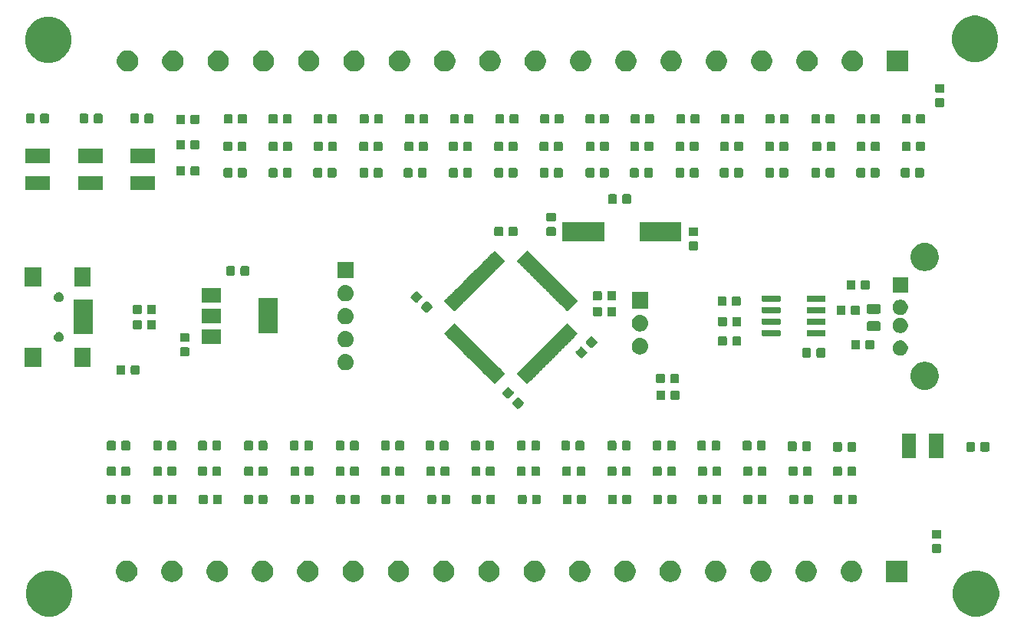
<source format=gbr>
G04 #@! TF.GenerationSoftware,KiCad,Pcbnew,(5.1.4)-1*
G04 #@! TF.CreationDate,2020-03-11T19:41:45+01:00*
G04 #@! TF.ProjectId,Jopen,4a6f7065-6e2e-46b6-9963-61645f706362,rev?*
G04 #@! TF.SameCoordinates,Original*
G04 #@! TF.FileFunction,Soldermask,Bot*
G04 #@! TF.FilePolarity,Negative*
%FSLAX46Y46*%
G04 Gerber Fmt 4.6, Leading zero omitted, Abs format (unit mm)*
G04 Created by KiCad (PCBNEW (5.1.4)-1) date 2020-03-11 19:41:45*
%MOMM*%
%LPD*%
G04 APERTURE LIST*
%ADD10C,0.100000*%
G04 APERTURE END LIST*
D10*
G36*
X196444098Y-120147033D02*
G01*
X196908350Y-120339332D01*
X196908352Y-120339333D01*
X197326168Y-120618509D01*
X197681491Y-120973832D01*
X197886605Y-121280807D01*
X197960668Y-121391650D01*
X198152967Y-121855902D01*
X198251000Y-122348747D01*
X198251000Y-122851253D01*
X198152967Y-123344098D01*
X197960668Y-123808350D01*
X197960667Y-123808352D01*
X197681491Y-124226168D01*
X197326168Y-124581491D01*
X196908352Y-124860667D01*
X196908351Y-124860668D01*
X196908350Y-124860668D01*
X196444098Y-125052967D01*
X195951253Y-125151000D01*
X195448747Y-125151000D01*
X194955902Y-125052967D01*
X194491650Y-124860668D01*
X194491649Y-124860668D01*
X194491648Y-124860667D01*
X194073832Y-124581491D01*
X193718509Y-124226168D01*
X193439333Y-123808352D01*
X193439332Y-123808350D01*
X193247033Y-123344098D01*
X193149000Y-122851253D01*
X193149000Y-122348747D01*
X193247033Y-121855902D01*
X193439332Y-121391650D01*
X193513395Y-121280807D01*
X193718509Y-120973832D01*
X194073832Y-120618509D01*
X194491648Y-120339333D01*
X194491650Y-120339332D01*
X194955902Y-120147033D01*
X195448747Y-120049000D01*
X195951253Y-120049000D01*
X196444098Y-120147033D01*
X196444098Y-120147033D01*
G37*
G36*
X94144098Y-120147033D02*
G01*
X94608350Y-120339332D01*
X94608352Y-120339333D01*
X95026168Y-120618509D01*
X95381491Y-120973832D01*
X95586605Y-121280807D01*
X95660668Y-121391650D01*
X95852967Y-121855902D01*
X95951000Y-122348747D01*
X95951000Y-122851253D01*
X95852967Y-123344098D01*
X95660668Y-123808350D01*
X95660667Y-123808352D01*
X95381491Y-124226168D01*
X95026168Y-124581491D01*
X94608352Y-124860667D01*
X94608351Y-124860668D01*
X94608350Y-124860668D01*
X94144098Y-125052967D01*
X93651253Y-125151000D01*
X93148747Y-125151000D01*
X92655902Y-125052967D01*
X92191650Y-124860668D01*
X92191649Y-124860668D01*
X92191648Y-124860667D01*
X91773832Y-124581491D01*
X91418509Y-124226168D01*
X91139333Y-123808352D01*
X91139332Y-123808350D01*
X90947033Y-123344098D01*
X90849000Y-122851253D01*
X90849000Y-122348747D01*
X90947033Y-121855902D01*
X91139332Y-121391650D01*
X91213395Y-121280807D01*
X91418509Y-120973832D01*
X91773832Y-120618509D01*
X92191648Y-120339333D01*
X92191650Y-120339332D01*
X92655902Y-120147033D01*
X93148747Y-120049000D01*
X93651253Y-120049000D01*
X94144098Y-120147033D01*
X94144098Y-120147033D01*
G37*
G36*
X142141560Y-118989064D02*
G01*
X142293027Y-119019193D01*
X142507045Y-119107842D01*
X142507046Y-119107843D01*
X142699654Y-119236539D01*
X142863461Y-119400346D01*
X142949258Y-119528751D01*
X142992158Y-119592955D01*
X143080807Y-119806973D01*
X143126000Y-120034174D01*
X143126000Y-120265826D01*
X143080807Y-120493027D01*
X142992158Y-120707045D01*
X142992157Y-120707046D01*
X142863461Y-120899654D01*
X142699654Y-121063461D01*
X142571249Y-121149258D01*
X142507045Y-121192158D01*
X142293027Y-121280807D01*
X142141560Y-121310936D01*
X142065827Y-121326000D01*
X141834173Y-121326000D01*
X141758440Y-121310936D01*
X141606973Y-121280807D01*
X141392955Y-121192158D01*
X141328751Y-121149258D01*
X141200346Y-121063461D01*
X141036539Y-120899654D01*
X140907843Y-120707046D01*
X140907842Y-120707045D01*
X140819193Y-120493027D01*
X140774000Y-120265826D01*
X140774000Y-120034174D01*
X140819193Y-119806973D01*
X140907842Y-119592955D01*
X140950742Y-119528751D01*
X141036539Y-119400346D01*
X141200346Y-119236539D01*
X141392954Y-119107843D01*
X141392955Y-119107842D01*
X141606973Y-119019193D01*
X141758440Y-118989064D01*
X141834173Y-118974000D01*
X142065827Y-118974000D01*
X142141560Y-118989064D01*
X142141560Y-118989064D01*
G37*
G36*
X147141560Y-118989064D02*
G01*
X147293027Y-119019193D01*
X147507045Y-119107842D01*
X147507046Y-119107843D01*
X147699654Y-119236539D01*
X147863461Y-119400346D01*
X147949258Y-119528751D01*
X147992158Y-119592955D01*
X148080807Y-119806973D01*
X148126000Y-120034174D01*
X148126000Y-120265826D01*
X148080807Y-120493027D01*
X147992158Y-120707045D01*
X147992157Y-120707046D01*
X147863461Y-120899654D01*
X147699654Y-121063461D01*
X147571249Y-121149258D01*
X147507045Y-121192158D01*
X147293027Y-121280807D01*
X147141560Y-121310936D01*
X147065827Y-121326000D01*
X146834173Y-121326000D01*
X146758440Y-121310936D01*
X146606973Y-121280807D01*
X146392955Y-121192158D01*
X146328751Y-121149258D01*
X146200346Y-121063461D01*
X146036539Y-120899654D01*
X145907843Y-120707046D01*
X145907842Y-120707045D01*
X145819193Y-120493027D01*
X145774000Y-120265826D01*
X145774000Y-120034174D01*
X145819193Y-119806973D01*
X145907842Y-119592955D01*
X145950742Y-119528751D01*
X146036539Y-119400346D01*
X146200346Y-119236539D01*
X146392954Y-119107843D01*
X146392955Y-119107842D01*
X146606973Y-119019193D01*
X146758440Y-118989064D01*
X146834173Y-118974000D01*
X147065827Y-118974000D01*
X147141560Y-118989064D01*
X147141560Y-118989064D01*
G37*
G36*
X182141560Y-118989064D02*
G01*
X182293027Y-119019193D01*
X182507045Y-119107842D01*
X182507046Y-119107843D01*
X182699654Y-119236539D01*
X182863461Y-119400346D01*
X182949258Y-119528751D01*
X182992158Y-119592955D01*
X183080807Y-119806973D01*
X183126000Y-120034174D01*
X183126000Y-120265826D01*
X183080807Y-120493027D01*
X182992158Y-120707045D01*
X182992157Y-120707046D01*
X182863461Y-120899654D01*
X182699654Y-121063461D01*
X182571249Y-121149258D01*
X182507045Y-121192158D01*
X182293027Y-121280807D01*
X182141560Y-121310936D01*
X182065827Y-121326000D01*
X181834173Y-121326000D01*
X181758440Y-121310936D01*
X181606973Y-121280807D01*
X181392955Y-121192158D01*
X181328751Y-121149258D01*
X181200346Y-121063461D01*
X181036539Y-120899654D01*
X180907843Y-120707046D01*
X180907842Y-120707045D01*
X180819193Y-120493027D01*
X180774000Y-120265826D01*
X180774000Y-120034174D01*
X180819193Y-119806973D01*
X180907842Y-119592955D01*
X180950742Y-119528751D01*
X181036539Y-119400346D01*
X181200346Y-119236539D01*
X181392954Y-119107843D01*
X181392955Y-119107842D01*
X181606973Y-119019193D01*
X181758440Y-118989064D01*
X181834173Y-118974000D01*
X182065827Y-118974000D01*
X182141560Y-118989064D01*
X182141560Y-118989064D01*
G37*
G36*
X177141560Y-118989064D02*
G01*
X177293027Y-119019193D01*
X177507045Y-119107842D01*
X177507046Y-119107843D01*
X177699654Y-119236539D01*
X177863461Y-119400346D01*
X177949258Y-119528751D01*
X177992158Y-119592955D01*
X178080807Y-119806973D01*
X178126000Y-120034174D01*
X178126000Y-120265826D01*
X178080807Y-120493027D01*
X177992158Y-120707045D01*
X177992157Y-120707046D01*
X177863461Y-120899654D01*
X177699654Y-121063461D01*
X177571249Y-121149258D01*
X177507045Y-121192158D01*
X177293027Y-121280807D01*
X177141560Y-121310936D01*
X177065827Y-121326000D01*
X176834173Y-121326000D01*
X176758440Y-121310936D01*
X176606973Y-121280807D01*
X176392955Y-121192158D01*
X176328751Y-121149258D01*
X176200346Y-121063461D01*
X176036539Y-120899654D01*
X175907843Y-120707046D01*
X175907842Y-120707045D01*
X175819193Y-120493027D01*
X175774000Y-120265826D01*
X175774000Y-120034174D01*
X175819193Y-119806973D01*
X175907842Y-119592955D01*
X175950742Y-119528751D01*
X176036539Y-119400346D01*
X176200346Y-119236539D01*
X176392954Y-119107843D01*
X176392955Y-119107842D01*
X176606973Y-119019193D01*
X176758440Y-118989064D01*
X176834173Y-118974000D01*
X177065827Y-118974000D01*
X177141560Y-118989064D01*
X177141560Y-118989064D01*
G37*
G36*
X172141560Y-118989064D02*
G01*
X172293027Y-119019193D01*
X172507045Y-119107842D01*
X172507046Y-119107843D01*
X172699654Y-119236539D01*
X172863461Y-119400346D01*
X172949258Y-119528751D01*
X172992158Y-119592955D01*
X173080807Y-119806973D01*
X173126000Y-120034174D01*
X173126000Y-120265826D01*
X173080807Y-120493027D01*
X172992158Y-120707045D01*
X172992157Y-120707046D01*
X172863461Y-120899654D01*
X172699654Y-121063461D01*
X172571249Y-121149258D01*
X172507045Y-121192158D01*
X172293027Y-121280807D01*
X172141560Y-121310936D01*
X172065827Y-121326000D01*
X171834173Y-121326000D01*
X171758440Y-121310936D01*
X171606973Y-121280807D01*
X171392955Y-121192158D01*
X171328751Y-121149258D01*
X171200346Y-121063461D01*
X171036539Y-120899654D01*
X170907843Y-120707046D01*
X170907842Y-120707045D01*
X170819193Y-120493027D01*
X170774000Y-120265826D01*
X170774000Y-120034174D01*
X170819193Y-119806973D01*
X170907842Y-119592955D01*
X170950742Y-119528751D01*
X171036539Y-119400346D01*
X171200346Y-119236539D01*
X171392954Y-119107843D01*
X171392955Y-119107842D01*
X171606973Y-119019193D01*
X171758440Y-118989064D01*
X171834173Y-118974000D01*
X172065827Y-118974000D01*
X172141560Y-118989064D01*
X172141560Y-118989064D01*
G37*
G36*
X167141560Y-118989064D02*
G01*
X167293027Y-119019193D01*
X167507045Y-119107842D01*
X167507046Y-119107843D01*
X167699654Y-119236539D01*
X167863461Y-119400346D01*
X167949258Y-119528751D01*
X167992158Y-119592955D01*
X168080807Y-119806973D01*
X168126000Y-120034174D01*
X168126000Y-120265826D01*
X168080807Y-120493027D01*
X167992158Y-120707045D01*
X167992157Y-120707046D01*
X167863461Y-120899654D01*
X167699654Y-121063461D01*
X167571249Y-121149258D01*
X167507045Y-121192158D01*
X167293027Y-121280807D01*
X167141560Y-121310936D01*
X167065827Y-121326000D01*
X166834173Y-121326000D01*
X166758440Y-121310936D01*
X166606973Y-121280807D01*
X166392955Y-121192158D01*
X166328751Y-121149258D01*
X166200346Y-121063461D01*
X166036539Y-120899654D01*
X165907843Y-120707046D01*
X165907842Y-120707045D01*
X165819193Y-120493027D01*
X165774000Y-120265826D01*
X165774000Y-120034174D01*
X165819193Y-119806973D01*
X165907842Y-119592955D01*
X165950742Y-119528751D01*
X166036539Y-119400346D01*
X166200346Y-119236539D01*
X166392954Y-119107843D01*
X166392955Y-119107842D01*
X166606973Y-119019193D01*
X166758440Y-118989064D01*
X166834173Y-118974000D01*
X167065827Y-118974000D01*
X167141560Y-118989064D01*
X167141560Y-118989064D01*
G37*
G36*
X162141560Y-118989064D02*
G01*
X162293027Y-119019193D01*
X162507045Y-119107842D01*
X162507046Y-119107843D01*
X162699654Y-119236539D01*
X162863461Y-119400346D01*
X162949258Y-119528751D01*
X162992158Y-119592955D01*
X163080807Y-119806973D01*
X163126000Y-120034174D01*
X163126000Y-120265826D01*
X163080807Y-120493027D01*
X162992158Y-120707045D01*
X162992157Y-120707046D01*
X162863461Y-120899654D01*
X162699654Y-121063461D01*
X162571249Y-121149258D01*
X162507045Y-121192158D01*
X162293027Y-121280807D01*
X162141560Y-121310936D01*
X162065827Y-121326000D01*
X161834173Y-121326000D01*
X161758440Y-121310936D01*
X161606973Y-121280807D01*
X161392955Y-121192158D01*
X161328751Y-121149258D01*
X161200346Y-121063461D01*
X161036539Y-120899654D01*
X160907843Y-120707046D01*
X160907842Y-120707045D01*
X160819193Y-120493027D01*
X160774000Y-120265826D01*
X160774000Y-120034174D01*
X160819193Y-119806973D01*
X160907842Y-119592955D01*
X160950742Y-119528751D01*
X161036539Y-119400346D01*
X161200346Y-119236539D01*
X161392954Y-119107843D01*
X161392955Y-119107842D01*
X161606973Y-119019193D01*
X161758440Y-118989064D01*
X161834173Y-118974000D01*
X162065827Y-118974000D01*
X162141560Y-118989064D01*
X162141560Y-118989064D01*
G37*
G36*
X157141560Y-118989064D02*
G01*
X157293027Y-119019193D01*
X157507045Y-119107842D01*
X157507046Y-119107843D01*
X157699654Y-119236539D01*
X157863461Y-119400346D01*
X157949258Y-119528751D01*
X157992158Y-119592955D01*
X158080807Y-119806973D01*
X158126000Y-120034174D01*
X158126000Y-120265826D01*
X158080807Y-120493027D01*
X157992158Y-120707045D01*
X157992157Y-120707046D01*
X157863461Y-120899654D01*
X157699654Y-121063461D01*
X157571249Y-121149258D01*
X157507045Y-121192158D01*
X157293027Y-121280807D01*
X157141560Y-121310936D01*
X157065827Y-121326000D01*
X156834173Y-121326000D01*
X156758440Y-121310936D01*
X156606973Y-121280807D01*
X156392955Y-121192158D01*
X156328751Y-121149258D01*
X156200346Y-121063461D01*
X156036539Y-120899654D01*
X155907843Y-120707046D01*
X155907842Y-120707045D01*
X155819193Y-120493027D01*
X155774000Y-120265826D01*
X155774000Y-120034174D01*
X155819193Y-119806973D01*
X155907842Y-119592955D01*
X155950742Y-119528751D01*
X156036539Y-119400346D01*
X156200346Y-119236539D01*
X156392954Y-119107843D01*
X156392955Y-119107842D01*
X156606973Y-119019193D01*
X156758440Y-118989064D01*
X156834173Y-118974000D01*
X157065827Y-118974000D01*
X157141560Y-118989064D01*
X157141560Y-118989064D01*
G37*
G36*
X152141560Y-118989064D02*
G01*
X152293027Y-119019193D01*
X152507045Y-119107842D01*
X152507046Y-119107843D01*
X152699654Y-119236539D01*
X152863461Y-119400346D01*
X152949258Y-119528751D01*
X152992158Y-119592955D01*
X153080807Y-119806973D01*
X153126000Y-120034174D01*
X153126000Y-120265826D01*
X153080807Y-120493027D01*
X152992158Y-120707045D01*
X152992157Y-120707046D01*
X152863461Y-120899654D01*
X152699654Y-121063461D01*
X152571249Y-121149258D01*
X152507045Y-121192158D01*
X152293027Y-121280807D01*
X152141560Y-121310936D01*
X152065827Y-121326000D01*
X151834173Y-121326000D01*
X151758440Y-121310936D01*
X151606973Y-121280807D01*
X151392955Y-121192158D01*
X151328751Y-121149258D01*
X151200346Y-121063461D01*
X151036539Y-120899654D01*
X150907843Y-120707046D01*
X150907842Y-120707045D01*
X150819193Y-120493027D01*
X150774000Y-120265826D01*
X150774000Y-120034174D01*
X150819193Y-119806973D01*
X150907842Y-119592955D01*
X150950742Y-119528751D01*
X151036539Y-119400346D01*
X151200346Y-119236539D01*
X151392954Y-119107843D01*
X151392955Y-119107842D01*
X151606973Y-119019193D01*
X151758440Y-118989064D01*
X151834173Y-118974000D01*
X152065827Y-118974000D01*
X152141560Y-118989064D01*
X152141560Y-118989064D01*
G37*
G36*
X188126000Y-121326000D02*
G01*
X185774000Y-121326000D01*
X185774000Y-118974000D01*
X188126000Y-118974000D01*
X188126000Y-121326000D01*
X188126000Y-121326000D01*
G37*
G36*
X137141560Y-118989064D02*
G01*
X137293027Y-119019193D01*
X137507045Y-119107842D01*
X137507046Y-119107843D01*
X137699654Y-119236539D01*
X137863461Y-119400346D01*
X137949258Y-119528751D01*
X137992158Y-119592955D01*
X138080807Y-119806973D01*
X138126000Y-120034174D01*
X138126000Y-120265826D01*
X138080807Y-120493027D01*
X137992158Y-120707045D01*
X137992157Y-120707046D01*
X137863461Y-120899654D01*
X137699654Y-121063461D01*
X137571249Y-121149258D01*
X137507045Y-121192158D01*
X137293027Y-121280807D01*
X137141560Y-121310936D01*
X137065827Y-121326000D01*
X136834173Y-121326000D01*
X136758440Y-121310936D01*
X136606973Y-121280807D01*
X136392955Y-121192158D01*
X136328751Y-121149258D01*
X136200346Y-121063461D01*
X136036539Y-120899654D01*
X135907843Y-120707046D01*
X135907842Y-120707045D01*
X135819193Y-120493027D01*
X135774000Y-120265826D01*
X135774000Y-120034174D01*
X135819193Y-119806973D01*
X135907842Y-119592955D01*
X135950742Y-119528751D01*
X136036539Y-119400346D01*
X136200346Y-119236539D01*
X136392954Y-119107843D01*
X136392955Y-119107842D01*
X136606973Y-119019193D01*
X136758440Y-118989064D01*
X136834173Y-118974000D01*
X137065827Y-118974000D01*
X137141560Y-118989064D01*
X137141560Y-118989064D01*
G37*
G36*
X132141560Y-118989064D02*
G01*
X132293027Y-119019193D01*
X132507045Y-119107842D01*
X132507046Y-119107843D01*
X132699654Y-119236539D01*
X132863461Y-119400346D01*
X132949258Y-119528751D01*
X132992158Y-119592955D01*
X133080807Y-119806973D01*
X133126000Y-120034174D01*
X133126000Y-120265826D01*
X133080807Y-120493027D01*
X132992158Y-120707045D01*
X132992157Y-120707046D01*
X132863461Y-120899654D01*
X132699654Y-121063461D01*
X132571249Y-121149258D01*
X132507045Y-121192158D01*
X132293027Y-121280807D01*
X132141560Y-121310936D01*
X132065827Y-121326000D01*
X131834173Y-121326000D01*
X131758440Y-121310936D01*
X131606973Y-121280807D01*
X131392955Y-121192158D01*
X131328751Y-121149258D01*
X131200346Y-121063461D01*
X131036539Y-120899654D01*
X130907843Y-120707046D01*
X130907842Y-120707045D01*
X130819193Y-120493027D01*
X130774000Y-120265826D01*
X130774000Y-120034174D01*
X130819193Y-119806973D01*
X130907842Y-119592955D01*
X130950742Y-119528751D01*
X131036539Y-119400346D01*
X131200346Y-119236539D01*
X131392954Y-119107843D01*
X131392955Y-119107842D01*
X131606973Y-119019193D01*
X131758440Y-118989064D01*
X131834173Y-118974000D01*
X132065827Y-118974000D01*
X132141560Y-118989064D01*
X132141560Y-118989064D01*
G37*
G36*
X127141560Y-118989064D02*
G01*
X127293027Y-119019193D01*
X127507045Y-119107842D01*
X127507046Y-119107843D01*
X127699654Y-119236539D01*
X127863461Y-119400346D01*
X127949258Y-119528751D01*
X127992158Y-119592955D01*
X128080807Y-119806973D01*
X128126000Y-120034174D01*
X128126000Y-120265826D01*
X128080807Y-120493027D01*
X127992158Y-120707045D01*
X127992157Y-120707046D01*
X127863461Y-120899654D01*
X127699654Y-121063461D01*
X127571249Y-121149258D01*
X127507045Y-121192158D01*
X127293027Y-121280807D01*
X127141560Y-121310936D01*
X127065827Y-121326000D01*
X126834173Y-121326000D01*
X126758440Y-121310936D01*
X126606973Y-121280807D01*
X126392955Y-121192158D01*
X126328751Y-121149258D01*
X126200346Y-121063461D01*
X126036539Y-120899654D01*
X125907843Y-120707046D01*
X125907842Y-120707045D01*
X125819193Y-120493027D01*
X125774000Y-120265826D01*
X125774000Y-120034174D01*
X125819193Y-119806973D01*
X125907842Y-119592955D01*
X125950742Y-119528751D01*
X126036539Y-119400346D01*
X126200346Y-119236539D01*
X126392954Y-119107843D01*
X126392955Y-119107842D01*
X126606973Y-119019193D01*
X126758440Y-118989064D01*
X126834173Y-118974000D01*
X127065827Y-118974000D01*
X127141560Y-118989064D01*
X127141560Y-118989064D01*
G37*
G36*
X122141560Y-118989064D02*
G01*
X122293027Y-119019193D01*
X122507045Y-119107842D01*
X122507046Y-119107843D01*
X122699654Y-119236539D01*
X122863461Y-119400346D01*
X122949258Y-119528751D01*
X122992158Y-119592955D01*
X123080807Y-119806973D01*
X123126000Y-120034174D01*
X123126000Y-120265826D01*
X123080807Y-120493027D01*
X122992158Y-120707045D01*
X122992157Y-120707046D01*
X122863461Y-120899654D01*
X122699654Y-121063461D01*
X122571249Y-121149258D01*
X122507045Y-121192158D01*
X122293027Y-121280807D01*
X122141560Y-121310936D01*
X122065827Y-121326000D01*
X121834173Y-121326000D01*
X121758440Y-121310936D01*
X121606973Y-121280807D01*
X121392955Y-121192158D01*
X121328751Y-121149258D01*
X121200346Y-121063461D01*
X121036539Y-120899654D01*
X120907843Y-120707046D01*
X120907842Y-120707045D01*
X120819193Y-120493027D01*
X120774000Y-120265826D01*
X120774000Y-120034174D01*
X120819193Y-119806973D01*
X120907842Y-119592955D01*
X120950742Y-119528751D01*
X121036539Y-119400346D01*
X121200346Y-119236539D01*
X121392954Y-119107843D01*
X121392955Y-119107842D01*
X121606973Y-119019193D01*
X121758440Y-118989064D01*
X121834173Y-118974000D01*
X122065827Y-118974000D01*
X122141560Y-118989064D01*
X122141560Y-118989064D01*
G37*
G36*
X117141560Y-118989064D02*
G01*
X117293027Y-119019193D01*
X117507045Y-119107842D01*
X117507046Y-119107843D01*
X117699654Y-119236539D01*
X117863461Y-119400346D01*
X117949258Y-119528751D01*
X117992158Y-119592955D01*
X118080807Y-119806973D01*
X118126000Y-120034174D01*
X118126000Y-120265826D01*
X118080807Y-120493027D01*
X117992158Y-120707045D01*
X117992157Y-120707046D01*
X117863461Y-120899654D01*
X117699654Y-121063461D01*
X117571249Y-121149258D01*
X117507045Y-121192158D01*
X117293027Y-121280807D01*
X117141560Y-121310936D01*
X117065827Y-121326000D01*
X116834173Y-121326000D01*
X116758440Y-121310936D01*
X116606973Y-121280807D01*
X116392955Y-121192158D01*
X116328751Y-121149258D01*
X116200346Y-121063461D01*
X116036539Y-120899654D01*
X115907843Y-120707046D01*
X115907842Y-120707045D01*
X115819193Y-120493027D01*
X115774000Y-120265826D01*
X115774000Y-120034174D01*
X115819193Y-119806973D01*
X115907842Y-119592955D01*
X115950742Y-119528751D01*
X116036539Y-119400346D01*
X116200346Y-119236539D01*
X116392954Y-119107843D01*
X116392955Y-119107842D01*
X116606973Y-119019193D01*
X116758440Y-118989064D01*
X116834173Y-118974000D01*
X117065827Y-118974000D01*
X117141560Y-118989064D01*
X117141560Y-118989064D01*
G37*
G36*
X112141560Y-118989064D02*
G01*
X112293027Y-119019193D01*
X112507045Y-119107842D01*
X112507046Y-119107843D01*
X112699654Y-119236539D01*
X112863461Y-119400346D01*
X112949258Y-119528751D01*
X112992158Y-119592955D01*
X113080807Y-119806973D01*
X113126000Y-120034174D01*
X113126000Y-120265826D01*
X113080807Y-120493027D01*
X112992158Y-120707045D01*
X112992157Y-120707046D01*
X112863461Y-120899654D01*
X112699654Y-121063461D01*
X112571249Y-121149258D01*
X112507045Y-121192158D01*
X112293027Y-121280807D01*
X112141560Y-121310936D01*
X112065827Y-121326000D01*
X111834173Y-121326000D01*
X111758440Y-121310936D01*
X111606973Y-121280807D01*
X111392955Y-121192158D01*
X111328751Y-121149258D01*
X111200346Y-121063461D01*
X111036539Y-120899654D01*
X110907843Y-120707046D01*
X110907842Y-120707045D01*
X110819193Y-120493027D01*
X110774000Y-120265826D01*
X110774000Y-120034174D01*
X110819193Y-119806973D01*
X110907842Y-119592955D01*
X110950742Y-119528751D01*
X111036539Y-119400346D01*
X111200346Y-119236539D01*
X111392954Y-119107843D01*
X111392955Y-119107842D01*
X111606973Y-119019193D01*
X111758440Y-118989064D01*
X111834173Y-118974000D01*
X112065827Y-118974000D01*
X112141560Y-118989064D01*
X112141560Y-118989064D01*
G37*
G36*
X107141560Y-118989064D02*
G01*
X107293027Y-119019193D01*
X107507045Y-119107842D01*
X107507046Y-119107843D01*
X107699654Y-119236539D01*
X107863461Y-119400346D01*
X107949258Y-119528751D01*
X107992158Y-119592955D01*
X108080807Y-119806973D01*
X108126000Y-120034174D01*
X108126000Y-120265826D01*
X108080807Y-120493027D01*
X107992158Y-120707045D01*
X107992157Y-120707046D01*
X107863461Y-120899654D01*
X107699654Y-121063461D01*
X107571249Y-121149258D01*
X107507045Y-121192158D01*
X107293027Y-121280807D01*
X107141560Y-121310936D01*
X107065827Y-121326000D01*
X106834173Y-121326000D01*
X106758440Y-121310936D01*
X106606973Y-121280807D01*
X106392955Y-121192158D01*
X106328751Y-121149258D01*
X106200346Y-121063461D01*
X106036539Y-120899654D01*
X105907843Y-120707046D01*
X105907842Y-120707045D01*
X105819193Y-120493027D01*
X105774000Y-120265826D01*
X105774000Y-120034174D01*
X105819193Y-119806973D01*
X105907842Y-119592955D01*
X105950742Y-119528751D01*
X106036539Y-119400346D01*
X106200346Y-119236539D01*
X106392954Y-119107843D01*
X106392955Y-119107842D01*
X106606973Y-119019193D01*
X106758440Y-118989064D01*
X106834173Y-118974000D01*
X107065827Y-118974000D01*
X107141560Y-118989064D01*
X107141560Y-118989064D01*
G37*
G36*
X102141560Y-118989064D02*
G01*
X102293027Y-119019193D01*
X102507045Y-119107842D01*
X102507046Y-119107843D01*
X102699654Y-119236539D01*
X102863461Y-119400346D01*
X102949258Y-119528751D01*
X102992158Y-119592955D01*
X103080807Y-119806973D01*
X103126000Y-120034174D01*
X103126000Y-120265826D01*
X103080807Y-120493027D01*
X102992158Y-120707045D01*
X102992157Y-120707046D01*
X102863461Y-120899654D01*
X102699654Y-121063461D01*
X102571249Y-121149258D01*
X102507045Y-121192158D01*
X102293027Y-121280807D01*
X102141560Y-121310936D01*
X102065827Y-121326000D01*
X101834173Y-121326000D01*
X101758440Y-121310936D01*
X101606973Y-121280807D01*
X101392955Y-121192158D01*
X101328751Y-121149258D01*
X101200346Y-121063461D01*
X101036539Y-120899654D01*
X100907843Y-120707046D01*
X100907842Y-120707045D01*
X100819193Y-120493027D01*
X100774000Y-120265826D01*
X100774000Y-120034174D01*
X100819193Y-119806973D01*
X100907842Y-119592955D01*
X100950742Y-119528751D01*
X101036539Y-119400346D01*
X101200346Y-119236539D01*
X101392954Y-119107843D01*
X101392955Y-119107842D01*
X101606973Y-119019193D01*
X101758440Y-118989064D01*
X101834173Y-118974000D01*
X102065827Y-118974000D01*
X102141560Y-118989064D01*
X102141560Y-118989064D01*
G37*
G36*
X191729591Y-117153085D02*
G01*
X191763569Y-117163393D01*
X191794890Y-117180134D01*
X191822339Y-117202661D01*
X191844866Y-117230110D01*
X191861607Y-117261431D01*
X191871915Y-117295409D01*
X191876000Y-117336890D01*
X191876000Y-117938110D01*
X191871915Y-117979591D01*
X191861607Y-118013569D01*
X191844866Y-118044890D01*
X191822339Y-118072339D01*
X191794890Y-118094866D01*
X191763569Y-118111607D01*
X191729591Y-118121915D01*
X191688110Y-118126000D01*
X191011890Y-118126000D01*
X190970409Y-118121915D01*
X190936431Y-118111607D01*
X190905110Y-118094866D01*
X190877661Y-118072339D01*
X190855134Y-118044890D01*
X190838393Y-118013569D01*
X190828085Y-117979591D01*
X190824000Y-117938110D01*
X190824000Y-117336890D01*
X190828085Y-117295409D01*
X190838393Y-117261431D01*
X190855134Y-117230110D01*
X190877661Y-117202661D01*
X190905110Y-117180134D01*
X190936431Y-117163393D01*
X190970409Y-117153085D01*
X191011890Y-117149000D01*
X191688110Y-117149000D01*
X191729591Y-117153085D01*
X191729591Y-117153085D01*
G37*
G36*
X191729591Y-115578085D02*
G01*
X191763569Y-115588393D01*
X191794890Y-115605134D01*
X191822339Y-115627661D01*
X191844866Y-115655110D01*
X191861607Y-115686431D01*
X191871915Y-115720409D01*
X191876000Y-115761890D01*
X191876000Y-116363110D01*
X191871915Y-116404591D01*
X191861607Y-116438569D01*
X191844866Y-116469890D01*
X191822339Y-116497339D01*
X191794890Y-116519866D01*
X191763569Y-116536607D01*
X191729591Y-116546915D01*
X191688110Y-116551000D01*
X191011890Y-116551000D01*
X190970409Y-116546915D01*
X190936431Y-116536607D01*
X190905110Y-116519866D01*
X190877661Y-116497339D01*
X190855134Y-116469890D01*
X190838393Y-116438569D01*
X190828085Y-116404591D01*
X190824000Y-116363110D01*
X190824000Y-115761890D01*
X190828085Y-115720409D01*
X190838393Y-115686431D01*
X190855134Y-115655110D01*
X190877661Y-115627661D01*
X190905110Y-115605134D01*
X190936431Y-115588393D01*
X190970409Y-115578085D01*
X191011890Y-115574000D01*
X191688110Y-115574000D01*
X191729591Y-115578085D01*
X191729591Y-115578085D01*
G37*
G36*
X105744591Y-111678085D02*
G01*
X105778569Y-111688393D01*
X105809890Y-111705134D01*
X105837339Y-111727661D01*
X105859866Y-111755110D01*
X105876607Y-111786431D01*
X105886915Y-111820409D01*
X105891000Y-111861890D01*
X105891000Y-112538110D01*
X105886915Y-112579591D01*
X105876607Y-112613569D01*
X105859866Y-112644890D01*
X105837339Y-112672339D01*
X105809890Y-112694866D01*
X105778569Y-112711607D01*
X105744591Y-112721915D01*
X105703110Y-112726000D01*
X105101890Y-112726000D01*
X105060409Y-112721915D01*
X105026431Y-112711607D01*
X104995110Y-112694866D01*
X104967661Y-112672339D01*
X104945134Y-112644890D01*
X104928393Y-112613569D01*
X104918085Y-112579591D01*
X104914000Y-112538110D01*
X104914000Y-111861890D01*
X104918085Y-111820409D01*
X104928393Y-111786431D01*
X104945134Y-111755110D01*
X104967661Y-111727661D01*
X104995110Y-111705134D01*
X105026431Y-111688393D01*
X105060409Y-111678085D01*
X105101890Y-111674000D01*
X105703110Y-111674000D01*
X105744591Y-111678085D01*
X105744591Y-111678085D01*
G37*
G36*
X165844591Y-111678085D02*
G01*
X165878569Y-111688393D01*
X165909890Y-111705134D01*
X165937339Y-111727661D01*
X165959866Y-111755110D01*
X165976607Y-111786431D01*
X165986915Y-111820409D01*
X165991000Y-111861890D01*
X165991000Y-112538110D01*
X165986915Y-112579591D01*
X165976607Y-112613569D01*
X165959866Y-112644890D01*
X165937339Y-112672339D01*
X165909890Y-112694866D01*
X165878569Y-112711607D01*
X165844591Y-112721915D01*
X165803110Y-112726000D01*
X165201890Y-112726000D01*
X165160409Y-112721915D01*
X165126431Y-112711607D01*
X165095110Y-112694866D01*
X165067661Y-112672339D01*
X165045134Y-112644890D01*
X165028393Y-112613569D01*
X165018085Y-112579591D01*
X165014000Y-112538110D01*
X165014000Y-111861890D01*
X165018085Y-111820409D01*
X165028393Y-111786431D01*
X165045134Y-111755110D01*
X165067661Y-111727661D01*
X165095110Y-111705134D01*
X165126431Y-111688393D01*
X165160409Y-111678085D01*
X165201890Y-111674000D01*
X165803110Y-111674000D01*
X165844591Y-111678085D01*
X165844591Y-111678085D01*
G37*
G36*
X122459591Y-111678085D02*
G01*
X122493569Y-111688393D01*
X122524890Y-111705134D01*
X122552339Y-111727661D01*
X122574866Y-111755110D01*
X122591607Y-111786431D01*
X122601915Y-111820409D01*
X122606000Y-111861890D01*
X122606000Y-112538110D01*
X122601915Y-112579591D01*
X122591607Y-112613569D01*
X122574866Y-112644890D01*
X122552339Y-112672339D01*
X122524890Y-112694866D01*
X122493569Y-112711607D01*
X122459591Y-112721915D01*
X122418110Y-112726000D01*
X121816890Y-112726000D01*
X121775409Y-112721915D01*
X121741431Y-112711607D01*
X121710110Y-112694866D01*
X121682661Y-112672339D01*
X121660134Y-112644890D01*
X121643393Y-112613569D01*
X121633085Y-112579591D01*
X121629000Y-112538110D01*
X121629000Y-111861890D01*
X121633085Y-111820409D01*
X121643393Y-111786431D01*
X121660134Y-111755110D01*
X121682661Y-111727661D01*
X121710110Y-111705134D01*
X121741431Y-111688393D01*
X121775409Y-111678085D01*
X121816890Y-111674000D01*
X122418110Y-111674000D01*
X122459591Y-111678085D01*
X122459591Y-111678085D01*
G37*
G36*
X120884591Y-111678085D02*
G01*
X120918569Y-111688393D01*
X120949890Y-111705134D01*
X120977339Y-111727661D01*
X120999866Y-111755110D01*
X121016607Y-111786431D01*
X121026915Y-111820409D01*
X121031000Y-111861890D01*
X121031000Y-112538110D01*
X121026915Y-112579591D01*
X121016607Y-112613569D01*
X120999866Y-112644890D01*
X120977339Y-112672339D01*
X120949890Y-112694866D01*
X120918569Y-112711607D01*
X120884591Y-112721915D01*
X120843110Y-112726000D01*
X120241890Y-112726000D01*
X120200409Y-112721915D01*
X120166431Y-112711607D01*
X120135110Y-112694866D01*
X120107661Y-112672339D01*
X120085134Y-112644890D01*
X120068393Y-112613569D01*
X120058085Y-112579591D01*
X120054000Y-112538110D01*
X120054000Y-111861890D01*
X120058085Y-111820409D01*
X120068393Y-111786431D01*
X120085134Y-111755110D01*
X120107661Y-111727661D01*
X120135110Y-111705134D01*
X120166431Y-111688393D01*
X120200409Y-111678085D01*
X120241890Y-111674000D01*
X120843110Y-111674000D01*
X120884591Y-111678085D01*
X120884591Y-111678085D01*
G37*
G36*
X117329591Y-111678085D02*
G01*
X117363569Y-111688393D01*
X117394890Y-111705134D01*
X117422339Y-111727661D01*
X117444866Y-111755110D01*
X117461607Y-111786431D01*
X117471915Y-111820409D01*
X117476000Y-111861890D01*
X117476000Y-112538110D01*
X117471915Y-112579591D01*
X117461607Y-112613569D01*
X117444866Y-112644890D01*
X117422339Y-112672339D01*
X117394890Y-112694866D01*
X117363569Y-112711607D01*
X117329591Y-112721915D01*
X117288110Y-112726000D01*
X116686890Y-112726000D01*
X116645409Y-112721915D01*
X116611431Y-112711607D01*
X116580110Y-112694866D01*
X116552661Y-112672339D01*
X116530134Y-112644890D01*
X116513393Y-112613569D01*
X116503085Y-112579591D01*
X116499000Y-112538110D01*
X116499000Y-111861890D01*
X116503085Y-111820409D01*
X116513393Y-111786431D01*
X116530134Y-111755110D01*
X116552661Y-111727661D01*
X116580110Y-111705134D01*
X116611431Y-111688393D01*
X116645409Y-111678085D01*
X116686890Y-111674000D01*
X117288110Y-111674000D01*
X117329591Y-111678085D01*
X117329591Y-111678085D01*
G37*
G36*
X115754591Y-111678085D02*
G01*
X115788569Y-111688393D01*
X115819890Y-111705134D01*
X115847339Y-111727661D01*
X115869866Y-111755110D01*
X115886607Y-111786431D01*
X115896915Y-111820409D01*
X115901000Y-111861890D01*
X115901000Y-112538110D01*
X115896915Y-112579591D01*
X115886607Y-112613569D01*
X115869866Y-112644890D01*
X115847339Y-112672339D01*
X115819890Y-112694866D01*
X115788569Y-112711607D01*
X115754591Y-112721915D01*
X115713110Y-112726000D01*
X115111890Y-112726000D01*
X115070409Y-112721915D01*
X115036431Y-112711607D01*
X115005110Y-112694866D01*
X114977661Y-112672339D01*
X114955134Y-112644890D01*
X114938393Y-112613569D01*
X114928085Y-112579591D01*
X114924000Y-112538110D01*
X114924000Y-111861890D01*
X114928085Y-111820409D01*
X114938393Y-111786431D01*
X114955134Y-111755110D01*
X114977661Y-111727661D01*
X115005110Y-111705134D01*
X115036431Y-111688393D01*
X115070409Y-111678085D01*
X115111890Y-111674000D01*
X115713110Y-111674000D01*
X115754591Y-111678085D01*
X115754591Y-111678085D01*
G37*
G36*
X112312091Y-111678085D02*
G01*
X112346069Y-111688393D01*
X112377390Y-111705134D01*
X112404839Y-111727661D01*
X112427366Y-111755110D01*
X112444107Y-111786431D01*
X112454415Y-111820409D01*
X112458500Y-111861890D01*
X112458500Y-112538110D01*
X112454415Y-112579591D01*
X112444107Y-112613569D01*
X112427366Y-112644890D01*
X112404839Y-112672339D01*
X112377390Y-112694866D01*
X112346069Y-112711607D01*
X112312091Y-112721915D01*
X112270610Y-112726000D01*
X111669390Y-112726000D01*
X111627909Y-112721915D01*
X111593931Y-112711607D01*
X111562610Y-112694866D01*
X111535161Y-112672339D01*
X111512634Y-112644890D01*
X111495893Y-112613569D01*
X111485585Y-112579591D01*
X111481500Y-112538110D01*
X111481500Y-111861890D01*
X111485585Y-111820409D01*
X111495893Y-111786431D01*
X111512634Y-111755110D01*
X111535161Y-111727661D01*
X111562610Y-111705134D01*
X111593931Y-111688393D01*
X111627909Y-111678085D01*
X111669390Y-111674000D01*
X112270610Y-111674000D01*
X112312091Y-111678085D01*
X112312091Y-111678085D01*
G37*
G36*
X110737091Y-111678085D02*
G01*
X110771069Y-111688393D01*
X110802390Y-111705134D01*
X110829839Y-111727661D01*
X110852366Y-111755110D01*
X110869107Y-111786431D01*
X110879415Y-111820409D01*
X110883500Y-111861890D01*
X110883500Y-112538110D01*
X110879415Y-112579591D01*
X110869107Y-112613569D01*
X110852366Y-112644890D01*
X110829839Y-112672339D01*
X110802390Y-112694866D01*
X110771069Y-112711607D01*
X110737091Y-112721915D01*
X110695610Y-112726000D01*
X110094390Y-112726000D01*
X110052909Y-112721915D01*
X110018931Y-112711607D01*
X109987610Y-112694866D01*
X109960161Y-112672339D01*
X109937634Y-112644890D01*
X109920893Y-112613569D01*
X109910585Y-112579591D01*
X109906500Y-112538110D01*
X109906500Y-111861890D01*
X109910585Y-111820409D01*
X109920893Y-111786431D01*
X109937634Y-111755110D01*
X109960161Y-111727661D01*
X109987610Y-111705134D01*
X110018931Y-111688393D01*
X110052909Y-111678085D01*
X110094390Y-111674000D01*
X110695610Y-111674000D01*
X110737091Y-111678085D01*
X110737091Y-111678085D01*
G37*
G36*
X107319591Y-111678085D02*
G01*
X107353569Y-111688393D01*
X107384890Y-111705134D01*
X107412339Y-111727661D01*
X107434866Y-111755110D01*
X107451607Y-111786431D01*
X107461915Y-111820409D01*
X107466000Y-111861890D01*
X107466000Y-112538110D01*
X107461915Y-112579591D01*
X107451607Y-112613569D01*
X107434866Y-112644890D01*
X107412339Y-112672339D01*
X107384890Y-112694866D01*
X107353569Y-112711607D01*
X107319591Y-112721915D01*
X107278110Y-112726000D01*
X106676890Y-112726000D01*
X106635409Y-112721915D01*
X106601431Y-112711607D01*
X106570110Y-112694866D01*
X106542661Y-112672339D01*
X106520134Y-112644890D01*
X106503393Y-112613569D01*
X106493085Y-112579591D01*
X106489000Y-112538110D01*
X106489000Y-111861890D01*
X106493085Y-111820409D01*
X106503393Y-111786431D01*
X106520134Y-111755110D01*
X106542661Y-111727661D01*
X106570110Y-111705134D01*
X106601431Y-111688393D01*
X106635409Y-111678085D01*
X106676890Y-111674000D01*
X107278110Y-111674000D01*
X107319591Y-111678085D01*
X107319591Y-111678085D01*
G37*
G36*
X157489591Y-111678085D02*
G01*
X157523569Y-111688393D01*
X157554890Y-111705134D01*
X157582339Y-111727661D01*
X157604866Y-111755110D01*
X157621607Y-111786431D01*
X157631915Y-111820409D01*
X157636000Y-111861890D01*
X157636000Y-112538110D01*
X157631915Y-112579591D01*
X157621607Y-112613569D01*
X157604866Y-112644890D01*
X157582339Y-112672339D01*
X157554890Y-112694866D01*
X157523569Y-112711607D01*
X157489591Y-112721915D01*
X157448110Y-112726000D01*
X156846890Y-112726000D01*
X156805409Y-112721915D01*
X156771431Y-112711607D01*
X156740110Y-112694866D01*
X156712661Y-112672339D01*
X156690134Y-112644890D01*
X156673393Y-112613569D01*
X156663085Y-112579591D01*
X156659000Y-112538110D01*
X156659000Y-111861890D01*
X156663085Y-111820409D01*
X156673393Y-111786431D01*
X156690134Y-111755110D01*
X156712661Y-111727661D01*
X156740110Y-111705134D01*
X156771431Y-111688393D01*
X156805409Y-111678085D01*
X156846890Y-111674000D01*
X157448110Y-111674000D01*
X157489591Y-111678085D01*
X157489591Y-111678085D01*
G37*
G36*
X102179591Y-111678085D02*
G01*
X102213569Y-111688393D01*
X102244890Y-111705134D01*
X102272339Y-111727661D01*
X102294866Y-111755110D01*
X102311607Y-111786431D01*
X102321915Y-111820409D01*
X102326000Y-111861890D01*
X102326000Y-112538110D01*
X102321915Y-112579591D01*
X102311607Y-112613569D01*
X102294866Y-112644890D01*
X102272339Y-112672339D01*
X102244890Y-112694866D01*
X102213569Y-112711607D01*
X102179591Y-112721915D01*
X102138110Y-112726000D01*
X101536890Y-112726000D01*
X101495409Y-112721915D01*
X101461431Y-112711607D01*
X101430110Y-112694866D01*
X101402661Y-112672339D01*
X101380134Y-112644890D01*
X101363393Y-112613569D01*
X101353085Y-112579591D01*
X101349000Y-112538110D01*
X101349000Y-111861890D01*
X101353085Y-111820409D01*
X101363393Y-111786431D01*
X101380134Y-111755110D01*
X101402661Y-111727661D01*
X101430110Y-111705134D01*
X101461431Y-111688393D01*
X101495409Y-111678085D01*
X101536890Y-111674000D01*
X102138110Y-111674000D01*
X102179591Y-111678085D01*
X102179591Y-111678085D01*
G37*
G36*
X100604591Y-111678085D02*
G01*
X100638569Y-111688393D01*
X100669890Y-111705134D01*
X100697339Y-111727661D01*
X100719866Y-111755110D01*
X100736607Y-111786431D01*
X100746915Y-111820409D01*
X100751000Y-111861890D01*
X100751000Y-112538110D01*
X100746915Y-112579591D01*
X100736607Y-112613569D01*
X100719866Y-112644890D01*
X100697339Y-112672339D01*
X100669890Y-112694866D01*
X100638569Y-112711607D01*
X100604591Y-112721915D01*
X100563110Y-112726000D01*
X99961890Y-112726000D01*
X99920409Y-112721915D01*
X99886431Y-112711607D01*
X99855110Y-112694866D01*
X99827661Y-112672339D01*
X99805134Y-112644890D01*
X99788393Y-112613569D01*
X99778085Y-112579591D01*
X99774000Y-112538110D01*
X99774000Y-111861890D01*
X99778085Y-111820409D01*
X99788393Y-111786431D01*
X99805134Y-111755110D01*
X99827661Y-111727661D01*
X99855110Y-111705134D01*
X99886431Y-111688393D01*
X99920409Y-111678085D01*
X99961890Y-111674000D01*
X100563110Y-111674000D01*
X100604591Y-111678085D01*
X100604591Y-111678085D01*
G37*
G36*
X127497091Y-111678085D02*
G01*
X127531069Y-111688393D01*
X127562390Y-111705134D01*
X127589839Y-111727661D01*
X127612366Y-111755110D01*
X127629107Y-111786431D01*
X127639415Y-111820409D01*
X127643500Y-111861890D01*
X127643500Y-112538110D01*
X127639415Y-112579591D01*
X127629107Y-112613569D01*
X127612366Y-112644890D01*
X127589839Y-112672339D01*
X127562390Y-112694866D01*
X127531069Y-112711607D01*
X127497091Y-112721915D01*
X127455610Y-112726000D01*
X126854390Y-112726000D01*
X126812909Y-112721915D01*
X126778931Y-112711607D01*
X126747610Y-112694866D01*
X126720161Y-112672339D01*
X126697634Y-112644890D01*
X126680893Y-112613569D01*
X126670585Y-112579591D01*
X126666500Y-112538110D01*
X126666500Y-111861890D01*
X126670585Y-111820409D01*
X126680893Y-111786431D01*
X126697634Y-111755110D01*
X126720161Y-111727661D01*
X126747610Y-111705134D01*
X126778931Y-111688393D01*
X126812909Y-111678085D01*
X126854390Y-111674000D01*
X127455610Y-111674000D01*
X127497091Y-111678085D01*
X127497091Y-111678085D01*
G37*
G36*
X125922091Y-111678085D02*
G01*
X125956069Y-111688393D01*
X125987390Y-111705134D01*
X126014839Y-111727661D01*
X126037366Y-111755110D01*
X126054107Y-111786431D01*
X126064415Y-111820409D01*
X126068500Y-111861890D01*
X126068500Y-112538110D01*
X126064415Y-112579591D01*
X126054107Y-112613569D01*
X126037366Y-112644890D01*
X126014839Y-112672339D01*
X125987390Y-112694866D01*
X125956069Y-112711607D01*
X125922091Y-112721915D01*
X125880610Y-112726000D01*
X125279390Y-112726000D01*
X125237909Y-112721915D01*
X125203931Y-112711607D01*
X125172610Y-112694866D01*
X125145161Y-112672339D01*
X125122634Y-112644890D01*
X125105893Y-112613569D01*
X125095585Y-112579591D01*
X125091500Y-112538110D01*
X125091500Y-111861890D01*
X125095585Y-111820409D01*
X125105893Y-111786431D01*
X125122634Y-111755110D01*
X125145161Y-111727661D01*
X125172610Y-111705134D01*
X125203931Y-111688393D01*
X125237909Y-111678085D01*
X125279390Y-111674000D01*
X125880610Y-111674000D01*
X125922091Y-111678085D01*
X125922091Y-111678085D01*
G37*
G36*
X150914591Y-111678085D02*
G01*
X150948569Y-111688393D01*
X150979890Y-111705134D01*
X151007339Y-111727661D01*
X151029866Y-111755110D01*
X151046607Y-111786431D01*
X151056915Y-111820409D01*
X151061000Y-111861890D01*
X151061000Y-112538110D01*
X151056915Y-112579591D01*
X151046607Y-112613569D01*
X151029866Y-112644890D01*
X151007339Y-112672339D01*
X150979890Y-112694866D01*
X150948569Y-112711607D01*
X150914591Y-112721915D01*
X150873110Y-112726000D01*
X150271890Y-112726000D01*
X150230409Y-112721915D01*
X150196431Y-112711607D01*
X150165110Y-112694866D01*
X150137661Y-112672339D01*
X150115134Y-112644890D01*
X150098393Y-112613569D01*
X150088085Y-112579591D01*
X150084000Y-112538110D01*
X150084000Y-111861890D01*
X150088085Y-111820409D01*
X150098393Y-111786431D01*
X150115134Y-111755110D01*
X150137661Y-111727661D01*
X150165110Y-111705134D01*
X150196431Y-111688393D01*
X150230409Y-111678085D01*
X150271890Y-111674000D01*
X150873110Y-111674000D01*
X150914591Y-111678085D01*
X150914591Y-111678085D01*
G37*
G36*
X152489591Y-111678085D02*
G01*
X152523569Y-111688393D01*
X152554890Y-111705134D01*
X152582339Y-111727661D01*
X152604866Y-111755110D01*
X152621607Y-111786431D01*
X152631915Y-111820409D01*
X152636000Y-111861890D01*
X152636000Y-112538110D01*
X152631915Y-112579591D01*
X152621607Y-112613569D01*
X152604866Y-112644890D01*
X152582339Y-112672339D01*
X152554890Y-112694866D01*
X152523569Y-112711607D01*
X152489591Y-112721915D01*
X152448110Y-112726000D01*
X151846890Y-112726000D01*
X151805409Y-112721915D01*
X151771431Y-112711607D01*
X151740110Y-112694866D01*
X151712661Y-112672339D01*
X151690134Y-112644890D01*
X151673393Y-112613569D01*
X151663085Y-112579591D01*
X151659000Y-112538110D01*
X151659000Y-111861890D01*
X151663085Y-111820409D01*
X151673393Y-111786431D01*
X151690134Y-111755110D01*
X151712661Y-111727661D01*
X151740110Y-111705134D01*
X151771431Y-111688393D01*
X151805409Y-111678085D01*
X151846890Y-111674000D01*
X152448110Y-111674000D01*
X152489591Y-111678085D01*
X152489591Y-111678085D01*
G37*
G36*
X177529591Y-111678085D02*
G01*
X177563569Y-111688393D01*
X177594890Y-111705134D01*
X177622339Y-111727661D01*
X177644866Y-111755110D01*
X177661607Y-111786431D01*
X177671915Y-111820409D01*
X177676000Y-111861890D01*
X177676000Y-112538110D01*
X177671915Y-112579591D01*
X177661607Y-112613569D01*
X177644866Y-112644890D01*
X177622339Y-112672339D01*
X177594890Y-112694866D01*
X177563569Y-112711607D01*
X177529591Y-112721915D01*
X177488110Y-112726000D01*
X176886890Y-112726000D01*
X176845409Y-112721915D01*
X176811431Y-112711607D01*
X176780110Y-112694866D01*
X176752661Y-112672339D01*
X176730134Y-112644890D01*
X176713393Y-112613569D01*
X176703085Y-112579591D01*
X176699000Y-112538110D01*
X176699000Y-111861890D01*
X176703085Y-111820409D01*
X176713393Y-111786431D01*
X176730134Y-111755110D01*
X176752661Y-111727661D01*
X176780110Y-111705134D01*
X176811431Y-111688393D01*
X176845409Y-111678085D01*
X176886890Y-111674000D01*
X177488110Y-111674000D01*
X177529591Y-111678085D01*
X177529591Y-111678085D01*
G37*
G36*
X175954591Y-111678085D02*
G01*
X175988569Y-111688393D01*
X176019890Y-111705134D01*
X176047339Y-111727661D01*
X176069866Y-111755110D01*
X176086607Y-111786431D01*
X176096915Y-111820409D01*
X176101000Y-111861890D01*
X176101000Y-112538110D01*
X176096915Y-112579591D01*
X176086607Y-112613569D01*
X176069866Y-112644890D01*
X176047339Y-112672339D01*
X176019890Y-112694866D01*
X175988569Y-112711607D01*
X175954591Y-112721915D01*
X175913110Y-112726000D01*
X175311890Y-112726000D01*
X175270409Y-112721915D01*
X175236431Y-112711607D01*
X175205110Y-112694866D01*
X175177661Y-112672339D01*
X175155134Y-112644890D01*
X175138393Y-112613569D01*
X175128085Y-112579591D01*
X175124000Y-112538110D01*
X175124000Y-111861890D01*
X175128085Y-111820409D01*
X175138393Y-111786431D01*
X175155134Y-111755110D01*
X175177661Y-111727661D01*
X175205110Y-111705134D01*
X175236431Y-111688393D01*
X175270409Y-111678085D01*
X175311890Y-111674000D01*
X175913110Y-111674000D01*
X175954591Y-111678085D01*
X175954591Y-111678085D01*
G37*
G36*
X147519591Y-111678085D02*
G01*
X147553569Y-111688393D01*
X147584890Y-111705134D01*
X147612339Y-111727661D01*
X147634866Y-111755110D01*
X147651607Y-111786431D01*
X147661915Y-111820409D01*
X147666000Y-111861890D01*
X147666000Y-112538110D01*
X147661915Y-112579591D01*
X147651607Y-112613569D01*
X147634866Y-112644890D01*
X147612339Y-112672339D01*
X147584890Y-112694866D01*
X147553569Y-112711607D01*
X147519591Y-112721915D01*
X147478110Y-112726000D01*
X146876890Y-112726000D01*
X146835409Y-112721915D01*
X146801431Y-112711607D01*
X146770110Y-112694866D01*
X146742661Y-112672339D01*
X146720134Y-112644890D01*
X146703393Y-112613569D01*
X146693085Y-112579591D01*
X146689000Y-112538110D01*
X146689000Y-111861890D01*
X146693085Y-111820409D01*
X146703393Y-111786431D01*
X146720134Y-111755110D01*
X146742661Y-111727661D01*
X146770110Y-111705134D01*
X146801431Y-111688393D01*
X146835409Y-111678085D01*
X146876890Y-111674000D01*
X147478110Y-111674000D01*
X147519591Y-111678085D01*
X147519591Y-111678085D01*
G37*
G36*
X132479591Y-111678085D02*
G01*
X132513569Y-111688393D01*
X132544890Y-111705134D01*
X132572339Y-111727661D01*
X132594866Y-111755110D01*
X132611607Y-111786431D01*
X132621915Y-111820409D01*
X132626000Y-111861890D01*
X132626000Y-112538110D01*
X132621915Y-112579591D01*
X132611607Y-112613569D01*
X132594866Y-112644890D01*
X132572339Y-112672339D01*
X132544890Y-112694866D01*
X132513569Y-112711607D01*
X132479591Y-112721915D01*
X132438110Y-112726000D01*
X131836890Y-112726000D01*
X131795409Y-112721915D01*
X131761431Y-112711607D01*
X131730110Y-112694866D01*
X131702661Y-112672339D01*
X131680134Y-112644890D01*
X131663393Y-112613569D01*
X131653085Y-112579591D01*
X131649000Y-112538110D01*
X131649000Y-111861890D01*
X131653085Y-111820409D01*
X131663393Y-111786431D01*
X131680134Y-111755110D01*
X131702661Y-111727661D01*
X131730110Y-111705134D01*
X131761431Y-111688393D01*
X131795409Y-111678085D01*
X131836890Y-111674000D01*
X132438110Y-111674000D01*
X132479591Y-111678085D01*
X132479591Y-111678085D01*
G37*
G36*
X145944591Y-111678085D02*
G01*
X145978569Y-111688393D01*
X146009890Y-111705134D01*
X146037339Y-111727661D01*
X146059866Y-111755110D01*
X146076607Y-111786431D01*
X146086915Y-111820409D01*
X146091000Y-111861890D01*
X146091000Y-112538110D01*
X146086915Y-112579591D01*
X146076607Y-112613569D01*
X146059866Y-112644890D01*
X146037339Y-112672339D01*
X146009890Y-112694866D01*
X145978569Y-112711607D01*
X145944591Y-112721915D01*
X145903110Y-112726000D01*
X145301890Y-112726000D01*
X145260409Y-112721915D01*
X145226431Y-112711607D01*
X145195110Y-112694866D01*
X145167661Y-112672339D01*
X145145134Y-112644890D01*
X145128393Y-112613569D01*
X145118085Y-112579591D01*
X145114000Y-112538110D01*
X145114000Y-111861890D01*
X145118085Y-111820409D01*
X145128393Y-111786431D01*
X145145134Y-111755110D01*
X145167661Y-111727661D01*
X145195110Y-111705134D01*
X145226431Y-111688393D01*
X145260409Y-111678085D01*
X145301890Y-111674000D01*
X145903110Y-111674000D01*
X145944591Y-111678085D01*
X145944591Y-111678085D01*
G37*
G36*
X142469591Y-111678085D02*
G01*
X142503569Y-111688393D01*
X142534890Y-111705134D01*
X142562339Y-111727661D01*
X142584866Y-111755110D01*
X142601607Y-111786431D01*
X142611915Y-111820409D01*
X142616000Y-111861890D01*
X142616000Y-112538110D01*
X142611915Y-112579591D01*
X142601607Y-112613569D01*
X142584866Y-112644890D01*
X142562339Y-112672339D01*
X142534890Y-112694866D01*
X142503569Y-112711607D01*
X142469591Y-112721915D01*
X142428110Y-112726000D01*
X141826890Y-112726000D01*
X141785409Y-112721915D01*
X141751431Y-112711607D01*
X141720110Y-112694866D01*
X141692661Y-112672339D01*
X141670134Y-112644890D01*
X141653393Y-112613569D01*
X141643085Y-112579591D01*
X141639000Y-112538110D01*
X141639000Y-111861890D01*
X141643085Y-111820409D01*
X141653393Y-111786431D01*
X141670134Y-111755110D01*
X141692661Y-111727661D01*
X141720110Y-111705134D01*
X141751431Y-111688393D01*
X141785409Y-111678085D01*
X141826890Y-111674000D01*
X142428110Y-111674000D01*
X142469591Y-111678085D01*
X142469591Y-111678085D01*
G37*
G36*
X140894591Y-111678085D02*
G01*
X140928569Y-111688393D01*
X140959890Y-111705134D01*
X140987339Y-111727661D01*
X141009866Y-111755110D01*
X141026607Y-111786431D01*
X141036915Y-111820409D01*
X141041000Y-111861890D01*
X141041000Y-112538110D01*
X141036915Y-112579591D01*
X141026607Y-112613569D01*
X141009866Y-112644890D01*
X140987339Y-112672339D01*
X140959890Y-112694866D01*
X140928569Y-112711607D01*
X140894591Y-112721915D01*
X140853110Y-112726000D01*
X140251890Y-112726000D01*
X140210409Y-112721915D01*
X140176431Y-112711607D01*
X140145110Y-112694866D01*
X140117661Y-112672339D01*
X140095134Y-112644890D01*
X140078393Y-112613569D01*
X140068085Y-112579591D01*
X140064000Y-112538110D01*
X140064000Y-111861890D01*
X140068085Y-111820409D01*
X140078393Y-111786431D01*
X140095134Y-111755110D01*
X140117661Y-111727661D01*
X140145110Y-111705134D01*
X140176431Y-111688393D01*
X140210409Y-111678085D01*
X140251890Y-111674000D01*
X140853110Y-111674000D01*
X140894591Y-111678085D01*
X140894591Y-111678085D01*
G37*
G36*
X137529591Y-111678085D02*
G01*
X137563569Y-111688393D01*
X137594890Y-111705134D01*
X137622339Y-111727661D01*
X137644866Y-111755110D01*
X137661607Y-111786431D01*
X137671915Y-111820409D01*
X137676000Y-111861890D01*
X137676000Y-112538110D01*
X137671915Y-112579591D01*
X137661607Y-112613569D01*
X137644866Y-112644890D01*
X137622339Y-112672339D01*
X137594890Y-112694866D01*
X137563569Y-112711607D01*
X137529591Y-112721915D01*
X137488110Y-112726000D01*
X136886890Y-112726000D01*
X136845409Y-112721915D01*
X136811431Y-112711607D01*
X136780110Y-112694866D01*
X136752661Y-112672339D01*
X136730134Y-112644890D01*
X136713393Y-112613569D01*
X136703085Y-112579591D01*
X136699000Y-112538110D01*
X136699000Y-111861890D01*
X136703085Y-111820409D01*
X136713393Y-111786431D01*
X136730134Y-111755110D01*
X136752661Y-111727661D01*
X136780110Y-111705134D01*
X136811431Y-111688393D01*
X136845409Y-111678085D01*
X136886890Y-111674000D01*
X137488110Y-111674000D01*
X137529591Y-111678085D01*
X137529591Y-111678085D01*
G37*
G36*
X135954591Y-111678085D02*
G01*
X135988569Y-111688393D01*
X136019890Y-111705134D01*
X136047339Y-111727661D01*
X136069866Y-111755110D01*
X136086607Y-111786431D01*
X136096915Y-111820409D01*
X136101000Y-111861890D01*
X136101000Y-112538110D01*
X136096915Y-112579591D01*
X136086607Y-112613569D01*
X136069866Y-112644890D01*
X136047339Y-112672339D01*
X136019890Y-112694866D01*
X135988569Y-112711607D01*
X135954591Y-112721915D01*
X135913110Y-112726000D01*
X135311890Y-112726000D01*
X135270409Y-112721915D01*
X135236431Y-112711607D01*
X135205110Y-112694866D01*
X135177661Y-112672339D01*
X135155134Y-112644890D01*
X135138393Y-112613569D01*
X135128085Y-112579591D01*
X135124000Y-112538110D01*
X135124000Y-111861890D01*
X135128085Y-111820409D01*
X135138393Y-111786431D01*
X135155134Y-111755110D01*
X135177661Y-111727661D01*
X135205110Y-111705134D01*
X135236431Y-111688393D01*
X135270409Y-111678085D01*
X135311890Y-111674000D01*
X135913110Y-111674000D01*
X135954591Y-111678085D01*
X135954591Y-111678085D01*
G37*
G36*
X130904591Y-111678085D02*
G01*
X130938569Y-111688393D01*
X130969890Y-111705134D01*
X130997339Y-111727661D01*
X131019866Y-111755110D01*
X131036607Y-111786431D01*
X131046915Y-111820409D01*
X131051000Y-111861890D01*
X131051000Y-112538110D01*
X131046915Y-112579591D01*
X131036607Y-112613569D01*
X131019866Y-112644890D01*
X130997339Y-112672339D01*
X130969890Y-112694866D01*
X130938569Y-112711607D01*
X130904591Y-112721915D01*
X130863110Y-112726000D01*
X130261890Y-112726000D01*
X130220409Y-112721915D01*
X130186431Y-112711607D01*
X130155110Y-112694866D01*
X130127661Y-112672339D01*
X130105134Y-112644890D01*
X130088393Y-112613569D01*
X130078085Y-112579591D01*
X130074000Y-112538110D01*
X130074000Y-111861890D01*
X130078085Y-111820409D01*
X130088393Y-111786431D01*
X130105134Y-111755110D01*
X130127661Y-111727661D01*
X130155110Y-111705134D01*
X130186431Y-111688393D01*
X130220409Y-111678085D01*
X130261890Y-111674000D01*
X130863110Y-111674000D01*
X130904591Y-111678085D01*
X130904591Y-111678085D01*
G37*
G36*
X172422091Y-111678085D02*
G01*
X172456069Y-111688393D01*
X172487390Y-111705134D01*
X172514839Y-111727661D01*
X172537366Y-111755110D01*
X172554107Y-111786431D01*
X172564415Y-111820409D01*
X172568500Y-111861890D01*
X172568500Y-112538110D01*
X172564415Y-112579591D01*
X172554107Y-112613569D01*
X172537366Y-112644890D01*
X172514839Y-112672339D01*
X172487390Y-112694866D01*
X172456069Y-112711607D01*
X172422091Y-112721915D01*
X172380610Y-112726000D01*
X171779390Y-112726000D01*
X171737909Y-112721915D01*
X171703931Y-112711607D01*
X171672610Y-112694866D01*
X171645161Y-112672339D01*
X171622634Y-112644890D01*
X171605893Y-112613569D01*
X171595585Y-112579591D01*
X171591500Y-112538110D01*
X171591500Y-111861890D01*
X171595585Y-111820409D01*
X171605893Y-111786431D01*
X171622634Y-111755110D01*
X171645161Y-111727661D01*
X171672610Y-111705134D01*
X171703931Y-111688393D01*
X171737909Y-111678085D01*
X171779390Y-111674000D01*
X172380610Y-111674000D01*
X172422091Y-111678085D01*
X172422091Y-111678085D01*
G37*
G36*
X170847091Y-111678085D02*
G01*
X170881069Y-111688393D01*
X170912390Y-111705134D01*
X170939839Y-111727661D01*
X170962366Y-111755110D01*
X170979107Y-111786431D01*
X170989415Y-111820409D01*
X170993500Y-111861890D01*
X170993500Y-112538110D01*
X170989415Y-112579591D01*
X170979107Y-112613569D01*
X170962366Y-112644890D01*
X170939839Y-112672339D01*
X170912390Y-112694866D01*
X170881069Y-112711607D01*
X170847091Y-112721915D01*
X170805610Y-112726000D01*
X170204390Y-112726000D01*
X170162909Y-112721915D01*
X170128931Y-112711607D01*
X170097610Y-112694866D01*
X170070161Y-112672339D01*
X170047634Y-112644890D01*
X170030893Y-112613569D01*
X170020585Y-112579591D01*
X170016500Y-112538110D01*
X170016500Y-111861890D01*
X170020585Y-111820409D01*
X170030893Y-111786431D01*
X170047634Y-111755110D01*
X170070161Y-111727661D01*
X170097610Y-111705134D01*
X170128931Y-111688393D01*
X170162909Y-111678085D01*
X170204390Y-111674000D01*
X170805610Y-111674000D01*
X170847091Y-111678085D01*
X170847091Y-111678085D01*
G37*
G36*
X162467091Y-111678085D02*
G01*
X162501069Y-111688393D01*
X162532390Y-111705134D01*
X162559839Y-111727661D01*
X162582366Y-111755110D01*
X162599107Y-111786431D01*
X162609415Y-111820409D01*
X162613500Y-111861890D01*
X162613500Y-112538110D01*
X162609415Y-112579591D01*
X162599107Y-112613569D01*
X162582366Y-112644890D01*
X162559839Y-112672339D01*
X162532390Y-112694866D01*
X162501069Y-112711607D01*
X162467091Y-112721915D01*
X162425610Y-112726000D01*
X161824390Y-112726000D01*
X161782909Y-112721915D01*
X161748931Y-112711607D01*
X161717610Y-112694866D01*
X161690161Y-112672339D01*
X161667634Y-112644890D01*
X161650893Y-112613569D01*
X161640585Y-112579591D01*
X161636500Y-112538110D01*
X161636500Y-111861890D01*
X161640585Y-111820409D01*
X161650893Y-111786431D01*
X161667634Y-111755110D01*
X161690161Y-111727661D01*
X161717610Y-111705134D01*
X161748931Y-111688393D01*
X161782909Y-111678085D01*
X161824390Y-111674000D01*
X162425610Y-111674000D01*
X162467091Y-111678085D01*
X162467091Y-111678085D01*
G37*
G36*
X160892091Y-111678085D02*
G01*
X160926069Y-111688393D01*
X160957390Y-111705134D01*
X160984839Y-111727661D01*
X161007366Y-111755110D01*
X161024107Y-111786431D01*
X161034415Y-111820409D01*
X161038500Y-111861890D01*
X161038500Y-112538110D01*
X161034415Y-112579591D01*
X161024107Y-112613569D01*
X161007366Y-112644890D01*
X160984839Y-112672339D01*
X160957390Y-112694866D01*
X160926069Y-112711607D01*
X160892091Y-112721915D01*
X160850610Y-112726000D01*
X160249390Y-112726000D01*
X160207909Y-112721915D01*
X160173931Y-112711607D01*
X160142610Y-112694866D01*
X160115161Y-112672339D01*
X160092634Y-112644890D01*
X160075893Y-112613569D01*
X160065585Y-112579591D01*
X160061500Y-112538110D01*
X160061500Y-111861890D01*
X160065585Y-111820409D01*
X160075893Y-111786431D01*
X160092634Y-111755110D01*
X160115161Y-111727661D01*
X160142610Y-111705134D01*
X160173931Y-111688393D01*
X160207909Y-111678085D01*
X160249390Y-111674000D01*
X160850610Y-111674000D01*
X160892091Y-111678085D01*
X160892091Y-111678085D01*
G37*
G36*
X182399591Y-111678085D02*
G01*
X182433569Y-111688393D01*
X182464890Y-111705134D01*
X182492339Y-111727661D01*
X182514866Y-111755110D01*
X182531607Y-111786431D01*
X182541915Y-111820409D01*
X182546000Y-111861890D01*
X182546000Y-112538110D01*
X182541915Y-112579591D01*
X182531607Y-112613569D01*
X182514866Y-112644890D01*
X182492339Y-112672339D01*
X182464890Y-112694866D01*
X182433569Y-112711607D01*
X182399591Y-112721915D01*
X182358110Y-112726000D01*
X181756890Y-112726000D01*
X181715409Y-112721915D01*
X181681431Y-112711607D01*
X181650110Y-112694866D01*
X181622661Y-112672339D01*
X181600134Y-112644890D01*
X181583393Y-112613569D01*
X181573085Y-112579591D01*
X181569000Y-112538110D01*
X181569000Y-111861890D01*
X181573085Y-111820409D01*
X181583393Y-111786431D01*
X181600134Y-111755110D01*
X181622661Y-111727661D01*
X181650110Y-111705134D01*
X181681431Y-111688393D01*
X181715409Y-111678085D01*
X181756890Y-111674000D01*
X182358110Y-111674000D01*
X182399591Y-111678085D01*
X182399591Y-111678085D01*
G37*
G36*
X180824591Y-111678085D02*
G01*
X180858569Y-111688393D01*
X180889890Y-111705134D01*
X180917339Y-111727661D01*
X180939866Y-111755110D01*
X180956607Y-111786431D01*
X180966915Y-111820409D01*
X180971000Y-111861890D01*
X180971000Y-112538110D01*
X180966915Y-112579591D01*
X180956607Y-112613569D01*
X180939866Y-112644890D01*
X180917339Y-112672339D01*
X180889890Y-112694866D01*
X180858569Y-112711607D01*
X180824591Y-112721915D01*
X180783110Y-112726000D01*
X180181890Y-112726000D01*
X180140409Y-112721915D01*
X180106431Y-112711607D01*
X180075110Y-112694866D01*
X180047661Y-112672339D01*
X180025134Y-112644890D01*
X180008393Y-112613569D01*
X179998085Y-112579591D01*
X179994000Y-112538110D01*
X179994000Y-111861890D01*
X179998085Y-111820409D01*
X180008393Y-111786431D01*
X180025134Y-111755110D01*
X180047661Y-111727661D01*
X180075110Y-111705134D01*
X180106431Y-111688393D01*
X180140409Y-111678085D01*
X180181890Y-111674000D01*
X180783110Y-111674000D01*
X180824591Y-111678085D01*
X180824591Y-111678085D01*
G37*
G36*
X155914591Y-111678085D02*
G01*
X155948569Y-111688393D01*
X155979890Y-111705134D01*
X156007339Y-111727661D01*
X156029866Y-111755110D01*
X156046607Y-111786431D01*
X156056915Y-111820409D01*
X156061000Y-111861890D01*
X156061000Y-112538110D01*
X156056915Y-112579591D01*
X156046607Y-112613569D01*
X156029866Y-112644890D01*
X156007339Y-112672339D01*
X155979890Y-112694866D01*
X155948569Y-112711607D01*
X155914591Y-112721915D01*
X155873110Y-112726000D01*
X155271890Y-112726000D01*
X155230409Y-112721915D01*
X155196431Y-112711607D01*
X155165110Y-112694866D01*
X155137661Y-112672339D01*
X155115134Y-112644890D01*
X155098393Y-112613569D01*
X155088085Y-112579591D01*
X155084000Y-112538110D01*
X155084000Y-111861890D01*
X155088085Y-111820409D01*
X155098393Y-111786431D01*
X155115134Y-111755110D01*
X155137661Y-111727661D01*
X155165110Y-111705134D01*
X155196431Y-111688393D01*
X155230409Y-111678085D01*
X155271890Y-111674000D01*
X155873110Y-111674000D01*
X155914591Y-111678085D01*
X155914591Y-111678085D01*
G37*
G36*
X167419591Y-111678085D02*
G01*
X167453569Y-111688393D01*
X167484890Y-111705134D01*
X167512339Y-111727661D01*
X167534866Y-111755110D01*
X167551607Y-111786431D01*
X167561915Y-111820409D01*
X167566000Y-111861890D01*
X167566000Y-112538110D01*
X167561915Y-112579591D01*
X167551607Y-112613569D01*
X167534866Y-112644890D01*
X167512339Y-112672339D01*
X167484890Y-112694866D01*
X167453569Y-112711607D01*
X167419591Y-112721915D01*
X167378110Y-112726000D01*
X166776890Y-112726000D01*
X166735409Y-112721915D01*
X166701431Y-112711607D01*
X166670110Y-112694866D01*
X166642661Y-112672339D01*
X166620134Y-112644890D01*
X166603393Y-112613569D01*
X166593085Y-112579591D01*
X166589000Y-112538110D01*
X166589000Y-111861890D01*
X166593085Y-111820409D01*
X166603393Y-111786431D01*
X166620134Y-111755110D01*
X166642661Y-111727661D01*
X166670110Y-111705134D01*
X166701431Y-111688393D01*
X166735409Y-111678085D01*
X166776890Y-111674000D01*
X167378110Y-111674000D01*
X167419591Y-111678085D01*
X167419591Y-111678085D01*
G37*
G36*
X160854591Y-108578085D02*
G01*
X160888569Y-108588393D01*
X160919890Y-108605134D01*
X160947339Y-108627661D01*
X160969866Y-108655110D01*
X160986607Y-108686431D01*
X160996915Y-108720409D01*
X161001000Y-108761890D01*
X161001000Y-109438110D01*
X160996915Y-109479591D01*
X160986607Y-109513569D01*
X160969866Y-109544890D01*
X160947339Y-109572339D01*
X160919890Y-109594866D01*
X160888569Y-109611607D01*
X160854591Y-109621915D01*
X160813110Y-109626000D01*
X160211890Y-109626000D01*
X160170409Y-109621915D01*
X160136431Y-109611607D01*
X160105110Y-109594866D01*
X160077661Y-109572339D01*
X160055134Y-109544890D01*
X160038393Y-109513569D01*
X160028085Y-109479591D01*
X160024000Y-109438110D01*
X160024000Y-108761890D01*
X160028085Y-108720409D01*
X160038393Y-108686431D01*
X160055134Y-108655110D01*
X160077661Y-108627661D01*
X160105110Y-108605134D01*
X160136431Y-108588393D01*
X160170409Y-108578085D01*
X160211890Y-108574000D01*
X160813110Y-108574000D01*
X160854591Y-108578085D01*
X160854591Y-108578085D01*
G37*
G36*
X182329591Y-108578085D02*
G01*
X182363569Y-108588393D01*
X182394890Y-108605134D01*
X182422339Y-108627661D01*
X182444866Y-108655110D01*
X182461607Y-108686431D01*
X182471915Y-108720409D01*
X182476000Y-108761890D01*
X182476000Y-109438110D01*
X182471915Y-109479591D01*
X182461607Y-109513569D01*
X182444866Y-109544890D01*
X182422339Y-109572339D01*
X182394890Y-109594866D01*
X182363569Y-109611607D01*
X182329591Y-109621915D01*
X182288110Y-109626000D01*
X181686890Y-109626000D01*
X181645409Y-109621915D01*
X181611431Y-109611607D01*
X181580110Y-109594866D01*
X181552661Y-109572339D01*
X181530134Y-109544890D01*
X181513393Y-109513569D01*
X181503085Y-109479591D01*
X181499000Y-109438110D01*
X181499000Y-108761890D01*
X181503085Y-108720409D01*
X181513393Y-108686431D01*
X181530134Y-108655110D01*
X181552661Y-108627661D01*
X181580110Y-108605134D01*
X181611431Y-108588393D01*
X181645409Y-108578085D01*
X181686890Y-108574000D01*
X182288110Y-108574000D01*
X182329591Y-108578085D01*
X182329591Y-108578085D01*
G37*
G36*
X180754591Y-108578085D02*
G01*
X180788569Y-108588393D01*
X180819890Y-108605134D01*
X180847339Y-108627661D01*
X180869866Y-108655110D01*
X180886607Y-108686431D01*
X180896915Y-108720409D01*
X180901000Y-108761890D01*
X180901000Y-109438110D01*
X180896915Y-109479591D01*
X180886607Y-109513569D01*
X180869866Y-109544890D01*
X180847339Y-109572339D01*
X180819890Y-109594866D01*
X180788569Y-109611607D01*
X180754591Y-109621915D01*
X180713110Y-109626000D01*
X180111890Y-109626000D01*
X180070409Y-109621915D01*
X180036431Y-109611607D01*
X180005110Y-109594866D01*
X179977661Y-109572339D01*
X179955134Y-109544890D01*
X179938393Y-109513569D01*
X179928085Y-109479591D01*
X179924000Y-109438110D01*
X179924000Y-108761890D01*
X179928085Y-108720409D01*
X179938393Y-108686431D01*
X179955134Y-108655110D01*
X179977661Y-108627661D01*
X180005110Y-108605134D01*
X180036431Y-108588393D01*
X180070409Y-108578085D01*
X180111890Y-108574000D01*
X180713110Y-108574000D01*
X180754591Y-108578085D01*
X180754591Y-108578085D01*
G37*
G36*
X177429591Y-108578085D02*
G01*
X177463569Y-108588393D01*
X177494890Y-108605134D01*
X177522339Y-108627661D01*
X177544866Y-108655110D01*
X177561607Y-108686431D01*
X177571915Y-108720409D01*
X177576000Y-108761890D01*
X177576000Y-109438110D01*
X177571915Y-109479591D01*
X177561607Y-109513569D01*
X177544866Y-109544890D01*
X177522339Y-109572339D01*
X177494890Y-109594866D01*
X177463569Y-109611607D01*
X177429591Y-109621915D01*
X177388110Y-109626000D01*
X176786890Y-109626000D01*
X176745409Y-109621915D01*
X176711431Y-109611607D01*
X176680110Y-109594866D01*
X176652661Y-109572339D01*
X176630134Y-109544890D01*
X176613393Y-109513569D01*
X176603085Y-109479591D01*
X176599000Y-109438110D01*
X176599000Y-108761890D01*
X176603085Y-108720409D01*
X176613393Y-108686431D01*
X176630134Y-108655110D01*
X176652661Y-108627661D01*
X176680110Y-108605134D01*
X176711431Y-108588393D01*
X176745409Y-108578085D01*
X176786890Y-108574000D01*
X177388110Y-108574000D01*
X177429591Y-108578085D01*
X177429591Y-108578085D01*
G37*
G36*
X175854591Y-108578085D02*
G01*
X175888569Y-108588393D01*
X175919890Y-108605134D01*
X175947339Y-108627661D01*
X175969866Y-108655110D01*
X175986607Y-108686431D01*
X175996915Y-108720409D01*
X176001000Y-108761890D01*
X176001000Y-109438110D01*
X175996915Y-109479591D01*
X175986607Y-109513569D01*
X175969866Y-109544890D01*
X175947339Y-109572339D01*
X175919890Y-109594866D01*
X175888569Y-109611607D01*
X175854591Y-109621915D01*
X175813110Y-109626000D01*
X175211890Y-109626000D01*
X175170409Y-109621915D01*
X175136431Y-109611607D01*
X175105110Y-109594866D01*
X175077661Y-109572339D01*
X175055134Y-109544890D01*
X175038393Y-109513569D01*
X175028085Y-109479591D01*
X175024000Y-109438110D01*
X175024000Y-108761890D01*
X175028085Y-108720409D01*
X175038393Y-108686431D01*
X175055134Y-108655110D01*
X175077661Y-108627661D01*
X175105110Y-108605134D01*
X175136431Y-108588393D01*
X175170409Y-108578085D01*
X175211890Y-108574000D01*
X175813110Y-108574000D01*
X175854591Y-108578085D01*
X175854591Y-108578085D01*
G37*
G36*
X167429591Y-108578085D02*
G01*
X167463569Y-108588393D01*
X167494890Y-108605134D01*
X167522339Y-108627661D01*
X167544866Y-108655110D01*
X167561607Y-108686431D01*
X167571915Y-108720409D01*
X167576000Y-108761890D01*
X167576000Y-109438110D01*
X167571915Y-109479591D01*
X167561607Y-109513569D01*
X167544866Y-109544890D01*
X167522339Y-109572339D01*
X167494890Y-109594866D01*
X167463569Y-109611607D01*
X167429591Y-109621915D01*
X167388110Y-109626000D01*
X166786890Y-109626000D01*
X166745409Y-109621915D01*
X166711431Y-109611607D01*
X166680110Y-109594866D01*
X166652661Y-109572339D01*
X166630134Y-109544890D01*
X166613393Y-109513569D01*
X166603085Y-109479591D01*
X166599000Y-109438110D01*
X166599000Y-108761890D01*
X166603085Y-108720409D01*
X166613393Y-108686431D01*
X166630134Y-108655110D01*
X166652661Y-108627661D01*
X166680110Y-108605134D01*
X166711431Y-108588393D01*
X166745409Y-108578085D01*
X166786890Y-108574000D01*
X167388110Y-108574000D01*
X167429591Y-108578085D01*
X167429591Y-108578085D01*
G37*
G36*
X130854591Y-108578085D02*
G01*
X130888569Y-108588393D01*
X130919890Y-108605134D01*
X130947339Y-108627661D01*
X130969866Y-108655110D01*
X130986607Y-108686431D01*
X130996915Y-108720409D01*
X131001000Y-108761890D01*
X131001000Y-109438110D01*
X130996915Y-109479591D01*
X130986607Y-109513569D01*
X130969866Y-109544890D01*
X130947339Y-109572339D01*
X130919890Y-109594866D01*
X130888569Y-109611607D01*
X130854591Y-109621915D01*
X130813110Y-109626000D01*
X130211890Y-109626000D01*
X130170409Y-109621915D01*
X130136431Y-109611607D01*
X130105110Y-109594866D01*
X130077661Y-109572339D01*
X130055134Y-109544890D01*
X130038393Y-109513569D01*
X130028085Y-109479591D01*
X130024000Y-109438110D01*
X130024000Y-108761890D01*
X130028085Y-108720409D01*
X130038393Y-108686431D01*
X130055134Y-108655110D01*
X130077661Y-108627661D01*
X130105110Y-108605134D01*
X130136431Y-108588393D01*
X130170409Y-108578085D01*
X130211890Y-108574000D01*
X130813110Y-108574000D01*
X130854591Y-108578085D01*
X130854591Y-108578085D01*
G37*
G36*
X102179591Y-108578085D02*
G01*
X102213569Y-108588393D01*
X102244890Y-108605134D01*
X102272339Y-108627661D01*
X102294866Y-108655110D01*
X102311607Y-108686431D01*
X102321915Y-108720409D01*
X102326000Y-108761890D01*
X102326000Y-109438110D01*
X102321915Y-109479591D01*
X102311607Y-109513569D01*
X102294866Y-109544890D01*
X102272339Y-109572339D01*
X102244890Y-109594866D01*
X102213569Y-109611607D01*
X102179591Y-109621915D01*
X102138110Y-109626000D01*
X101536890Y-109626000D01*
X101495409Y-109621915D01*
X101461431Y-109611607D01*
X101430110Y-109594866D01*
X101402661Y-109572339D01*
X101380134Y-109544890D01*
X101363393Y-109513569D01*
X101353085Y-109479591D01*
X101349000Y-109438110D01*
X101349000Y-108761890D01*
X101353085Y-108720409D01*
X101363393Y-108686431D01*
X101380134Y-108655110D01*
X101402661Y-108627661D01*
X101430110Y-108605134D01*
X101461431Y-108588393D01*
X101495409Y-108578085D01*
X101536890Y-108574000D01*
X102138110Y-108574000D01*
X102179591Y-108578085D01*
X102179591Y-108578085D01*
G37*
G36*
X100604591Y-108578085D02*
G01*
X100638569Y-108588393D01*
X100669890Y-108605134D01*
X100697339Y-108627661D01*
X100719866Y-108655110D01*
X100736607Y-108686431D01*
X100746915Y-108720409D01*
X100751000Y-108761890D01*
X100751000Y-109438110D01*
X100746915Y-109479591D01*
X100736607Y-109513569D01*
X100719866Y-109544890D01*
X100697339Y-109572339D01*
X100669890Y-109594866D01*
X100638569Y-109611607D01*
X100604591Y-109621915D01*
X100563110Y-109626000D01*
X99961890Y-109626000D01*
X99920409Y-109621915D01*
X99886431Y-109611607D01*
X99855110Y-109594866D01*
X99827661Y-109572339D01*
X99805134Y-109544890D01*
X99788393Y-109513569D01*
X99778085Y-109479591D01*
X99774000Y-109438110D01*
X99774000Y-108761890D01*
X99778085Y-108720409D01*
X99788393Y-108686431D01*
X99805134Y-108655110D01*
X99827661Y-108627661D01*
X99855110Y-108605134D01*
X99886431Y-108588393D01*
X99920409Y-108578085D01*
X99961890Y-108574000D01*
X100563110Y-108574000D01*
X100604591Y-108578085D01*
X100604591Y-108578085D01*
G37*
G36*
X120854591Y-108578085D02*
G01*
X120888569Y-108588393D01*
X120919890Y-108605134D01*
X120947339Y-108627661D01*
X120969866Y-108655110D01*
X120986607Y-108686431D01*
X120996915Y-108720409D01*
X121001000Y-108761890D01*
X121001000Y-109438110D01*
X120996915Y-109479591D01*
X120986607Y-109513569D01*
X120969866Y-109544890D01*
X120947339Y-109572339D01*
X120919890Y-109594866D01*
X120888569Y-109611607D01*
X120854591Y-109621915D01*
X120813110Y-109626000D01*
X120211890Y-109626000D01*
X120170409Y-109621915D01*
X120136431Y-109611607D01*
X120105110Y-109594866D01*
X120077661Y-109572339D01*
X120055134Y-109544890D01*
X120038393Y-109513569D01*
X120028085Y-109479591D01*
X120024000Y-109438110D01*
X120024000Y-108761890D01*
X120028085Y-108720409D01*
X120038393Y-108686431D01*
X120055134Y-108655110D01*
X120077661Y-108627661D01*
X120105110Y-108605134D01*
X120136431Y-108588393D01*
X120170409Y-108578085D01*
X120211890Y-108574000D01*
X120813110Y-108574000D01*
X120854591Y-108578085D01*
X120854591Y-108578085D01*
G37*
G36*
X122429591Y-108578085D02*
G01*
X122463569Y-108588393D01*
X122494890Y-108605134D01*
X122522339Y-108627661D01*
X122544866Y-108655110D01*
X122561607Y-108686431D01*
X122571915Y-108720409D01*
X122576000Y-108761890D01*
X122576000Y-109438110D01*
X122571915Y-109479591D01*
X122561607Y-109513569D01*
X122544866Y-109544890D01*
X122522339Y-109572339D01*
X122494890Y-109594866D01*
X122463569Y-109611607D01*
X122429591Y-109621915D01*
X122388110Y-109626000D01*
X121786890Y-109626000D01*
X121745409Y-109621915D01*
X121711431Y-109611607D01*
X121680110Y-109594866D01*
X121652661Y-109572339D01*
X121630134Y-109544890D01*
X121613393Y-109513569D01*
X121603085Y-109479591D01*
X121599000Y-109438110D01*
X121599000Y-108761890D01*
X121603085Y-108720409D01*
X121613393Y-108686431D01*
X121630134Y-108655110D01*
X121652661Y-108627661D01*
X121680110Y-108605134D01*
X121711431Y-108588393D01*
X121745409Y-108578085D01*
X121786890Y-108574000D01*
X122388110Y-108574000D01*
X122429591Y-108578085D01*
X122429591Y-108578085D01*
G37*
G36*
X105704591Y-108578085D02*
G01*
X105738569Y-108588393D01*
X105769890Y-108605134D01*
X105797339Y-108627661D01*
X105819866Y-108655110D01*
X105836607Y-108686431D01*
X105846915Y-108720409D01*
X105851000Y-108761890D01*
X105851000Y-109438110D01*
X105846915Y-109479591D01*
X105836607Y-109513569D01*
X105819866Y-109544890D01*
X105797339Y-109572339D01*
X105769890Y-109594866D01*
X105738569Y-109611607D01*
X105704591Y-109621915D01*
X105663110Y-109626000D01*
X105061890Y-109626000D01*
X105020409Y-109621915D01*
X104986431Y-109611607D01*
X104955110Y-109594866D01*
X104927661Y-109572339D01*
X104905134Y-109544890D01*
X104888393Y-109513569D01*
X104878085Y-109479591D01*
X104874000Y-109438110D01*
X104874000Y-108761890D01*
X104878085Y-108720409D01*
X104888393Y-108686431D01*
X104905134Y-108655110D01*
X104927661Y-108627661D01*
X104955110Y-108605134D01*
X104986431Y-108588393D01*
X105020409Y-108578085D01*
X105061890Y-108574000D01*
X105663110Y-108574000D01*
X105704591Y-108578085D01*
X105704591Y-108578085D01*
G37*
G36*
X107279591Y-108578085D02*
G01*
X107313569Y-108588393D01*
X107344890Y-108605134D01*
X107372339Y-108627661D01*
X107394866Y-108655110D01*
X107411607Y-108686431D01*
X107421915Y-108720409D01*
X107426000Y-108761890D01*
X107426000Y-109438110D01*
X107421915Y-109479591D01*
X107411607Y-109513569D01*
X107394866Y-109544890D01*
X107372339Y-109572339D01*
X107344890Y-109594866D01*
X107313569Y-109611607D01*
X107279591Y-109621915D01*
X107238110Y-109626000D01*
X106636890Y-109626000D01*
X106595409Y-109621915D01*
X106561431Y-109611607D01*
X106530110Y-109594866D01*
X106502661Y-109572339D01*
X106480134Y-109544890D01*
X106463393Y-109513569D01*
X106453085Y-109479591D01*
X106449000Y-109438110D01*
X106449000Y-108761890D01*
X106453085Y-108720409D01*
X106463393Y-108686431D01*
X106480134Y-108655110D01*
X106502661Y-108627661D01*
X106530110Y-108605134D01*
X106561431Y-108588393D01*
X106595409Y-108578085D01*
X106636890Y-108574000D01*
X107238110Y-108574000D01*
X107279591Y-108578085D01*
X107279591Y-108578085D01*
G37*
G36*
X110654591Y-108578085D02*
G01*
X110688569Y-108588393D01*
X110719890Y-108605134D01*
X110747339Y-108627661D01*
X110769866Y-108655110D01*
X110786607Y-108686431D01*
X110796915Y-108720409D01*
X110801000Y-108761890D01*
X110801000Y-109438110D01*
X110796915Y-109479591D01*
X110786607Y-109513569D01*
X110769866Y-109544890D01*
X110747339Y-109572339D01*
X110719890Y-109594866D01*
X110688569Y-109611607D01*
X110654591Y-109621915D01*
X110613110Y-109626000D01*
X110011890Y-109626000D01*
X109970409Y-109621915D01*
X109936431Y-109611607D01*
X109905110Y-109594866D01*
X109877661Y-109572339D01*
X109855134Y-109544890D01*
X109838393Y-109513569D01*
X109828085Y-109479591D01*
X109824000Y-109438110D01*
X109824000Y-108761890D01*
X109828085Y-108720409D01*
X109838393Y-108686431D01*
X109855134Y-108655110D01*
X109877661Y-108627661D01*
X109905110Y-108605134D01*
X109936431Y-108588393D01*
X109970409Y-108578085D01*
X110011890Y-108574000D01*
X110613110Y-108574000D01*
X110654591Y-108578085D01*
X110654591Y-108578085D01*
G37*
G36*
X112229591Y-108578085D02*
G01*
X112263569Y-108588393D01*
X112294890Y-108605134D01*
X112322339Y-108627661D01*
X112344866Y-108655110D01*
X112361607Y-108686431D01*
X112371915Y-108720409D01*
X112376000Y-108761890D01*
X112376000Y-109438110D01*
X112371915Y-109479591D01*
X112361607Y-109513569D01*
X112344866Y-109544890D01*
X112322339Y-109572339D01*
X112294890Y-109594866D01*
X112263569Y-109611607D01*
X112229591Y-109621915D01*
X112188110Y-109626000D01*
X111586890Y-109626000D01*
X111545409Y-109621915D01*
X111511431Y-109611607D01*
X111480110Y-109594866D01*
X111452661Y-109572339D01*
X111430134Y-109544890D01*
X111413393Y-109513569D01*
X111403085Y-109479591D01*
X111399000Y-109438110D01*
X111399000Y-108761890D01*
X111403085Y-108720409D01*
X111413393Y-108686431D01*
X111430134Y-108655110D01*
X111452661Y-108627661D01*
X111480110Y-108605134D01*
X111511431Y-108588393D01*
X111545409Y-108578085D01*
X111586890Y-108574000D01*
X112188110Y-108574000D01*
X112229591Y-108578085D01*
X112229591Y-108578085D01*
G37*
G36*
X115754591Y-108578085D02*
G01*
X115788569Y-108588393D01*
X115819890Y-108605134D01*
X115847339Y-108627661D01*
X115869866Y-108655110D01*
X115886607Y-108686431D01*
X115896915Y-108720409D01*
X115901000Y-108761890D01*
X115901000Y-109438110D01*
X115896915Y-109479591D01*
X115886607Y-109513569D01*
X115869866Y-109544890D01*
X115847339Y-109572339D01*
X115819890Y-109594866D01*
X115788569Y-109611607D01*
X115754591Y-109621915D01*
X115713110Y-109626000D01*
X115111890Y-109626000D01*
X115070409Y-109621915D01*
X115036431Y-109611607D01*
X115005110Y-109594866D01*
X114977661Y-109572339D01*
X114955134Y-109544890D01*
X114938393Y-109513569D01*
X114928085Y-109479591D01*
X114924000Y-109438110D01*
X114924000Y-108761890D01*
X114928085Y-108720409D01*
X114938393Y-108686431D01*
X114955134Y-108655110D01*
X114977661Y-108627661D01*
X115005110Y-108605134D01*
X115036431Y-108588393D01*
X115070409Y-108578085D01*
X115111890Y-108574000D01*
X115713110Y-108574000D01*
X115754591Y-108578085D01*
X115754591Y-108578085D01*
G37*
G36*
X117329591Y-108578085D02*
G01*
X117363569Y-108588393D01*
X117394890Y-108605134D01*
X117422339Y-108627661D01*
X117444866Y-108655110D01*
X117461607Y-108686431D01*
X117471915Y-108720409D01*
X117476000Y-108761890D01*
X117476000Y-109438110D01*
X117471915Y-109479591D01*
X117461607Y-109513569D01*
X117444866Y-109544890D01*
X117422339Y-109572339D01*
X117394890Y-109594866D01*
X117363569Y-109611607D01*
X117329591Y-109621915D01*
X117288110Y-109626000D01*
X116686890Y-109626000D01*
X116645409Y-109621915D01*
X116611431Y-109611607D01*
X116580110Y-109594866D01*
X116552661Y-109572339D01*
X116530134Y-109544890D01*
X116513393Y-109513569D01*
X116503085Y-109479591D01*
X116499000Y-109438110D01*
X116499000Y-108761890D01*
X116503085Y-108720409D01*
X116513393Y-108686431D01*
X116530134Y-108655110D01*
X116552661Y-108627661D01*
X116580110Y-108605134D01*
X116611431Y-108588393D01*
X116645409Y-108578085D01*
X116686890Y-108574000D01*
X117288110Y-108574000D01*
X117329591Y-108578085D01*
X117329591Y-108578085D01*
G37*
G36*
X170842091Y-108578085D02*
G01*
X170876069Y-108588393D01*
X170907390Y-108605134D01*
X170934839Y-108627661D01*
X170957366Y-108655110D01*
X170974107Y-108686431D01*
X170984415Y-108720409D01*
X170988500Y-108761890D01*
X170988500Y-109438110D01*
X170984415Y-109479591D01*
X170974107Y-109513569D01*
X170957366Y-109544890D01*
X170934839Y-109572339D01*
X170907390Y-109594866D01*
X170876069Y-109611607D01*
X170842091Y-109621915D01*
X170800610Y-109626000D01*
X170199390Y-109626000D01*
X170157909Y-109621915D01*
X170123931Y-109611607D01*
X170092610Y-109594866D01*
X170065161Y-109572339D01*
X170042634Y-109544890D01*
X170025893Y-109513569D01*
X170015585Y-109479591D01*
X170011500Y-109438110D01*
X170011500Y-108761890D01*
X170015585Y-108720409D01*
X170025893Y-108686431D01*
X170042634Y-108655110D01*
X170065161Y-108627661D01*
X170092610Y-108605134D01*
X170123931Y-108588393D01*
X170157909Y-108578085D01*
X170199390Y-108574000D01*
X170800610Y-108574000D01*
X170842091Y-108578085D01*
X170842091Y-108578085D01*
G37*
G36*
X162429591Y-108578085D02*
G01*
X162463569Y-108588393D01*
X162494890Y-108605134D01*
X162522339Y-108627661D01*
X162544866Y-108655110D01*
X162561607Y-108686431D01*
X162571915Y-108720409D01*
X162576000Y-108761890D01*
X162576000Y-109438110D01*
X162571915Y-109479591D01*
X162561607Y-109513569D01*
X162544866Y-109544890D01*
X162522339Y-109572339D01*
X162494890Y-109594866D01*
X162463569Y-109611607D01*
X162429591Y-109621915D01*
X162388110Y-109626000D01*
X161786890Y-109626000D01*
X161745409Y-109621915D01*
X161711431Y-109611607D01*
X161680110Y-109594866D01*
X161652661Y-109572339D01*
X161630134Y-109544890D01*
X161613393Y-109513569D01*
X161603085Y-109479591D01*
X161599000Y-109438110D01*
X161599000Y-108761890D01*
X161603085Y-108720409D01*
X161613393Y-108686431D01*
X161630134Y-108655110D01*
X161652661Y-108627661D01*
X161680110Y-108605134D01*
X161711431Y-108588393D01*
X161745409Y-108578085D01*
X161786890Y-108574000D01*
X162388110Y-108574000D01*
X162429591Y-108578085D01*
X162429591Y-108578085D01*
G37*
G36*
X132429591Y-108578085D02*
G01*
X132463569Y-108588393D01*
X132494890Y-108605134D01*
X132522339Y-108627661D01*
X132544866Y-108655110D01*
X132561607Y-108686431D01*
X132571915Y-108720409D01*
X132576000Y-108761890D01*
X132576000Y-109438110D01*
X132571915Y-109479591D01*
X132561607Y-109513569D01*
X132544866Y-109544890D01*
X132522339Y-109572339D01*
X132494890Y-109594866D01*
X132463569Y-109611607D01*
X132429591Y-109621915D01*
X132388110Y-109626000D01*
X131786890Y-109626000D01*
X131745409Y-109621915D01*
X131711431Y-109611607D01*
X131680110Y-109594866D01*
X131652661Y-109572339D01*
X131630134Y-109544890D01*
X131613393Y-109513569D01*
X131603085Y-109479591D01*
X131599000Y-109438110D01*
X131599000Y-108761890D01*
X131603085Y-108720409D01*
X131613393Y-108686431D01*
X131630134Y-108655110D01*
X131652661Y-108627661D01*
X131680110Y-108605134D01*
X131711431Y-108588393D01*
X131745409Y-108578085D01*
X131786890Y-108574000D01*
X132388110Y-108574000D01*
X132429591Y-108578085D01*
X132429591Y-108578085D01*
G37*
G36*
X150854591Y-108578085D02*
G01*
X150888569Y-108588393D01*
X150919890Y-108605134D01*
X150947339Y-108627661D01*
X150969866Y-108655110D01*
X150986607Y-108686431D01*
X150996915Y-108720409D01*
X151001000Y-108761890D01*
X151001000Y-109438110D01*
X150996915Y-109479591D01*
X150986607Y-109513569D01*
X150969866Y-109544890D01*
X150947339Y-109572339D01*
X150919890Y-109594866D01*
X150888569Y-109611607D01*
X150854591Y-109621915D01*
X150813110Y-109626000D01*
X150211890Y-109626000D01*
X150170409Y-109621915D01*
X150136431Y-109611607D01*
X150105110Y-109594866D01*
X150077661Y-109572339D01*
X150055134Y-109544890D01*
X150038393Y-109513569D01*
X150028085Y-109479591D01*
X150024000Y-109438110D01*
X150024000Y-108761890D01*
X150028085Y-108720409D01*
X150038393Y-108686431D01*
X150055134Y-108655110D01*
X150077661Y-108627661D01*
X150105110Y-108605134D01*
X150136431Y-108588393D01*
X150170409Y-108578085D01*
X150211890Y-108574000D01*
X150813110Y-108574000D01*
X150854591Y-108578085D01*
X150854591Y-108578085D01*
G37*
G36*
X152429591Y-108578085D02*
G01*
X152463569Y-108588393D01*
X152494890Y-108605134D01*
X152522339Y-108627661D01*
X152544866Y-108655110D01*
X152561607Y-108686431D01*
X152571915Y-108720409D01*
X152576000Y-108761890D01*
X152576000Y-109438110D01*
X152571915Y-109479591D01*
X152561607Y-109513569D01*
X152544866Y-109544890D01*
X152522339Y-109572339D01*
X152494890Y-109594866D01*
X152463569Y-109611607D01*
X152429591Y-109621915D01*
X152388110Y-109626000D01*
X151786890Y-109626000D01*
X151745409Y-109621915D01*
X151711431Y-109611607D01*
X151680110Y-109594866D01*
X151652661Y-109572339D01*
X151630134Y-109544890D01*
X151613393Y-109513569D01*
X151603085Y-109479591D01*
X151599000Y-109438110D01*
X151599000Y-108761890D01*
X151603085Y-108720409D01*
X151613393Y-108686431D01*
X151630134Y-108655110D01*
X151652661Y-108627661D01*
X151680110Y-108605134D01*
X151711431Y-108588393D01*
X151745409Y-108578085D01*
X151786890Y-108574000D01*
X152388110Y-108574000D01*
X152429591Y-108578085D01*
X152429591Y-108578085D01*
G37*
G36*
X145854591Y-108578085D02*
G01*
X145888569Y-108588393D01*
X145919890Y-108605134D01*
X145947339Y-108627661D01*
X145969866Y-108655110D01*
X145986607Y-108686431D01*
X145996915Y-108720409D01*
X146001000Y-108761890D01*
X146001000Y-109438110D01*
X145996915Y-109479591D01*
X145986607Y-109513569D01*
X145969866Y-109544890D01*
X145947339Y-109572339D01*
X145919890Y-109594866D01*
X145888569Y-109611607D01*
X145854591Y-109621915D01*
X145813110Y-109626000D01*
X145211890Y-109626000D01*
X145170409Y-109621915D01*
X145136431Y-109611607D01*
X145105110Y-109594866D01*
X145077661Y-109572339D01*
X145055134Y-109544890D01*
X145038393Y-109513569D01*
X145028085Y-109479591D01*
X145024000Y-109438110D01*
X145024000Y-108761890D01*
X145028085Y-108720409D01*
X145038393Y-108686431D01*
X145055134Y-108655110D01*
X145077661Y-108627661D01*
X145105110Y-108605134D01*
X145136431Y-108588393D01*
X145170409Y-108578085D01*
X145211890Y-108574000D01*
X145813110Y-108574000D01*
X145854591Y-108578085D01*
X145854591Y-108578085D01*
G37*
G36*
X147429591Y-108578085D02*
G01*
X147463569Y-108588393D01*
X147494890Y-108605134D01*
X147522339Y-108627661D01*
X147544866Y-108655110D01*
X147561607Y-108686431D01*
X147571915Y-108720409D01*
X147576000Y-108761890D01*
X147576000Y-109438110D01*
X147571915Y-109479591D01*
X147561607Y-109513569D01*
X147544866Y-109544890D01*
X147522339Y-109572339D01*
X147494890Y-109594866D01*
X147463569Y-109611607D01*
X147429591Y-109621915D01*
X147388110Y-109626000D01*
X146786890Y-109626000D01*
X146745409Y-109621915D01*
X146711431Y-109611607D01*
X146680110Y-109594866D01*
X146652661Y-109572339D01*
X146630134Y-109544890D01*
X146613393Y-109513569D01*
X146603085Y-109479591D01*
X146599000Y-109438110D01*
X146599000Y-108761890D01*
X146603085Y-108720409D01*
X146613393Y-108686431D01*
X146630134Y-108655110D01*
X146652661Y-108627661D01*
X146680110Y-108605134D01*
X146711431Y-108588393D01*
X146745409Y-108578085D01*
X146786890Y-108574000D01*
X147388110Y-108574000D01*
X147429591Y-108578085D01*
X147429591Y-108578085D01*
G37*
G36*
X140854591Y-108578085D02*
G01*
X140888569Y-108588393D01*
X140919890Y-108605134D01*
X140947339Y-108627661D01*
X140969866Y-108655110D01*
X140986607Y-108686431D01*
X140996915Y-108720409D01*
X141001000Y-108761890D01*
X141001000Y-109438110D01*
X140996915Y-109479591D01*
X140986607Y-109513569D01*
X140969866Y-109544890D01*
X140947339Y-109572339D01*
X140919890Y-109594866D01*
X140888569Y-109611607D01*
X140854591Y-109621915D01*
X140813110Y-109626000D01*
X140211890Y-109626000D01*
X140170409Y-109621915D01*
X140136431Y-109611607D01*
X140105110Y-109594866D01*
X140077661Y-109572339D01*
X140055134Y-109544890D01*
X140038393Y-109513569D01*
X140028085Y-109479591D01*
X140024000Y-109438110D01*
X140024000Y-108761890D01*
X140028085Y-108720409D01*
X140038393Y-108686431D01*
X140055134Y-108655110D01*
X140077661Y-108627661D01*
X140105110Y-108605134D01*
X140136431Y-108588393D01*
X140170409Y-108578085D01*
X140211890Y-108574000D01*
X140813110Y-108574000D01*
X140854591Y-108578085D01*
X140854591Y-108578085D01*
G37*
G36*
X142429591Y-108578085D02*
G01*
X142463569Y-108588393D01*
X142494890Y-108605134D01*
X142522339Y-108627661D01*
X142544866Y-108655110D01*
X142561607Y-108686431D01*
X142571915Y-108720409D01*
X142576000Y-108761890D01*
X142576000Y-109438110D01*
X142571915Y-109479591D01*
X142561607Y-109513569D01*
X142544866Y-109544890D01*
X142522339Y-109572339D01*
X142494890Y-109594866D01*
X142463569Y-109611607D01*
X142429591Y-109621915D01*
X142388110Y-109626000D01*
X141786890Y-109626000D01*
X141745409Y-109621915D01*
X141711431Y-109611607D01*
X141680110Y-109594866D01*
X141652661Y-109572339D01*
X141630134Y-109544890D01*
X141613393Y-109513569D01*
X141603085Y-109479591D01*
X141599000Y-109438110D01*
X141599000Y-108761890D01*
X141603085Y-108720409D01*
X141613393Y-108686431D01*
X141630134Y-108655110D01*
X141652661Y-108627661D01*
X141680110Y-108605134D01*
X141711431Y-108588393D01*
X141745409Y-108578085D01*
X141786890Y-108574000D01*
X142388110Y-108574000D01*
X142429591Y-108578085D01*
X142429591Y-108578085D01*
G37*
G36*
X135854591Y-108578085D02*
G01*
X135888569Y-108588393D01*
X135919890Y-108605134D01*
X135947339Y-108627661D01*
X135969866Y-108655110D01*
X135986607Y-108686431D01*
X135996915Y-108720409D01*
X136001000Y-108761890D01*
X136001000Y-109438110D01*
X135996915Y-109479591D01*
X135986607Y-109513569D01*
X135969866Y-109544890D01*
X135947339Y-109572339D01*
X135919890Y-109594866D01*
X135888569Y-109611607D01*
X135854591Y-109621915D01*
X135813110Y-109626000D01*
X135211890Y-109626000D01*
X135170409Y-109621915D01*
X135136431Y-109611607D01*
X135105110Y-109594866D01*
X135077661Y-109572339D01*
X135055134Y-109544890D01*
X135038393Y-109513569D01*
X135028085Y-109479591D01*
X135024000Y-109438110D01*
X135024000Y-108761890D01*
X135028085Y-108720409D01*
X135038393Y-108686431D01*
X135055134Y-108655110D01*
X135077661Y-108627661D01*
X135105110Y-108605134D01*
X135136431Y-108588393D01*
X135170409Y-108578085D01*
X135211890Y-108574000D01*
X135813110Y-108574000D01*
X135854591Y-108578085D01*
X135854591Y-108578085D01*
G37*
G36*
X137429591Y-108578085D02*
G01*
X137463569Y-108588393D01*
X137494890Y-108605134D01*
X137522339Y-108627661D01*
X137544866Y-108655110D01*
X137561607Y-108686431D01*
X137571915Y-108720409D01*
X137576000Y-108761890D01*
X137576000Y-109438110D01*
X137571915Y-109479591D01*
X137561607Y-109513569D01*
X137544866Y-109544890D01*
X137522339Y-109572339D01*
X137494890Y-109594866D01*
X137463569Y-109611607D01*
X137429591Y-109621915D01*
X137388110Y-109626000D01*
X136786890Y-109626000D01*
X136745409Y-109621915D01*
X136711431Y-109611607D01*
X136680110Y-109594866D01*
X136652661Y-109572339D01*
X136630134Y-109544890D01*
X136613393Y-109513569D01*
X136603085Y-109479591D01*
X136599000Y-109438110D01*
X136599000Y-108761890D01*
X136603085Y-108720409D01*
X136613393Y-108686431D01*
X136630134Y-108655110D01*
X136652661Y-108627661D01*
X136680110Y-108605134D01*
X136711431Y-108588393D01*
X136745409Y-108578085D01*
X136786890Y-108574000D01*
X137388110Y-108574000D01*
X137429591Y-108578085D01*
X137429591Y-108578085D01*
G37*
G36*
X127442091Y-108578085D02*
G01*
X127476069Y-108588393D01*
X127507390Y-108605134D01*
X127534839Y-108627661D01*
X127557366Y-108655110D01*
X127574107Y-108686431D01*
X127584415Y-108720409D01*
X127588500Y-108761890D01*
X127588500Y-109438110D01*
X127584415Y-109479591D01*
X127574107Y-109513569D01*
X127557366Y-109544890D01*
X127534839Y-109572339D01*
X127507390Y-109594866D01*
X127476069Y-109611607D01*
X127442091Y-109621915D01*
X127400610Y-109626000D01*
X126799390Y-109626000D01*
X126757909Y-109621915D01*
X126723931Y-109611607D01*
X126692610Y-109594866D01*
X126665161Y-109572339D01*
X126642634Y-109544890D01*
X126625893Y-109513569D01*
X126615585Y-109479591D01*
X126611500Y-109438110D01*
X126611500Y-108761890D01*
X126615585Y-108720409D01*
X126625893Y-108686431D01*
X126642634Y-108655110D01*
X126665161Y-108627661D01*
X126692610Y-108605134D01*
X126723931Y-108588393D01*
X126757909Y-108578085D01*
X126799390Y-108574000D01*
X127400610Y-108574000D01*
X127442091Y-108578085D01*
X127442091Y-108578085D01*
G37*
G36*
X125867091Y-108578085D02*
G01*
X125901069Y-108588393D01*
X125932390Y-108605134D01*
X125959839Y-108627661D01*
X125982366Y-108655110D01*
X125999107Y-108686431D01*
X126009415Y-108720409D01*
X126013500Y-108761890D01*
X126013500Y-109438110D01*
X126009415Y-109479591D01*
X125999107Y-109513569D01*
X125982366Y-109544890D01*
X125959839Y-109572339D01*
X125932390Y-109594866D01*
X125901069Y-109611607D01*
X125867091Y-109621915D01*
X125825610Y-109626000D01*
X125224390Y-109626000D01*
X125182909Y-109621915D01*
X125148931Y-109611607D01*
X125117610Y-109594866D01*
X125090161Y-109572339D01*
X125067634Y-109544890D01*
X125050893Y-109513569D01*
X125040585Y-109479591D01*
X125036500Y-109438110D01*
X125036500Y-108761890D01*
X125040585Y-108720409D01*
X125050893Y-108686431D01*
X125067634Y-108655110D01*
X125090161Y-108627661D01*
X125117610Y-108605134D01*
X125148931Y-108588393D01*
X125182909Y-108578085D01*
X125224390Y-108574000D01*
X125825610Y-108574000D01*
X125867091Y-108578085D01*
X125867091Y-108578085D01*
G37*
G36*
X165854591Y-108578085D02*
G01*
X165888569Y-108588393D01*
X165919890Y-108605134D01*
X165947339Y-108627661D01*
X165969866Y-108655110D01*
X165986607Y-108686431D01*
X165996915Y-108720409D01*
X166001000Y-108761890D01*
X166001000Y-109438110D01*
X165996915Y-109479591D01*
X165986607Y-109513569D01*
X165969866Y-109544890D01*
X165947339Y-109572339D01*
X165919890Y-109594866D01*
X165888569Y-109611607D01*
X165854591Y-109621915D01*
X165813110Y-109626000D01*
X165211890Y-109626000D01*
X165170409Y-109621915D01*
X165136431Y-109611607D01*
X165105110Y-109594866D01*
X165077661Y-109572339D01*
X165055134Y-109544890D01*
X165038393Y-109513569D01*
X165028085Y-109479591D01*
X165024000Y-109438110D01*
X165024000Y-108761890D01*
X165028085Y-108720409D01*
X165038393Y-108686431D01*
X165055134Y-108655110D01*
X165077661Y-108627661D01*
X165105110Y-108605134D01*
X165136431Y-108588393D01*
X165170409Y-108578085D01*
X165211890Y-108574000D01*
X165813110Y-108574000D01*
X165854591Y-108578085D01*
X165854591Y-108578085D01*
G37*
G36*
X157429591Y-108578085D02*
G01*
X157463569Y-108588393D01*
X157494890Y-108605134D01*
X157522339Y-108627661D01*
X157544866Y-108655110D01*
X157561607Y-108686431D01*
X157571915Y-108720409D01*
X157576000Y-108761890D01*
X157576000Y-109438110D01*
X157571915Y-109479591D01*
X157561607Y-109513569D01*
X157544866Y-109544890D01*
X157522339Y-109572339D01*
X157494890Y-109594866D01*
X157463569Y-109611607D01*
X157429591Y-109621915D01*
X157388110Y-109626000D01*
X156786890Y-109626000D01*
X156745409Y-109621915D01*
X156711431Y-109611607D01*
X156680110Y-109594866D01*
X156652661Y-109572339D01*
X156630134Y-109544890D01*
X156613393Y-109513569D01*
X156603085Y-109479591D01*
X156599000Y-109438110D01*
X156599000Y-108761890D01*
X156603085Y-108720409D01*
X156613393Y-108686431D01*
X156630134Y-108655110D01*
X156652661Y-108627661D01*
X156680110Y-108605134D01*
X156711431Y-108588393D01*
X156745409Y-108578085D01*
X156786890Y-108574000D01*
X157388110Y-108574000D01*
X157429591Y-108578085D01*
X157429591Y-108578085D01*
G37*
G36*
X155854591Y-108578085D02*
G01*
X155888569Y-108588393D01*
X155919890Y-108605134D01*
X155947339Y-108627661D01*
X155969866Y-108655110D01*
X155986607Y-108686431D01*
X155996915Y-108720409D01*
X156001000Y-108761890D01*
X156001000Y-109438110D01*
X155996915Y-109479591D01*
X155986607Y-109513569D01*
X155969866Y-109544890D01*
X155947339Y-109572339D01*
X155919890Y-109594866D01*
X155888569Y-109611607D01*
X155854591Y-109621915D01*
X155813110Y-109626000D01*
X155211890Y-109626000D01*
X155170409Y-109621915D01*
X155136431Y-109611607D01*
X155105110Y-109594866D01*
X155077661Y-109572339D01*
X155055134Y-109544890D01*
X155038393Y-109513569D01*
X155028085Y-109479591D01*
X155024000Y-109438110D01*
X155024000Y-108761890D01*
X155028085Y-108720409D01*
X155038393Y-108686431D01*
X155055134Y-108655110D01*
X155077661Y-108627661D01*
X155105110Y-108605134D01*
X155136431Y-108588393D01*
X155170409Y-108578085D01*
X155211890Y-108574000D01*
X155813110Y-108574000D01*
X155854591Y-108578085D01*
X155854591Y-108578085D01*
G37*
G36*
X172417091Y-108578085D02*
G01*
X172451069Y-108588393D01*
X172482390Y-108605134D01*
X172509839Y-108627661D01*
X172532366Y-108655110D01*
X172549107Y-108686431D01*
X172559415Y-108720409D01*
X172563500Y-108761890D01*
X172563500Y-109438110D01*
X172559415Y-109479591D01*
X172549107Y-109513569D01*
X172532366Y-109544890D01*
X172509839Y-109572339D01*
X172482390Y-109594866D01*
X172451069Y-109611607D01*
X172417091Y-109621915D01*
X172375610Y-109626000D01*
X171774390Y-109626000D01*
X171732909Y-109621915D01*
X171698931Y-109611607D01*
X171667610Y-109594866D01*
X171640161Y-109572339D01*
X171617634Y-109544890D01*
X171600893Y-109513569D01*
X171590585Y-109479591D01*
X171586500Y-109438110D01*
X171586500Y-108761890D01*
X171590585Y-108720409D01*
X171600893Y-108686431D01*
X171617634Y-108655110D01*
X171640161Y-108627661D01*
X171667610Y-108605134D01*
X171698931Y-108588393D01*
X171732909Y-108578085D01*
X171774390Y-108574000D01*
X172375610Y-108574000D01*
X172417091Y-108578085D01*
X172417091Y-108578085D01*
G37*
G36*
X189101000Y-107651000D02*
G01*
X187499000Y-107651000D01*
X187499000Y-104949000D01*
X189101000Y-104949000D01*
X189101000Y-107651000D01*
X189101000Y-107651000D01*
G37*
G36*
X192101000Y-107651000D02*
G01*
X190499000Y-107651000D01*
X190499000Y-104949000D01*
X192101000Y-104949000D01*
X192101000Y-107651000D01*
X192101000Y-107651000D01*
G37*
G36*
X182329591Y-105878085D02*
G01*
X182363569Y-105888393D01*
X182394890Y-105905134D01*
X182422339Y-105927661D01*
X182444866Y-105955110D01*
X182461607Y-105986431D01*
X182471915Y-106020409D01*
X182476000Y-106061890D01*
X182476000Y-106738110D01*
X182471915Y-106779591D01*
X182461607Y-106813569D01*
X182444866Y-106844890D01*
X182422339Y-106872339D01*
X182394890Y-106894866D01*
X182363569Y-106911607D01*
X182329591Y-106921915D01*
X182288110Y-106926000D01*
X181686890Y-106926000D01*
X181645409Y-106921915D01*
X181611431Y-106911607D01*
X181580110Y-106894866D01*
X181552661Y-106872339D01*
X181530134Y-106844890D01*
X181513393Y-106813569D01*
X181503085Y-106779591D01*
X181499000Y-106738110D01*
X181499000Y-106061890D01*
X181503085Y-106020409D01*
X181513393Y-105986431D01*
X181530134Y-105955110D01*
X181552661Y-105927661D01*
X181580110Y-105905134D01*
X181611431Y-105888393D01*
X181645409Y-105878085D01*
X181686890Y-105874000D01*
X182288110Y-105874000D01*
X182329591Y-105878085D01*
X182329591Y-105878085D01*
G37*
G36*
X180754591Y-105878085D02*
G01*
X180788569Y-105888393D01*
X180819890Y-105905134D01*
X180847339Y-105927661D01*
X180869866Y-105955110D01*
X180886607Y-105986431D01*
X180896915Y-106020409D01*
X180901000Y-106061890D01*
X180901000Y-106738110D01*
X180896915Y-106779591D01*
X180886607Y-106813569D01*
X180869866Y-106844890D01*
X180847339Y-106872339D01*
X180819890Y-106894866D01*
X180788569Y-106911607D01*
X180754591Y-106921915D01*
X180713110Y-106926000D01*
X180111890Y-106926000D01*
X180070409Y-106921915D01*
X180036431Y-106911607D01*
X180005110Y-106894866D01*
X179977661Y-106872339D01*
X179955134Y-106844890D01*
X179938393Y-106813569D01*
X179928085Y-106779591D01*
X179924000Y-106738110D01*
X179924000Y-106061890D01*
X179928085Y-106020409D01*
X179938393Y-105986431D01*
X179955134Y-105955110D01*
X179977661Y-105927661D01*
X180005110Y-105905134D01*
X180036431Y-105888393D01*
X180070409Y-105878085D01*
X180111890Y-105874000D01*
X180713110Y-105874000D01*
X180754591Y-105878085D01*
X180754591Y-105878085D01*
G37*
G36*
X195442091Y-105878085D02*
G01*
X195476069Y-105888393D01*
X195507390Y-105905134D01*
X195534839Y-105927661D01*
X195557366Y-105955110D01*
X195574107Y-105986431D01*
X195584415Y-106020409D01*
X195588500Y-106061890D01*
X195588500Y-106738110D01*
X195584415Y-106779591D01*
X195574107Y-106813569D01*
X195557366Y-106844890D01*
X195534839Y-106872339D01*
X195507390Y-106894866D01*
X195476069Y-106911607D01*
X195442091Y-106921915D01*
X195400610Y-106926000D01*
X194799390Y-106926000D01*
X194757909Y-106921915D01*
X194723931Y-106911607D01*
X194692610Y-106894866D01*
X194665161Y-106872339D01*
X194642634Y-106844890D01*
X194625893Y-106813569D01*
X194615585Y-106779591D01*
X194611500Y-106738110D01*
X194611500Y-106061890D01*
X194615585Y-106020409D01*
X194625893Y-105986431D01*
X194642634Y-105955110D01*
X194665161Y-105927661D01*
X194692610Y-105905134D01*
X194723931Y-105888393D01*
X194757909Y-105878085D01*
X194799390Y-105874000D01*
X195400610Y-105874000D01*
X195442091Y-105878085D01*
X195442091Y-105878085D01*
G37*
G36*
X197017091Y-105878085D02*
G01*
X197051069Y-105888393D01*
X197082390Y-105905134D01*
X197109839Y-105927661D01*
X197132366Y-105955110D01*
X197149107Y-105986431D01*
X197159415Y-106020409D01*
X197163500Y-106061890D01*
X197163500Y-106738110D01*
X197159415Y-106779591D01*
X197149107Y-106813569D01*
X197132366Y-106844890D01*
X197109839Y-106872339D01*
X197082390Y-106894866D01*
X197051069Y-106911607D01*
X197017091Y-106921915D01*
X196975610Y-106926000D01*
X196374390Y-106926000D01*
X196332909Y-106921915D01*
X196298931Y-106911607D01*
X196267610Y-106894866D01*
X196240161Y-106872339D01*
X196217634Y-106844890D01*
X196200893Y-106813569D01*
X196190585Y-106779591D01*
X196186500Y-106738110D01*
X196186500Y-106061890D01*
X196190585Y-106020409D01*
X196200893Y-105986431D01*
X196217634Y-105955110D01*
X196240161Y-105927661D01*
X196267610Y-105905134D01*
X196298931Y-105888393D01*
X196332909Y-105878085D01*
X196374390Y-105874000D01*
X196975610Y-105874000D01*
X197017091Y-105878085D01*
X197017091Y-105878085D01*
G37*
G36*
X175754591Y-105808085D02*
G01*
X175788569Y-105818393D01*
X175819890Y-105835134D01*
X175847339Y-105857661D01*
X175869866Y-105885110D01*
X175886607Y-105916431D01*
X175896915Y-105950409D01*
X175901000Y-105991890D01*
X175901000Y-106668110D01*
X175896915Y-106709591D01*
X175886607Y-106743569D01*
X175869866Y-106774890D01*
X175847339Y-106802339D01*
X175819890Y-106824866D01*
X175788569Y-106841607D01*
X175754591Y-106851915D01*
X175713110Y-106856000D01*
X175111890Y-106856000D01*
X175070409Y-106851915D01*
X175036431Y-106841607D01*
X175005110Y-106824866D01*
X174977661Y-106802339D01*
X174955134Y-106774890D01*
X174938393Y-106743569D01*
X174928085Y-106709591D01*
X174924000Y-106668110D01*
X174924000Y-105991890D01*
X174928085Y-105950409D01*
X174938393Y-105916431D01*
X174955134Y-105885110D01*
X174977661Y-105857661D01*
X175005110Y-105835134D01*
X175036431Y-105818393D01*
X175070409Y-105808085D01*
X175111890Y-105804000D01*
X175713110Y-105804000D01*
X175754591Y-105808085D01*
X175754591Y-105808085D01*
G37*
G36*
X177329591Y-105808085D02*
G01*
X177363569Y-105818393D01*
X177394890Y-105835134D01*
X177422339Y-105857661D01*
X177444866Y-105885110D01*
X177461607Y-105916431D01*
X177471915Y-105950409D01*
X177476000Y-105991890D01*
X177476000Y-106668110D01*
X177471915Y-106709591D01*
X177461607Y-106743569D01*
X177444866Y-106774890D01*
X177422339Y-106802339D01*
X177394890Y-106824866D01*
X177363569Y-106841607D01*
X177329591Y-106851915D01*
X177288110Y-106856000D01*
X176686890Y-106856000D01*
X176645409Y-106851915D01*
X176611431Y-106841607D01*
X176580110Y-106824866D01*
X176552661Y-106802339D01*
X176530134Y-106774890D01*
X176513393Y-106743569D01*
X176503085Y-106709591D01*
X176499000Y-106668110D01*
X176499000Y-105991890D01*
X176503085Y-105950409D01*
X176513393Y-105916431D01*
X176530134Y-105885110D01*
X176552661Y-105857661D01*
X176580110Y-105835134D01*
X176611431Y-105818393D01*
X176645409Y-105808085D01*
X176686890Y-105804000D01*
X177288110Y-105804000D01*
X177329591Y-105808085D01*
X177329591Y-105808085D01*
G37*
G36*
X105704591Y-105738085D02*
G01*
X105738569Y-105748393D01*
X105769890Y-105765134D01*
X105797339Y-105787661D01*
X105819866Y-105815110D01*
X105836607Y-105846431D01*
X105846915Y-105880409D01*
X105851000Y-105921890D01*
X105851000Y-106598110D01*
X105846915Y-106639591D01*
X105836607Y-106673569D01*
X105819866Y-106704890D01*
X105797339Y-106732339D01*
X105769890Y-106754866D01*
X105738569Y-106771607D01*
X105704591Y-106781915D01*
X105663110Y-106786000D01*
X105061890Y-106786000D01*
X105020409Y-106781915D01*
X104986431Y-106771607D01*
X104955110Y-106754866D01*
X104927661Y-106732339D01*
X104905134Y-106704890D01*
X104888393Y-106673569D01*
X104878085Y-106639591D01*
X104874000Y-106598110D01*
X104874000Y-105921890D01*
X104878085Y-105880409D01*
X104888393Y-105846431D01*
X104905134Y-105815110D01*
X104927661Y-105787661D01*
X104955110Y-105765134D01*
X104986431Y-105748393D01*
X105020409Y-105738085D01*
X105061890Y-105734000D01*
X105663110Y-105734000D01*
X105704591Y-105738085D01*
X105704591Y-105738085D01*
G37*
G36*
X125854591Y-105738085D02*
G01*
X125888569Y-105748393D01*
X125919890Y-105765134D01*
X125947339Y-105787661D01*
X125969866Y-105815110D01*
X125986607Y-105846431D01*
X125996915Y-105880409D01*
X126001000Y-105921890D01*
X126001000Y-106598110D01*
X125996915Y-106639591D01*
X125986607Y-106673569D01*
X125969866Y-106704890D01*
X125947339Y-106732339D01*
X125919890Y-106754866D01*
X125888569Y-106771607D01*
X125854591Y-106781915D01*
X125813110Y-106786000D01*
X125211890Y-106786000D01*
X125170409Y-106781915D01*
X125136431Y-106771607D01*
X125105110Y-106754866D01*
X125077661Y-106732339D01*
X125055134Y-106704890D01*
X125038393Y-106673569D01*
X125028085Y-106639591D01*
X125024000Y-106598110D01*
X125024000Y-105921890D01*
X125028085Y-105880409D01*
X125038393Y-105846431D01*
X125055134Y-105815110D01*
X125077661Y-105787661D01*
X125105110Y-105765134D01*
X125136431Y-105748393D01*
X125170409Y-105738085D01*
X125211890Y-105734000D01*
X125813110Y-105734000D01*
X125854591Y-105738085D01*
X125854591Y-105738085D01*
G37*
G36*
X132429591Y-105738085D02*
G01*
X132463569Y-105748393D01*
X132494890Y-105765134D01*
X132522339Y-105787661D01*
X132544866Y-105815110D01*
X132561607Y-105846431D01*
X132571915Y-105880409D01*
X132576000Y-105921890D01*
X132576000Y-106598110D01*
X132571915Y-106639591D01*
X132561607Y-106673569D01*
X132544866Y-106704890D01*
X132522339Y-106732339D01*
X132494890Y-106754866D01*
X132463569Y-106771607D01*
X132429591Y-106781915D01*
X132388110Y-106786000D01*
X131786890Y-106786000D01*
X131745409Y-106781915D01*
X131711431Y-106771607D01*
X131680110Y-106754866D01*
X131652661Y-106732339D01*
X131630134Y-106704890D01*
X131613393Y-106673569D01*
X131603085Y-106639591D01*
X131599000Y-106598110D01*
X131599000Y-105921890D01*
X131603085Y-105880409D01*
X131613393Y-105846431D01*
X131630134Y-105815110D01*
X131652661Y-105787661D01*
X131680110Y-105765134D01*
X131711431Y-105748393D01*
X131745409Y-105738085D01*
X131786890Y-105734000D01*
X132388110Y-105734000D01*
X132429591Y-105738085D01*
X132429591Y-105738085D01*
G37*
G36*
X130854591Y-105738085D02*
G01*
X130888569Y-105748393D01*
X130919890Y-105765134D01*
X130947339Y-105787661D01*
X130969866Y-105815110D01*
X130986607Y-105846431D01*
X130996915Y-105880409D01*
X131001000Y-105921890D01*
X131001000Y-106598110D01*
X130996915Y-106639591D01*
X130986607Y-106673569D01*
X130969866Y-106704890D01*
X130947339Y-106732339D01*
X130919890Y-106754866D01*
X130888569Y-106771607D01*
X130854591Y-106781915D01*
X130813110Y-106786000D01*
X130211890Y-106786000D01*
X130170409Y-106781915D01*
X130136431Y-106771607D01*
X130105110Y-106754866D01*
X130077661Y-106732339D01*
X130055134Y-106704890D01*
X130038393Y-106673569D01*
X130028085Y-106639591D01*
X130024000Y-106598110D01*
X130024000Y-105921890D01*
X130028085Y-105880409D01*
X130038393Y-105846431D01*
X130055134Y-105815110D01*
X130077661Y-105787661D01*
X130105110Y-105765134D01*
X130136431Y-105748393D01*
X130170409Y-105738085D01*
X130211890Y-105734000D01*
X130813110Y-105734000D01*
X130854591Y-105738085D01*
X130854591Y-105738085D01*
G37*
G36*
X137329591Y-105738085D02*
G01*
X137363569Y-105748393D01*
X137394890Y-105765134D01*
X137422339Y-105787661D01*
X137444866Y-105815110D01*
X137461607Y-105846431D01*
X137471915Y-105880409D01*
X137476000Y-105921890D01*
X137476000Y-106598110D01*
X137471915Y-106639591D01*
X137461607Y-106673569D01*
X137444866Y-106704890D01*
X137422339Y-106732339D01*
X137394890Y-106754866D01*
X137363569Y-106771607D01*
X137329591Y-106781915D01*
X137288110Y-106786000D01*
X136686890Y-106786000D01*
X136645409Y-106781915D01*
X136611431Y-106771607D01*
X136580110Y-106754866D01*
X136552661Y-106732339D01*
X136530134Y-106704890D01*
X136513393Y-106673569D01*
X136503085Y-106639591D01*
X136499000Y-106598110D01*
X136499000Y-105921890D01*
X136503085Y-105880409D01*
X136513393Y-105846431D01*
X136530134Y-105815110D01*
X136552661Y-105787661D01*
X136580110Y-105765134D01*
X136611431Y-105748393D01*
X136645409Y-105738085D01*
X136686890Y-105734000D01*
X137288110Y-105734000D01*
X137329591Y-105738085D01*
X137329591Y-105738085D01*
G37*
G36*
X135754591Y-105738085D02*
G01*
X135788569Y-105748393D01*
X135819890Y-105765134D01*
X135847339Y-105787661D01*
X135869866Y-105815110D01*
X135886607Y-105846431D01*
X135896915Y-105880409D01*
X135901000Y-105921890D01*
X135901000Y-106598110D01*
X135896915Y-106639591D01*
X135886607Y-106673569D01*
X135869866Y-106704890D01*
X135847339Y-106732339D01*
X135819890Y-106754866D01*
X135788569Y-106771607D01*
X135754591Y-106781915D01*
X135713110Y-106786000D01*
X135111890Y-106786000D01*
X135070409Y-106781915D01*
X135036431Y-106771607D01*
X135005110Y-106754866D01*
X134977661Y-106732339D01*
X134955134Y-106704890D01*
X134938393Y-106673569D01*
X134928085Y-106639591D01*
X134924000Y-106598110D01*
X134924000Y-105921890D01*
X134928085Y-105880409D01*
X134938393Y-105846431D01*
X134955134Y-105815110D01*
X134977661Y-105787661D01*
X135005110Y-105765134D01*
X135036431Y-105748393D01*
X135070409Y-105738085D01*
X135111890Y-105734000D01*
X135713110Y-105734000D01*
X135754591Y-105738085D01*
X135754591Y-105738085D01*
G37*
G36*
X142359591Y-105738085D02*
G01*
X142393569Y-105748393D01*
X142424890Y-105765134D01*
X142452339Y-105787661D01*
X142474866Y-105815110D01*
X142491607Y-105846431D01*
X142501915Y-105880409D01*
X142506000Y-105921890D01*
X142506000Y-106598110D01*
X142501915Y-106639591D01*
X142491607Y-106673569D01*
X142474866Y-106704890D01*
X142452339Y-106732339D01*
X142424890Y-106754866D01*
X142393569Y-106771607D01*
X142359591Y-106781915D01*
X142318110Y-106786000D01*
X141716890Y-106786000D01*
X141675409Y-106781915D01*
X141641431Y-106771607D01*
X141610110Y-106754866D01*
X141582661Y-106732339D01*
X141560134Y-106704890D01*
X141543393Y-106673569D01*
X141533085Y-106639591D01*
X141529000Y-106598110D01*
X141529000Y-105921890D01*
X141533085Y-105880409D01*
X141543393Y-105846431D01*
X141560134Y-105815110D01*
X141582661Y-105787661D01*
X141610110Y-105765134D01*
X141641431Y-105748393D01*
X141675409Y-105738085D01*
X141716890Y-105734000D01*
X142318110Y-105734000D01*
X142359591Y-105738085D01*
X142359591Y-105738085D01*
G37*
G36*
X140784591Y-105738085D02*
G01*
X140818569Y-105748393D01*
X140849890Y-105765134D01*
X140877339Y-105787661D01*
X140899866Y-105815110D01*
X140916607Y-105846431D01*
X140926915Y-105880409D01*
X140931000Y-105921890D01*
X140931000Y-106598110D01*
X140926915Y-106639591D01*
X140916607Y-106673569D01*
X140899866Y-106704890D01*
X140877339Y-106732339D01*
X140849890Y-106754866D01*
X140818569Y-106771607D01*
X140784591Y-106781915D01*
X140743110Y-106786000D01*
X140141890Y-106786000D01*
X140100409Y-106781915D01*
X140066431Y-106771607D01*
X140035110Y-106754866D01*
X140007661Y-106732339D01*
X139985134Y-106704890D01*
X139968393Y-106673569D01*
X139958085Y-106639591D01*
X139954000Y-106598110D01*
X139954000Y-105921890D01*
X139958085Y-105880409D01*
X139968393Y-105846431D01*
X139985134Y-105815110D01*
X140007661Y-105787661D01*
X140035110Y-105765134D01*
X140066431Y-105748393D01*
X140100409Y-105738085D01*
X140141890Y-105734000D01*
X140743110Y-105734000D01*
X140784591Y-105738085D01*
X140784591Y-105738085D01*
G37*
G36*
X147429591Y-105738085D02*
G01*
X147463569Y-105748393D01*
X147494890Y-105765134D01*
X147522339Y-105787661D01*
X147544866Y-105815110D01*
X147561607Y-105846431D01*
X147571915Y-105880409D01*
X147576000Y-105921890D01*
X147576000Y-106598110D01*
X147571915Y-106639591D01*
X147561607Y-106673569D01*
X147544866Y-106704890D01*
X147522339Y-106732339D01*
X147494890Y-106754866D01*
X147463569Y-106771607D01*
X147429591Y-106781915D01*
X147388110Y-106786000D01*
X146786890Y-106786000D01*
X146745409Y-106781915D01*
X146711431Y-106771607D01*
X146680110Y-106754866D01*
X146652661Y-106732339D01*
X146630134Y-106704890D01*
X146613393Y-106673569D01*
X146603085Y-106639591D01*
X146599000Y-106598110D01*
X146599000Y-105921890D01*
X146603085Y-105880409D01*
X146613393Y-105846431D01*
X146630134Y-105815110D01*
X146652661Y-105787661D01*
X146680110Y-105765134D01*
X146711431Y-105748393D01*
X146745409Y-105738085D01*
X146786890Y-105734000D01*
X147388110Y-105734000D01*
X147429591Y-105738085D01*
X147429591Y-105738085D01*
G37*
G36*
X117329591Y-105738085D02*
G01*
X117363569Y-105748393D01*
X117394890Y-105765134D01*
X117422339Y-105787661D01*
X117444866Y-105815110D01*
X117461607Y-105846431D01*
X117471915Y-105880409D01*
X117476000Y-105921890D01*
X117476000Y-106598110D01*
X117471915Y-106639591D01*
X117461607Y-106673569D01*
X117444866Y-106704890D01*
X117422339Y-106732339D01*
X117394890Y-106754866D01*
X117363569Y-106771607D01*
X117329591Y-106781915D01*
X117288110Y-106786000D01*
X116686890Y-106786000D01*
X116645409Y-106781915D01*
X116611431Y-106771607D01*
X116580110Y-106754866D01*
X116552661Y-106732339D01*
X116530134Y-106704890D01*
X116513393Y-106673569D01*
X116503085Y-106639591D01*
X116499000Y-106598110D01*
X116499000Y-105921890D01*
X116503085Y-105880409D01*
X116513393Y-105846431D01*
X116530134Y-105815110D01*
X116552661Y-105787661D01*
X116580110Y-105765134D01*
X116611431Y-105748393D01*
X116645409Y-105738085D01*
X116686890Y-105734000D01*
X117288110Y-105734000D01*
X117329591Y-105738085D01*
X117329591Y-105738085D01*
G37*
G36*
X107279591Y-105738085D02*
G01*
X107313569Y-105748393D01*
X107344890Y-105765134D01*
X107372339Y-105787661D01*
X107394866Y-105815110D01*
X107411607Y-105846431D01*
X107421915Y-105880409D01*
X107426000Y-105921890D01*
X107426000Y-106598110D01*
X107421915Y-106639591D01*
X107411607Y-106673569D01*
X107394866Y-106704890D01*
X107372339Y-106732339D01*
X107344890Y-106754866D01*
X107313569Y-106771607D01*
X107279591Y-106781915D01*
X107238110Y-106786000D01*
X106636890Y-106786000D01*
X106595409Y-106781915D01*
X106561431Y-106771607D01*
X106530110Y-106754866D01*
X106502661Y-106732339D01*
X106480134Y-106704890D01*
X106463393Y-106673569D01*
X106453085Y-106639591D01*
X106449000Y-106598110D01*
X106449000Y-105921890D01*
X106453085Y-105880409D01*
X106463393Y-105846431D01*
X106480134Y-105815110D01*
X106502661Y-105787661D01*
X106530110Y-105765134D01*
X106561431Y-105748393D01*
X106595409Y-105738085D01*
X106636890Y-105734000D01*
X107238110Y-105734000D01*
X107279591Y-105738085D01*
X107279591Y-105738085D01*
G37*
G36*
X112229591Y-105738085D02*
G01*
X112263569Y-105748393D01*
X112294890Y-105765134D01*
X112322339Y-105787661D01*
X112344866Y-105815110D01*
X112361607Y-105846431D01*
X112371915Y-105880409D01*
X112376000Y-105921890D01*
X112376000Y-106598110D01*
X112371915Y-106639591D01*
X112361607Y-106673569D01*
X112344866Y-106704890D01*
X112322339Y-106732339D01*
X112294890Y-106754866D01*
X112263569Y-106771607D01*
X112229591Y-106781915D01*
X112188110Y-106786000D01*
X111586890Y-106786000D01*
X111545409Y-106781915D01*
X111511431Y-106771607D01*
X111480110Y-106754866D01*
X111452661Y-106732339D01*
X111430134Y-106704890D01*
X111413393Y-106673569D01*
X111403085Y-106639591D01*
X111399000Y-106598110D01*
X111399000Y-105921890D01*
X111403085Y-105880409D01*
X111413393Y-105846431D01*
X111430134Y-105815110D01*
X111452661Y-105787661D01*
X111480110Y-105765134D01*
X111511431Y-105748393D01*
X111545409Y-105738085D01*
X111586890Y-105734000D01*
X112188110Y-105734000D01*
X112229591Y-105738085D01*
X112229591Y-105738085D01*
G37*
G36*
X115754591Y-105738085D02*
G01*
X115788569Y-105748393D01*
X115819890Y-105765134D01*
X115847339Y-105787661D01*
X115869866Y-105815110D01*
X115886607Y-105846431D01*
X115896915Y-105880409D01*
X115901000Y-105921890D01*
X115901000Y-106598110D01*
X115896915Y-106639591D01*
X115886607Y-106673569D01*
X115869866Y-106704890D01*
X115847339Y-106732339D01*
X115819890Y-106754866D01*
X115788569Y-106771607D01*
X115754591Y-106781915D01*
X115713110Y-106786000D01*
X115111890Y-106786000D01*
X115070409Y-106781915D01*
X115036431Y-106771607D01*
X115005110Y-106754866D01*
X114977661Y-106732339D01*
X114955134Y-106704890D01*
X114938393Y-106673569D01*
X114928085Y-106639591D01*
X114924000Y-106598110D01*
X114924000Y-105921890D01*
X114928085Y-105880409D01*
X114938393Y-105846431D01*
X114955134Y-105815110D01*
X114977661Y-105787661D01*
X115005110Y-105765134D01*
X115036431Y-105748393D01*
X115070409Y-105738085D01*
X115111890Y-105734000D01*
X115713110Y-105734000D01*
X115754591Y-105738085D01*
X115754591Y-105738085D01*
G37*
G36*
X120794591Y-105738085D02*
G01*
X120828569Y-105748393D01*
X120859890Y-105765134D01*
X120887339Y-105787661D01*
X120909866Y-105815110D01*
X120926607Y-105846431D01*
X120936915Y-105880409D01*
X120941000Y-105921890D01*
X120941000Y-106598110D01*
X120936915Y-106639591D01*
X120926607Y-106673569D01*
X120909866Y-106704890D01*
X120887339Y-106732339D01*
X120859890Y-106754866D01*
X120828569Y-106771607D01*
X120794591Y-106781915D01*
X120753110Y-106786000D01*
X120151890Y-106786000D01*
X120110409Y-106781915D01*
X120076431Y-106771607D01*
X120045110Y-106754866D01*
X120017661Y-106732339D01*
X119995134Y-106704890D01*
X119978393Y-106673569D01*
X119968085Y-106639591D01*
X119964000Y-106598110D01*
X119964000Y-105921890D01*
X119968085Y-105880409D01*
X119978393Y-105846431D01*
X119995134Y-105815110D01*
X120017661Y-105787661D01*
X120045110Y-105765134D01*
X120076431Y-105748393D01*
X120110409Y-105738085D01*
X120151890Y-105734000D01*
X120753110Y-105734000D01*
X120794591Y-105738085D01*
X120794591Y-105738085D01*
G37*
G36*
X110654591Y-105738085D02*
G01*
X110688569Y-105748393D01*
X110719890Y-105765134D01*
X110747339Y-105787661D01*
X110769866Y-105815110D01*
X110786607Y-105846431D01*
X110796915Y-105880409D01*
X110801000Y-105921890D01*
X110801000Y-106598110D01*
X110796915Y-106639591D01*
X110786607Y-106673569D01*
X110769866Y-106704890D01*
X110747339Y-106732339D01*
X110719890Y-106754866D01*
X110688569Y-106771607D01*
X110654591Y-106781915D01*
X110613110Y-106786000D01*
X110011890Y-106786000D01*
X109970409Y-106781915D01*
X109936431Y-106771607D01*
X109905110Y-106754866D01*
X109877661Y-106732339D01*
X109855134Y-106704890D01*
X109838393Y-106673569D01*
X109828085Y-106639591D01*
X109824000Y-106598110D01*
X109824000Y-105921890D01*
X109828085Y-105880409D01*
X109838393Y-105846431D01*
X109855134Y-105815110D01*
X109877661Y-105787661D01*
X109905110Y-105765134D01*
X109936431Y-105748393D01*
X109970409Y-105738085D01*
X110011890Y-105734000D01*
X110613110Y-105734000D01*
X110654591Y-105738085D01*
X110654591Y-105738085D01*
G37*
G36*
X100604591Y-105738085D02*
G01*
X100638569Y-105748393D01*
X100669890Y-105765134D01*
X100697339Y-105787661D01*
X100719866Y-105815110D01*
X100736607Y-105846431D01*
X100746915Y-105880409D01*
X100751000Y-105921890D01*
X100751000Y-106598110D01*
X100746915Y-106639591D01*
X100736607Y-106673569D01*
X100719866Y-106704890D01*
X100697339Y-106732339D01*
X100669890Y-106754866D01*
X100638569Y-106771607D01*
X100604591Y-106781915D01*
X100563110Y-106786000D01*
X99961890Y-106786000D01*
X99920409Y-106781915D01*
X99886431Y-106771607D01*
X99855110Y-106754866D01*
X99827661Y-106732339D01*
X99805134Y-106704890D01*
X99788393Y-106673569D01*
X99778085Y-106639591D01*
X99774000Y-106598110D01*
X99774000Y-105921890D01*
X99778085Y-105880409D01*
X99788393Y-105846431D01*
X99805134Y-105815110D01*
X99827661Y-105787661D01*
X99855110Y-105765134D01*
X99886431Y-105748393D01*
X99920409Y-105738085D01*
X99961890Y-105734000D01*
X100563110Y-105734000D01*
X100604591Y-105738085D01*
X100604591Y-105738085D01*
G37*
G36*
X145854591Y-105738085D02*
G01*
X145888569Y-105748393D01*
X145919890Y-105765134D01*
X145947339Y-105787661D01*
X145969866Y-105815110D01*
X145986607Y-105846431D01*
X145996915Y-105880409D01*
X146001000Y-105921890D01*
X146001000Y-106598110D01*
X145996915Y-106639591D01*
X145986607Y-106673569D01*
X145969866Y-106704890D01*
X145947339Y-106732339D01*
X145919890Y-106754866D01*
X145888569Y-106771607D01*
X145854591Y-106781915D01*
X145813110Y-106786000D01*
X145211890Y-106786000D01*
X145170409Y-106781915D01*
X145136431Y-106771607D01*
X145105110Y-106754866D01*
X145077661Y-106732339D01*
X145055134Y-106704890D01*
X145038393Y-106673569D01*
X145028085Y-106639591D01*
X145024000Y-106598110D01*
X145024000Y-105921890D01*
X145028085Y-105880409D01*
X145038393Y-105846431D01*
X145055134Y-105815110D01*
X145077661Y-105787661D01*
X145105110Y-105765134D01*
X145136431Y-105748393D01*
X145170409Y-105738085D01*
X145211890Y-105734000D01*
X145813110Y-105734000D01*
X145854591Y-105738085D01*
X145854591Y-105738085D01*
G37*
G36*
X152317091Y-105738085D02*
G01*
X152351069Y-105748393D01*
X152382390Y-105765134D01*
X152409839Y-105787661D01*
X152432366Y-105815110D01*
X152449107Y-105846431D01*
X152459415Y-105880409D01*
X152463500Y-105921890D01*
X152463500Y-106598110D01*
X152459415Y-106639591D01*
X152449107Y-106673569D01*
X152432366Y-106704890D01*
X152409839Y-106732339D01*
X152382390Y-106754866D01*
X152351069Y-106771607D01*
X152317091Y-106781915D01*
X152275610Y-106786000D01*
X151674390Y-106786000D01*
X151632909Y-106781915D01*
X151598931Y-106771607D01*
X151567610Y-106754866D01*
X151540161Y-106732339D01*
X151517634Y-106704890D01*
X151500893Y-106673569D01*
X151490585Y-106639591D01*
X151486500Y-106598110D01*
X151486500Y-105921890D01*
X151490585Y-105880409D01*
X151500893Y-105846431D01*
X151517634Y-105815110D01*
X151540161Y-105787661D01*
X151567610Y-105765134D01*
X151598931Y-105748393D01*
X151632909Y-105738085D01*
X151674390Y-105734000D01*
X152275610Y-105734000D01*
X152317091Y-105738085D01*
X152317091Y-105738085D01*
G37*
G36*
X150742091Y-105738085D02*
G01*
X150776069Y-105748393D01*
X150807390Y-105765134D01*
X150834839Y-105787661D01*
X150857366Y-105815110D01*
X150874107Y-105846431D01*
X150884415Y-105880409D01*
X150888500Y-105921890D01*
X150888500Y-106598110D01*
X150884415Y-106639591D01*
X150874107Y-106673569D01*
X150857366Y-106704890D01*
X150834839Y-106732339D01*
X150807390Y-106754866D01*
X150776069Y-106771607D01*
X150742091Y-106781915D01*
X150700610Y-106786000D01*
X150099390Y-106786000D01*
X150057909Y-106781915D01*
X150023931Y-106771607D01*
X149992610Y-106754866D01*
X149965161Y-106732339D01*
X149942634Y-106704890D01*
X149925893Y-106673569D01*
X149915585Y-106639591D01*
X149911500Y-106598110D01*
X149911500Y-105921890D01*
X149915585Y-105880409D01*
X149925893Y-105846431D01*
X149942634Y-105815110D01*
X149965161Y-105787661D01*
X149992610Y-105765134D01*
X150023931Y-105748393D01*
X150057909Y-105738085D01*
X150099390Y-105734000D01*
X150700610Y-105734000D01*
X150742091Y-105738085D01*
X150742091Y-105738085D01*
G37*
G36*
X157429591Y-105738085D02*
G01*
X157463569Y-105748393D01*
X157494890Y-105765134D01*
X157522339Y-105787661D01*
X157544866Y-105815110D01*
X157561607Y-105846431D01*
X157571915Y-105880409D01*
X157576000Y-105921890D01*
X157576000Y-106598110D01*
X157571915Y-106639591D01*
X157561607Y-106673569D01*
X157544866Y-106704890D01*
X157522339Y-106732339D01*
X157494890Y-106754866D01*
X157463569Y-106771607D01*
X157429591Y-106781915D01*
X157388110Y-106786000D01*
X156786890Y-106786000D01*
X156745409Y-106781915D01*
X156711431Y-106771607D01*
X156680110Y-106754866D01*
X156652661Y-106732339D01*
X156630134Y-106704890D01*
X156613393Y-106673569D01*
X156603085Y-106639591D01*
X156599000Y-106598110D01*
X156599000Y-105921890D01*
X156603085Y-105880409D01*
X156613393Y-105846431D01*
X156630134Y-105815110D01*
X156652661Y-105787661D01*
X156680110Y-105765134D01*
X156711431Y-105748393D01*
X156745409Y-105738085D01*
X156786890Y-105734000D01*
X157388110Y-105734000D01*
X157429591Y-105738085D01*
X157429591Y-105738085D01*
G37*
G36*
X155854591Y-105738085D02*
G01*
X155888569Y-105748393D01*
X155919890Y-105765134D01*
X155947339Y-105787661D01*
X155969866Y-105815110D01*
X155986607Y-105846431D01*
X155996915Y-105880409D01*
X156001000Y-105921890D01*
X156001000Y-106598110D01*
X155996915Y-106639591D01*
X155986607Y-106673569D01*
X155969866Y-106704890D01*
X155947339Y-106732339D01*
X155919890Y-106754866D01*
X155888569Y-106771607D01*
X155854591Y-106781915D01*
X155813110Y-106786000D01*
X155211890Y-106786000D01*
X155170409Y-106781915D01*
X155136431Y-106771607D01*
X155105110Y-106754866D01*
X155077661Y-106732339D01*
X155055134Y-106704890D01*
X155038393Y-106673569D01*
X155028085Y-106639591D01*
X155024000Y-106598110D01*
X155024000Y-105921890D01*
X155028085Y-105880409D01*
X155038393Y-105846431D01*
X155055134Y-105815110D01*
X155077661Y-105787661D01*
X155105110Y-105765134D01*
X155136431Y-105748393D01*
X155170409Y-105738085D01*
X155211890Y-105734000D01*
X155813110Y-105734000D01*
X155854591Y-105738085D01*
X155854591Y-105738085D01*
G37*
G36*
X172339591Y-105738085D02*
G01*
X172373569Y-105748393D01*
X172404890Y-105765134D01*
X172432339Y-105787661D01*
X172454866Y-105815110D01*
X172471607Y-105846431D01*
X172481915Y-105880409D01*
X172486000Y-105921890D01*
X172486000Y-106598110D01*
X172481915Y-106639591D01*
X172471607Y-106673569D01*
X172454866Y-106704890D01*
X172432339Y-106732339D01*
X172404890Y-106754866D01*
X172373569Y-106771607D01*
X172339591Y-106781915D01*
X172298110Y-106786000D01*
X171696890Y-106786000D01*
X171655409Y-106781915D01*
X171621431Y-106771607D01*
X171590110Y-106754866D01*
X171562661Y-106732339D01*
X171540134Y-106704890D01*
X171523393Y-106673569D01*
X171513085Y-106639591D01*
X171509000Y-106598110D01*
X171509000Y-105921890D01*
X171513085Y-105880409D01*
X171523393Y-105846431D01*
X171540134Y-105815110D01*
X171562661Y-105787661D01*
X171590110Y-105765134D01*
X171621431Y-105748393D01*
X171655409Y-105738085D01*
X171696890Y-105734000D01*
X172298110Y-105734000D01*
X172339591Y-105738085D01*
X172339591Y-105738085D01*
G37*
G36*
X170764591Y-105738085D02*
G01*
X170798569Y-105748393D01*
X170829890Y-105765134D01*
X170857339Y-105787661D01*
X170879866Y-105815110D01*
X170896607Y-105846431D01*
X170906915Y-105880409D01*
X170911000Y-105921890D01*
X170911000Y-106598110D01*
X170906915Y-106639591D01*
X170896607Y-106673569D01*
X170879866Y-106704890D01*
X170857339Y-106732339D01*
X170829890Y-106754866D01*
X170798569Y-106771607D01*
X170764591Y-106781915D01*
X170723110Y-106786000D01*
X170121890Y-106786000D01*
X170080409Y-106781915D01*
X170046431Y-106771607D01*
X170015110Y-106754866D01*
X169987661Y-106732339D01*
X169965134Y-106704890D01*
X169948393Y-106673569D01*
X169938085Y-106639591D01*
X169934000Y-106598110D01*
X169934000Y-105921890D01*
X169938085Y-105880409D01*
X169948393Y-105846431D01*
X169965134Y-105815110D01*
X169987661Y-105787661D01*
X170015110Y-105765134D01*
X170046431Y-105748393D01*
X170080409Y-105738085D01*
X170121890Y-105734000D01*
X170723110Y-105734000D01*
X170764591Y-105738085D01*
X170764591Y-105738085D01*
G37*
G36*
X160842091Y-105738085D02*
G01*
X160876069Y-105748393D01*
X160907390Y-105765134D01*
X160934839Y-105787661D01*
X160957366Y-105815110D01*
X160974107Y-105846431D01*
X160984415Y-105880409D01*
X160988500Y-105921890D01*
X160988500Y-106598110D01*
X160984415Y-106639591D01*
X160974107Y-106673569D01*
X160957366Y-106704890D01*
X160934839Y-106732339D01*
X160907390Y-106754866D01*
X160876069Y-106771607D01*
X160842091Y-106781915D01*
X160800610Y-106786000D01*
X160199390Y-106786000D01*
X160157909Y-106781915D01*
X160123931Y-106771607D01*
X160092610Y-106754866D01*
X160065161Y-106732339D01*
X160042634Y-106704890D01*
X160025893Y-106673569D01*
X160015585Y-106639591D01*
X160011500Y-106598110D01*
X160011500Y-105921890D01*
X160015585Y-105880409D01*
X160025893Y-105846431D01*
X160042634Y-105815110D01*
X160065161Y-105787661D01*
X160092610Y-105765134D01*
X160123931Y-105748393D01*
X160157909Y-105738085D01*
X160199390Y-105734000D01*
X160800610Y-105734000D01*
X160842091Y-105738085D01*
X160842091Y-105738085D01*
G37*
G36*
X122369591Y-105738085D02*
G01*
X122403569Y-105748393D01*
X122434890Y-105765134D01*
X122462339Y-105787661D01*
X122484866Y-105815110D01*
X122501607Y-105846431D01*
X122511915Y-105880409D01*
X122516000Y-105921890D01*
X122516000Y-106598110D01*
X122511915Y-106639591D01*
X122501607Y-106673569D01*
X122484866Y-106704890D01*
X122462339Y-106732339D01*
X122434890Y-106754866D01*
X122403569Y-106771607D01*
X122369591Y-106781915D01*
X122328110Y-106786000D01*
X121726890Y-106786000D01*
X121685409Y-106781915D01*
X121651431Y-106771607D01*
X121620110Y-106754866D01*
X121592661Y-106732339D01*
X121570134Y-106704890D01*
X121553393Y-106673569D01*
X121543085Y-106639591D01*
X121539000Y-106598110D01*
X121539000Y-105921890D01*
X121543085Y-105880409D01*
X121553393Y-105846431D01*
X121570134Y-105815110D01*
X121592661Y-105787661D01*
X121620110Y-105765134D01*
X121651431Y-105748393D01*
X121685409Y-105738085D01*
X121726890Y-105734000D01*
X122328110Y-105734000D01*
X122369591Y-105738085D01*
X122369591Y-105738085D01*
G37*
G36*
X165754591Y-105738085D02*
G01*
X165788569Y-105748393D01*
X165819890Y-105765134D01*
X165847339Y-105787661D01*
X165869866Y-105815110D01*
X165886607Y-105846431D01*
X165896915Y-105880409D01*
X165901000Y-105921890D01*
X165901000Y-106598110D01*
X165896915Y-106639591D01*
X165886607Y-106673569D01*
X165869866Y-106704890D01*
X165847339Y-106732339D01*
X165819890Y-106754866D01*
X165788569Y-106771607D01*
X165754591Y-106781915D01*
X165713110Y-106786000D01*
X165111890Y-106786000D01*
X165070409Y-106781915D01*
X165036431Y-106771607D01*
X165005110Y-106754866D01*
X164977661Y-106732339D01*
X164955134Y-106704890D01*
X164938393Y-106673569D01*
X164928085Y-106639591D01*
X164924000Y-106598110D01*
X164924000Y-105921890D01*
X164928085Y-105880409D01*
X164938393Y-105846431D01*
X164955134Y-105815110D01*
X164977661Y-105787661D01*
X165005110Y-105765134D01*
X165036431Y-105748393D01*
X165070409Y-105738085D01*
X165111890Y-105734000D01*
X165713110Y-105734000D01*
X165754591Y-105738085D01*
X165754591Y-105738085D01*
G37*
G36*
X167329591Y-105738085D02*
G01*
X167363569Y-105748393D01*
X167394890Y-105765134D01*
X167422339Y-105787661D01*
X167444866Y-105815110D01*
X167461607Y-105846431D01*
X167471915Y-105880409D01*
X167476000Y-105921890D01*
X167476000Y-106598110D01*
X167471915Y-106639591D01*
X167461607Y-106673569D01*
X167444866Y-106704890D01*
X167422339Y-106732339D01*
X167394890Y-106754866D01*
X167363569Y-106771607D01*
X167329591Y-106781915D01*
X167288110Y-106786000D01*
X166686890Y-106786000D01*
X166645409Y-106781915D01*
X166611431Y-106771607D01*
X166580110Y-106754866D01*
X166552661Y-106732339D01*
X166530134Y-106704890D01*
X166513393Y-106673569D01*
X166503085Y-106639591D01*
X166499000Y-106598110D01*
X166499000Y-105921890D01*
X166503085Y-105880409D01*
X166513393Y-105846431D01*
X166530134Y-105815110D01*
X166552661Y-105787661D01*
X166580110Y-105765134D01*
X166611431Y-105748393D01*
X166645409Y-105738085D01*
X166686890Y-105734000D01*
X167288110Y-105734000D01*
X167329591Y-105738085D01*
X167329591Y-105738085D01*
G37*
G36*
X127429591Y-105738085D02*
G01*
X127463569Y-105748393D01*
X127494890Y-105765134D01*
X127522339Y-105787661D01*
X127544866Y-105815110D01*
X127561607Y-105846431D01*
X127571915Y-105880409D01*
X127576000Y-105921890D01*
X127576000Y-106598110D01*
X127571915Y-106639591D01*
X127561607Y-106673569D01*
X127544866Y-106704890D01*
X127522339Y-106732339D01*
X127494890Y-106754866D01*
X127463569Y-106771607D01*
X127429591Y-106781915D01*
X127388110Y-106786000D01*
X126786890Y-106786000D01*
X126745409Y-106781915D01*
X126711431Y-106771607D01*
X126680110Y-106754866D01*
X126652661Y-106732339D01*
X126630134Y-106704890D01*
X126613393Y-106673569D01*
X126603085Y-106639591D01*
X126599000Y-106598110D01*
X126599000Y-105921890D01*
X126603085Y-105880409D01*
X126613393Y-105846431D01*
X126630134Y-105815110D01*
X126652661Y-105787661D01*
X126680110Y-105765134D01*
X126711431Y-105748393D01*
X126745409Y-105738085D01*
X126786890Y-105734000D01*
X127388110Y-105734000D01*
X127429591Y-105738085D01*
X127429591Y-105738085D01*
G37*
G36*
X102179591Y-105738085D02*
G01*
X102213569Y-105748393D01*
X102244890Y-105765134D01*
X102272339Y-105787661D01*
X102294866Y-105815110D01*
X102311607Y-105846431D01*
X102321915Y-105880409D01*
X102326000Y-105921890D01*
X102326000Y-106598110D01*
X102321915Y-106639591D01*
X102311607Y-106673569D01*
X102294866Y-106704890D01*
X102272339Y-106732339D01*
X102244890Y-106754866D01*
X102213569Y-106771607D01*
X102179591Y-106781915D01*
X102138110Y-106786000D01*
X101536890Y-106786000D01*
X101495409Y-106781915D01*
X101461431Y-106771607D01*
X101430110Y-106754866D01*
X101402661Y-106732339D01*
X101380134Y-106704890D01*
X101363393Y-106673569D01*
X101353085Y-106639591D01*
X101349000Y-106598110D01*
X101349000Y-105921890D01*
X101353085Y-105880409D01*
X101363393Y-105846431D01*
X101380134Y-105815110D01*
X101402661Y-105787661D01*
X101430110Y-105765134D01*
X101461431Y-105748393D01*
X101495409Y-105738085D01*
X101536890Y-105734000D01*
X102138110Y-105734000D01*
X102179591Y-105738085D01*
X102179591Y-105738085D01*
G37*
G36*
X162417091Y-105738085D02*
G01*
X162451069Y-105748393D01*
X162482390Y-105765134D01*
X162509839Y-105787661D01*
X162532366Y-105815110D01*
X162549107Y-105846431D01*
X162559415Y-105880409D01*
X162563500Y-105921890D01*
X162563500Y-106598110D01*
X162559415Y-106639591D01*
X162549107Y-106673569D01*
X162532366Y-106704890D01*
X162509839Y-106732339D01*
X162482390Y-106754866D01*
X162451069Y-106771607D01*
X162417091Y-106781915D01*
X162375610Y-106786000D01*
X161774390Y-106786000D01*
X161732909Y-106781915D01*
X161698931Y-106771607D01*
X161667610Y-106754866D01*
X161640161Y-106732339D01*
X161617634Y-106704890D01*
X161600893Y-106673569D01*
X161590585Y-106639591D01*
X161586500Y-106598110D01*
X161586500Y-105921890D01*
X161590585Y-105880409D01*
X161600893Y-105846431D01*
X161617634Y-105815110D01*
X161640161Y-105787661D01*
X161667610Y-105765134D01*
X161698931Y-105748393D01*
X161732909Y-105738085D01*
X161774390Y-105734000D01*
X162375610Y-105734000D01*
X162417091Y-105738085D01*
X162417091Y-105738085D01*
G37*
G36*
X145218705Y-100918855D02*
G01*
X145252683Y-100929163D01*
X145284004Y-100945904D01*
X145316218Y-100972342D01*
X145356069Y-101012193D01*
X145356075Y-101012198D01*
X145701496Y-101357619D01*
X145701501Y-101357625D01*
X145741352Y-101397476D01*
X145767790Y-101429690D01*
X145784531Y-101461011D01*
X145794839Y-101494989D01*
X145798319Y-101530330D01*
X145794839Y-101565671D01*
X145784531Y-101599649D01*
X145767790Y-101630970D01*
X145741352Y-101663184D01*
X145701501Y-101703035D01*
X145701496Y-101703041D01*
X145303041Y-102101496D01*
X145303035Y-102101501D01*
X145263184Y-102141352D01*
X145230970Y-102167790D01*
X145199649Y-102184531D01*
X145165671Y-102194839D01*
X145130330Y-102198319D01*
X145094989Y-102194839D01*
X145061011Y-102184531D01*
X145029690Y-102167790D01*
X144997476Y-102141352D01*
X144957625Y-102101501D01*
X144957619Y-102101496D01*
X144612198Y-101756075D01*
X144612193Y-101756069D01*
X144572342Y-101716218D01*
X144545904Y-101684004D01*
X144529163Y-101652683D01*
X144518855Y-101618705D01*
X144515375Y-101583364D01*
X144518855Y-101548023D01*
X144529163Y-101514045D01*
X144545904Y-101482724D01*
X144572342Y-101450510D01*
X144612193Y-101410659D01*
X144612198Y-101410653D01*
X145010653Y-101012198D01*
X145010659Y-101012193D01*
X145050510Y-100972342D01*
X145082724Y-100945904D01*
X145114045Y-100929163D01*
X145148023Y-100918855D01*
X145183364Y-100915375D01*
X145218705Y-100918855D01*
X145218705Y-100918855D01*
G37*
G36*
X162817091Y-100178085D02*
G01*
X162851069Y-100188393D01*
X162882390Y-100205134D01*
X162909839Y-100227661D01*
X162932366Y-100255110D01*
X162949107Y-100286431D01*
X162959415Y-100320409D01*
X162963500Y-100361890D01*
X162963500Y-101038110D01*
X162959415Y-101079591D01*
X162949107Y-101113569D01*
X162932366Y-101144890D01*
X162909839Y-101172339D01*
X162882390Y-101194866D01*
X162851069Y-101211607D01*
X162817091Y-101221915D01*
X162775610Y-101226000D01*
X162174390Y-101226000D01*
X162132909Y-101221915D01*
X162098931Y-101211607D01*
X162067610Y-101194866D01*
X162040161Y-101172339D01*
X162017634Y-101144890D01*
X162000893Y-101113569D01*
X161990585Y-101079591D01*
X161986500Y-101038110D01*
X161986500Y-100361890D01*
X161990585Y-100320409D01*
X162000893Y-100286431D01*
X162017634Y-100255110D01*
X162040161Y-100227661D01*
X162067610Y-100205134D01*
X162098931Y-100188393D01*
X162132909Y-100178085D01*
X162174390Y-100174000D01*
X162775610Y-100174000D01*
X162817091Y-100178085D01*
X162817091Y-100178085D01*
G37*
G36*
X161242091Y-100178085D02*
G01*
X161276069Y-100188393D01*
X161307390Y-100205134D01*
X161334839Y-100227661D01*
X161357366Y-100255110D01*
X161374107Y-100286431D01*
X161384415Y-100320409D01*
X161388500Y-100361890D01*
X161388500Y-101038110D01*
X161384415Y-101079591D01*
X161374107Y-101113569D01*
X161357366Y-101144890D01*
X161334839Y-101172339D01*
X161307390Y-101194866D01*
X161276069Y-101211607D01*
X161242091Y-101221915D01*
X161200610Y-101226000D01*
X160599390Y-101226000D01*
X160557909Y-101221915D01*
X160523931Y-101211607D01*
X160492610Y-101194866D01*
X160465161Y-101172339D01*
X160442634Y-101144890D01*
X160425893Y-101113569D01*
X160415585Y-101079591D01*
X160411500Y-101038110D01*
X160411500Y-100361890D01*
X160415585Y-100320409D01*
X160425893Y-100286431D01*
X160442634Y-100255110D01*
X160465161Y-100227661D01*
X160492610Y-100205134D01*
X160523931Y-100188393D01*
X160557909Y-100178085D01*
X160599390Y-100174000D01*
X161200610Y-100174000D01*
X161242091Y-100178085D01*
X161242091Y-100178085D01*
G37*
G36*
X144105011Y-99805161D02*
G01*
X144138989Y-99815469D01*
X144170310Y-99832210D01*
X144202524Y-99858648D01*
X144242375Y-99898499D01*
X144242381Y-99898504D01*
X144587802Y-100243925D01*
X144587807Y-100243931D01*
X144627658Y-100283782D01*
X144654096Y-100315996D01*
X144670837Y-100347317D01*
X144681145Y-100381295D01*
X144684625Y-100416636D01*
X144681145Y-100451977D01*
X144670837Y-100485955D01*
X144654096Y-100517276D01*
X144627658Y-100549490D01*
X144587807Y-100589341D01*
X144587802Y-100589347D01*
X144189347Y-100987802D01*
X144189341Y-100987807D01*
X144149490Y-101027658D01*
X144117276Y-101054096D01*
X144085955Y-101070837D01*
X144051977Y-101081145D01*
X144016636Y-101084625D01*
X143981295Y-101081145D01*
X143947317Y-101070837D01*
X143915996Y-101054096D01*
X143883782Y-101027658D01*
X143843931Y-100987807D01*
X143843925Y-100987802D01*
X143498504Y-100642381D01*
X143498499Y-100642375D01*
X143458648Y-100602524D01*
X143432210Y-100570310D01*
X143415469Y-100538989D01*
X143405161Y-100505011D01*
X143401681Y-100469670D01*
X143405161Y-100434329D01*
X143415469Y-100400351D01*
X143432210Y-100369030D01*
X143458648Y-100336816D01*
X143498499Y-100296965D01*
X143498504Y-100296959D01*
X143896959Y-99898504D01*
X143896965Y-99898499D01*
X143936816Y-99858648D01*
X143969030Y-99832210D01*
X144000351Y-99815469D01*
X144034329Y-99805161D01*
X144069670Y-99801681D01*
X144105011Y-99805161D01*
X144105011Y-99805161D01*
G37*
G36*
X190331731Y-97026643D02*
G01*
X190492410Y-97058604D01*
X190774674Y-97175521D01*
X191028705Y-97345259D01*
X191244741Y-97561295D01*
X191414479Y-97815326D01*
X191531396Y-98097590D01*
X191543208Y-98156973D01*
X191591000Y-98397239D01*
X191591000Y-98702761D01*
X191572770Y-98794410D01*
X191531396Y-99002410D01*
X191414479Y-99284674D01*
X191244741Y-99538705D01*
X191028705Y-99754741D01*
X190774674Y-99924479D01*
X190492410Y-100041396D01*
X190342585Y-100071198D01*
X190192761Y-100101000D01*
X189887239Y-100101000D01*
X189737415Y-100071198D01*
X189587590Y-100041396D01*
X189305326Y-99924479D01*
X189051295Y-99754741D01*
X188835259Y-99538705D01*
X188665521Y-99284674D01*
X188548604Y-99002410D01*
X188507230Y-98794410D01*
X188489000Y-98702761D01*
X188489000Y-98397239D01*
X188536792Y-98156973D01*
X188548604Y-98097590D01*
X188665521Y-97815326D01*
X188835259Y-97561295D01*
X189051295Y-97345259D01*
X189305326Y-97175521D01*
X189587590Y-97058604D01*
X189748269Y-97026643D01*
X189887239Y-96999000D01*
X190192761Y-96999000D01*
X190331731Y-97026643D01*
X190331731Y-97026643D01*
G37*
G36*
X150599834Y-92732045D02*
G01*
X150606849Y-92734173D01*
X150613315Y-92737630D01*
X150623749Y-92746192D01*
X151729470Y-93851913D01*
X151738032Y-93862347D01*
X151741489Y-93868813D01*
X151743617Y-93875828D01*
X151744335Y-93883123D01*
X151743617Y-93890418D01*
X151741489Y-93897433D01*
X151738032Y-93903899D01*
X151729470Y-93914333D01*
X151507633Y-94136170D01*
X151497199Y-94144732D01*
X151490733Y-94148189D01*
X151475796Y-94152720D01*
X151453157Y-94162098D01*
X151432783Y-94175712D01*
X151415456Y-94193039D01*
X151401843Y-94213414D01*
X151392467Y-94236049D01*
X151387936Y-94250986D01*
X151384479Y-94257452D01*
X151375917Y-94267886D01*
X151154080Y-94489723D01*
X151143646Y-94498285D01*
X151137180Y-94501742D01*
X151122243Y-94506273D01*
X151099604Y-94515651D01*
X151079230Y-94529265D01*
X151061903Y-94546592D01*
X151048290Y-94566967D01*
X151038914Y-94589602D01*
X151034383Y-94604539D01*
X151030926Y-94611005D01*
X151022364Y-94621439D01*
X150800527Y-94843276D01*
X150790093Y-94851838D01*
X150783626Y-94855295D01*
X150768690Y-94859826D01*
X150746051Y-94869203D01*
X150725677Y-94882817D01*
X150708350Y-94900144D01*
X150694736Y-94920519D01*
X150685360Y-94943156D01*
X150680829Y-94958092D01*
X150677372Y-94964559D01*
X150668810Y-94974993D01*
X150446973Y-95196830D01*
X150436539Y-95205392D01*
X150430073Y-95208849D01*
X150415136Y-95213380D01*
X150392497Y-95222758D01*
X150372123Y-95236372D01*
X150354796Y-95253699D01*
X150341183Y-95274074D01*
X150331807Y-95296709D01*
X150327276Y-95311646D01*
X150323819Y-95318112D01*
X150315257Y-95328546D01*
X150093420Y-95550383D01*
X150082986Y-95558945D01*
X150076519Y-95562402D01*
X150061583Y-95566933D01*
X150038944Y-95576310D01*
X150018570Y-95589924D01*
X150001243Y-95607251D01*
X149987629Y-95627626D01*
X149978253Y-95650263D01*
X149973722Y-95665199D01*
X149970265Y-95671666D01*
X149961703Y-95682100D01*
X149739866Y-95903937D01*
X149729432Y-95912499D01*
X149722966Y-95915956D01*
X149708029Y-95920487D01*
X149685390Y-95929865D01*
X149665016Y-95943479D01*
X149647689Y-95960806D01*
X149634076Y-95981181D01*
X149624700Y-96003816D01*
X149620169Y-96018753D01*
X149616712Y-96025219D01*
X149608150Y-96035653D01*
X149386313Y-96257490D01*
X149375879Y-96266052D01*
X149369413Y-96269509D01*
X149354476Y-96274040D01*
X149331837Y-96283418D01*
X149311463Y-96297032D01*
X149294136Y-96314359D01*
X149280523Y-96334734D01*
X149271147Y-96357369D01*
X149266616Y-96372306D01*
X149263159Y-96378772D01*
X149254597Y-96389206D01*
X149032760Y-96611043D01*
X149022326Y-96619605D01*
X149015859Y-96623062D01*
X149000923Y-96627593D01*
X148978284Y-96636970D01*
X148957910Y-96650584D01*
X148940583Y-96667911D01*
X148926969Y-96688286D01*
X148917593Y-96710923D01*
X148913062Y-96725859D01*
X148909605Y-96732326D01*
X148901043Y-96742760D01*
X148679206Y-96964597D01*
X148668772Y-96973159D01*
X148662306Y-96976616D01*
X148647369Y-96981147D01*
X148624730Y-96990525D01*
X148604356Y-97004139D01*
X148587029Y-97021466D01*
X148573416Y-97041841D01*
X148564040Y-97064476D01*
X148559509Y-97079413D01*
X148556052Y-97085879D01*
X148547490Y-97096313D01*
X148325653Y-97318150D01*
X148315219Y-97326712D01*
X148308753Y-97330169D01*
X148293816Y-97334700D01*
X148271177Y-97344078D01*
X148250803Y-97357692D01*
X148233476Y-97375019D01*
X148219863Y-97395394D01*
X148210487Y-97418029D01*
X148205956Y-97432966D01*
X148202499Y-97439432D01*
X148193937Y-97449866D01*
X147972100Y-97671703D01*
X147961666Y-97680265D01*
X147955199Y-97683722D01*
X147940263Y-97688253D01*
X147917624Y-97697630D01*
X147897250Y-97711244D01*
X147879923Y-97728571D01*
X147866309Y-97748946D01*
X147856933Y-97771583D01*
X147852402Y-97786519D01*
X147848945Y-97792986D01*
X147840383Y-97803420D01*
X147618546Y-98025257D01*
X147608112Y-98033819D01*
X147601646Y-98037276D01*
X147586709Y-98041807D01*
X147564070Y-98051185D01*
X147543696Y-98064799D01*
X147526369Y-98082126D01*
X147512756Y-98102501D01*
X147503380Y-98125136D01*
X147498849Y-98140073D01*
X147495392Y-98146539D01*
X147486830Y-98156973D01*
X147264993Y-98378810D01*
X147254559Y-98387372D01*
X147248092Y-98390829D01*
X147233156Y-98395360D01*
X147210517Y-98404737D01*
X147190143Y-98418351D01*
X147172816Y-98435678D01*
X147159202Y-98456053D01*
X147149826Y-98478690D01*
X147145295Y-98493626D01*
X147141838Y-98500093D01*
X147133276Y-98510527D01*
X146911439Y-98732364D01*
X146901005Y-98740926D01*
X146894539Y-98744383D01*
X146879602Y-98748914D01*
X146856963Y-98758292D01*
X146836589Y-98771906D01*
X146819262Y-98789233D01*
X146805649Y-98809608D01*
X146796273Y-98832243D01*
X146791742Y-98847180D01*
X146788285Y-98853646D01*
X146779723Y-98864080D01*
X146557886Y-99085917D01*
X146547452Y-99094479D01*
X146540986Y-99097936D01*
X146526049Y-99102467D01*
X146503410Y-99111845D01*
X146483036Y-99125459D01*
X146465709Y-99142786D01*
X146452096Y-99163161D01*
X146442720Y-99185796D01*
X146438189Y-99200733D01*
X146434732Y-99207199D01*
X146426170Y-99217633D01*
X146204333Y-99439470D01*
X146193899Y-99448032D01*
X146187433Y-99451489D01*
X146180418Y-99453617D01*
X146173123Y-99454335D01*
X146165828Y-99453617D01*
X146158813Y-99451489D01*
X146152347Y-99448032D01*
X146141913Y-99439470D01*
X145036192Y-98333749D01*
X145027630Y-98323315D01*
X145024173Y-98316849D01*
X145022045Y-98309834D01*
X145021327Y-98302539D01*
X145022045Y-98295244D01*
X145024173Y-98288229D01*
X145027630Y-98281763D01*
X145036192Y-98271329D01*
X145258029Y-98049492D01*
X145268463Y-98040930D01*
X145274929Y-98037473D01*
X145289866Y-98032942D01*
X145312505Y-98023564D01*
X145332879Y-98009950D01*
X145350206Y-97992623D01*
X145363819Y-97972248D01*
X145373195Y-97949613D01*
X145377726Y-97934676D01*
X145381183Y-97928210D01*
X145389745Y-97917776D01*
X145611582Y-97695939D01*
X145622016Y-97687377D01*
X145628482Y-97683920D01*
X145643419Y-97679389D01*
X145666058Y-97670011D01*
X145686432Y-97656397D01*
X145703759Y-97639070D01*
X145717372Y-97618695D01*
X145726748Y-97596060D01*
X145731279Y-97581123D01*
X145734736Y-97574657D01*
X145743298Y-97564223D01*
X145965135Y-97342386D01*
X145975569Y-97333824D01*
X145982036Y-97330367D01*
X145996972Y-97325836D01*
X146019611Y-97316459D01*
X146039985Y-97302845D01*
X146057312Y-97285518D01*
X146070926Y-97265143D01*
X146080302Y-97242506D01*
X146084833Y-97227570D01*
X146088290Y-97221103D01*
X146096852Y-97210669D01*
X146318689Y-96988832D01*
X146329123Y-96980270D01*
X146335589Y-96976813D01*
X146350526Y-96972282D01*
X146373165Y-96962904D01*
X146393539Y-96949290D01*
X146410866Y-96931963D01*
X146424479Y-96911588D01*
X146433855Y-96888953D01*
X146438386Y-96874016D01*
X146441843Y-96867550D01*
X146450405Y-96857116D01*
X146672242Y-96635279D01*
X146682676Y-96626717D01*
X146689143Y-96623260D01*
X146704079Y-96618729D01*
X146726718Y-96609352D01*
X146747092Y-96595738D01*
X146764419Y-96578411D01*
X146778033Y-96558036D01*
X146787409Y-96535399D01*
X146791940Y-96520463D01*
X146795397Y-96513996D01*
X146803959Y-96503562D01*
X147025796Y-96281725D01*
X147036230Y-96273163D01*
X147042696Y-96269706D01*
X147057633Y-96265175D01*
X147080272Y-96255797D01*
X147100646Y-96242183D01*
X147117973Y-96224856D01*
X147131586Y-96204481D01*
X147140962Y-96181846D01*
X147145493Y-96166909D01*
X147148950Y-96160443D01*
X147157512Y-96150009D01*
X147379349Y-95928172D01*
X147389783Y-95919610D01*
X147396249Y-95916153D01*
X147411186Y-95911622D01*
X147433825Y-95902244D01*
X147454199Y-95888630D01*
X147471526Y-95871303D01*
X147485139Y-95850928D01*
X147494515Y-95828293D01*
X147499046Y-95813356D01*
X147502503Y-95806890D01*
X147511065Y-95796456D01*
X147732902Y-95574619D01*
X147743336Y-95566057D01*
X147749803Y-95562600D01*
X147764739Y-95558069D01*
X147787378Y-95548692D01*
X147807752Y-95535078D01*
X147825079Y-95517751D01*
X147838693Y-95497376D01*
X147848069Y-95474739D01*
X147852600Y-95459803D01*
X147856057Y-95453336D01*
X147864619Y-95442902D01*
X148086456Y-95221065D01*
X148096890Y-95212503D01*
X148103356Y-95209046D01*
X148118293Y-95204515D01*
X148140932Y-95195137D01*
X148161306Y-95181523D01*
X148178633Y-95164196D01*
X148192246Y-95143821D01*
X148201622Y-95121186D01*
X148206153Y-95106249D01*
X148209610Y-95099783D01*
X148218172Y-95089349D01*
X148440009Y-94867512D01*
X148450443Y-94858950D01*
X148456909Y-94855493D01*
X148471846Y-94850962D01*
X148494485Y-94841584D01*
X148514859Y-94827970D01*
X148532186Y-94810643D01*
X148545799Y-94790268D01*
X148555175Y-94767633D01*
X148559706Y-94752696D01*
X148563163Y-94746230D01*
X148571725Y-94735796D01*
X148793562Y-94513959D01*
X148803996Y-94505397D01*
X148810463Y-94501940D01*
X148825399Y-94497409D01*
X148848038Y-94488032D01*
X148868412Y-94474418D01*
X148885739Y-94457091D01*
X148899353Y-94436716D01*
X148908729Y-94414079D01*
X148913260Y-94399143D01*
X148916717Y-94392676D01*
X148925279Y-94382242D01*
X149147116Y-94160405D01*
X149157550Y-94151843D01*
X149164016Y-94148386D01*
X149178953Y-94143855D01*
X149201592Y-94134477D01*
X149221966Y-94120863D01*
X149239293Y-94103536D01*
X149252906Y-94083161D01*
X149262282Y-94060526D01*
X149266813Y-94045589D01*
X149270270Y-94039123D01*
X149278832Y-94028689D01*
X149500669Y-93806852D01*
X149511103Y-93798290D01*
X149517570Y-93794833D01*
X149532506Y-93790302D01*
X149555145Y-93780925D01*
X149575519Y-93767311D01*
X149592846Y-93749984D01*
X149606460Y-93729609D01*
X149615836Y-93706972D01*
X149620367Y-93692036D01*
X149623824Y-93685569D01*
X149632386Y-93675135D01*
X149854223Y-93453298D01*
X149864657Y-93444736D01*
X149871123Y-93441279D01*
X149886060Y-93436748D01*
X149908699Y-93427370D01*
X149929073Y-93413756D01*
X149946400Y-93396429D01*
X149960013Y-93376054D01*
X149969389Y-93353419D01*
X149973920Y-93338482D01*
X149977377Y-93332016D01*
X149985939Y-93321582D01*
X150207776Y-93099745D01*
X150218210Y-93091183D01*
X150224676Y-93087726D01*
X150239613Y-93083195D01*
X150262252Y-93073817D01*
X150282626Y-93060203D01*
X150299953Y-93042876D01*
X150313566Y-93022501D01*
X150322942Y-92999866D01*
X150327473Y-92984929D01*
X150330930Y-92978463D01*
X150339492Y-92968029D01*
X150561329Y-92746192D01*
X150571763Y-92737630D01*
X150578229Y-92734173D01*
X150585244Y-92732045D01*
X150592539Y-92731327D01*
X150599834Y-92732045D01*
X150599834Y-92732045D01*
G37*
G36*
X138154756Y-92732045D02*
G01*
X138161771Y-92734173D01*
X138168237Y-92737630D01*
X138178671Y-92746192D01*
X138400508Y-92968029D01*
X138409070Y-92978463D01*
X138412527Y-92984929D01*
X138417058Y-92999866D01*
X138426436Y-93022505D01*
X138440050Y-93042879D01*
X138457377Y-93060206D01*
X138477752Y-93073819D01*
X138500387Y-93083195D01*
X138515324Y-93087726D01*
X138521790Y-93091183D01*
X138532224Y-93099745D01*
X138754061Y-93321582D01*
X138762623Y-93332016D01*
X138766080Y-93338482D01*
X138770611Y-93353419D01*
X138779989Y-93376058D01*
X138793603Y-93396432D01*
X138810930Y-93413759D01*
X138831305Y-93427372D01*
X138853940Y-93436748D01*
X138868877Y-93441279D01*
X138875343Y-93444736D01*
X138885777Y-93453298D01*
X139107614Y-93675135D01*
X139116176Y-93685569D01*
X139119633Y-93692036D01*
X139124164Y-93706972D01*
X139133541Y-93729611D01*
X139147155Y-93749985D01*
X139164482Y-93767312D01*
X139184857Y-93780926D01*
X139207494Y-93790302D01*
X139222430Y-93794833D01*
X139228897Y-93798290D01*
X139239331Y-93806852D01*
X139461168Y-94028689D01*
X139469730Y-94039123D01*
X139473187Y-94045589D01*
X139477718Y-94060526D01*
X139487096Y-94083165D01*
X139500710Y-94103539D01*
X139518037Y-94120866D01*
X139538412Y-94134479D01*
X139561047Y-94143855D01*
X139575984Y-94148386D01*
X139582450Y-94151843D01*
X139592884Y-94160405D01*
X139814721Y-94382242D01*
X139823283Y-94392676D01*
X139826740Y-94399143D01*
X139831271Y-94414079D01*
X139840648Y-94436718D01*
X139854262Y-94457092D01*
X139871589Y-94474419D01*
X139891964Y-94488033D01*
X139914601Y-94497409D01*
X139929537Y-94501940D01*
X139936004Y-94505397D01*
X139946438Y-94513959D01*
X140168275Y-94735796D01*
X140176837Y-94746230D01*
X140180294Y-94752696D01*
X140184825Y-94767633D01*
X140194203Y-94790272D01*
X140207817Y-94810646D01*
X140225144Y-94827973D01*
X140245519Y-94841586D01*
X140268154Y-94850962D01*
X140283091Y-94855493D01*
X140289557Y-94858950D01*
X140299991Y-94867512D01*
X140521828Y-95089349D01*
X140530390Y-95099783D01*
X140533847Y-95106249D01*
X140538378Y-95121186D01*
X140547756Y-95143825D01*
X140561370Y-95164199D01*
X140578697Y-95181526D01*
X140599072Y-95195139D01*
X140621707Y-95204515D01*
X140636644Y-95209046D01*
X140643110Y-95212503D01*
X140653544Y-95221065D01*
X140875381Y-95442902D01*
X140883943Y-95453336D01*
X140887400Y-95459803D01*
X140891931Y-95474739D01*
X140901308Y-95497378D01*
X140914922Y-95517752D01*
X140932249Y-95535079D01*
X140952624Y-95548693D01*
X140975261Y-95558069D01*
X140990197Y-95562600D01*
X140996664Y-95566057D01*
X141007098Y-95574619D01*
X141228935Y-95796456D01*
X141237497Y-95806890D01*
X141240954Y-95813356D01*
X141245485Y-95828293D01*
X141254863Y-95850932D01*
X141268477Y-95871306D01*
X141285804Y-95888633D01*
X141306179Y-95902246D01*
X141328814Y-95911622D01*
X141343751Y-95916153D01*
X141350217Y-95919610D01*
X141360651Y-95928172D01*
X141582488Y-96150009D01*
X141591050Y-96160443D01*
X141594507Y-96166909D01*
X141599038Y-96181846D01*
X141608416Y-96204485D01*
X141622030Y-96224859D01*
X141639357Y-96242186D01*
X141659732Y-96255799D01*
X141682367Y-96265175D01*
X141697304Y-96269706D01*
X141703770Y-96273163D01*
X141714204Y-96281725D01*
X141936041Y-96503562D01*
X141944603Y-96513996D01*
X141948060Y-96520463D01*
X141952591Y-96535399D01*
X141961968Y-96558038D01*
X141975582Y-96578412D01*
X141992909Y-96595739D01*
X142013284Y-96609353D01*
X142035921Y-96618729D01*
X142050857Y-96623260D01*
X142057324Y-96626717D01*
X142067758Y-96635279D01*
X142289595Y-96857116D01*
X142298157Y-96867550D01*
X142301614Y-96874016D01*
X142306145Y-96888953D01*
X142315523Y-96911592D01*
X142329137Y-96931966D01*
X142346464Y-96949293D01*
X142366839Y-96962906D01*
X142389474Y-96972282D01*
X142404411Y-96976813D01*
X142410877Y-96980270D01*
X142421311Y-96988832D01*
X142643148Y-97210669D01*
X142651710Y-97221103D01*
X142655167Y-97227570D01*
X142659698Y-97242506D01*
X142669075Y-97265145D01*
X142682689Y-97285519D01*
X142700016Y-97302846D01*
X142720391Y-97316460D01*
X142743028Y-97325836D01*
X142757964Y-97330367D01*
X142764431Y-97333824D01*
X142774865Y-97342386D01*
X142996702Y-97564223D01*
X143005264Y-97574657D01*
X143008721Y-97581123D01*
X143013252Y-97596060D01*
X143022630Y-97618699D01*
X143036244Y-97639073D01*
X143053571Y-97656400D01*
X143073946Y-97670013D01*
X143096581Y-97679389D01*
X143111518Y-97683920D01*
X143117984Y-97687377D01*
X143128418Y-97695939D01*
X143350255Y-97917776D01*
X143358817Y-97928210D01*
X143362274Y-97934676D01*
X143366805Y-97949613D01*
X143376183Y-97972252D01*
X143389797Y-97992626D01*
X143407124Y-98009953D01*
X143427499Y-98023566D01*
X143450134Y-98032942D01*
X143465071Y-98037473D01*
X143471537Y-98040930D01*
X143481971Y-98049492D01*
X143703808Y-98271329D01*
X143712370Y-98281763D01*
X143715827Y-98288229D01*
X143717955Y-98295244D01*
X143718673Y-98302539D01*
X143717955Y-98309834D01*
X143715827Y-98316849D01*
X143712370Y-98323315D01*
X143703808Y-98333749D01*
X142598087Y-99439470D01*
X142587653Y-99448032D01*
X142581187Y-99451489D01*
X142574172Y-99453617D01*
X142566877Y-99454335D01*
X142559582Y-99453617D01*
X142552567Y-99451489D01*
X142546101Y-99448032D01*
X142535667Y-99439470D01*
X142313830Y-99217633D01*
X142305268Y-99207199D01*
X142301811Y-99200733D01*
X142297280Y-99185796D01*
X142287902Y-99163157D01*
X142274288Y-99142783D01*
X142256961Y-99125456D01*
X142236586Y-99111843D01*
X142213951Y-99102467D01*
X142199014Y-99097936D01*
X142192548Y-99094479D01*
X142182114Y-99085917D01*
X141960277Y-98864080D01*
X141951715Y-98853646D01*
X141948258Y-98847180D01*
X141943727Y-98832243D01*
X141934349Y-98809604D01*
X141920735Y-98789230D01*
X141903408Y-98771903D01*
X141883033Y-98758290D01*
X141860398Y-98748914D01*
X141845461Y-98744383D01*
X141838995Y-98740926D01*
X141828561Y-98732364D01*
X141606724Y-98510527D01*
X141598162Y-98500093D01*
X141594705Y-98493626D01*
X141590174Y-98478690D01*
X141580797Y-98456051D01*
X141567183Y-98435677D01*
X141549856Y-98418350D01*
X141529481Y-98404736D01*
X141506844Y-98395360D01*
X141491908Y-98390829D01*
X141485441Y-98387372D01*
X141475007Y-98378810D01*
X141253170Y-98156973D01*
X141244608Y-98146539D01*
X141241151Y-98140073D01*
X141236620Y-98125136D01*
X141227242Y-98102497D01*
X141213628Y-98082123D01*
X141196301Y-98064796D01*
X141175926Y-98051183D01*
X141153291Y-98041807D01*
X141138354Y-98037276D01*
X141131888Y-98033819D01*
X141121454Y-98025257D01*
X140899617Y-97803420D01*
X140891055Y-97792986D01*
X140887598Y-97786519D01*
X140883067Y-97771583D01*
X140873690Y-97748944D01*
X140860076Y-97728570D01*
X140842749Y-97711243D01*
X140822374Y-97697629D01*
X140799737Y-97688253D01*
X140784801Y-97683722D01*
X140778334Y-97680265D01*
X140767900Y-97671703D01*
X140546063Y-97449866D01*
X140537501Y-97439432D01*
X140534044Y-97432966D01*
X140529513Y-97418029D01*
X140520135Y-97395390D01*
X140506521Y-97375016D01*
X140489194Y-97357689D01*
X140468819Y-97344076D01*
X140446184Y-97334700D01*
X140431247Y-97330169D01*
X140424781Y-97326712D01*
X140414347Y-97318150D01*
X140192510Y-97096313D01*
X140183948Y-97085879D01*
X140180491Y-97079413D01*
X140175960Y-97064476D01*
X140166582Y-97041837D01*
X140152968Y-97021463D01*
X140135641Y-97004136D01*
X140115266Y-96990523D01*
X140092631Y-96981147D01*
X140077694Y-96976616D01*
X140071228Y-96973159D01*
X140060794Y-96964597D01*
X139838957Y-96742760D01*
X139830395Y-96732326D01*
X139826938Y-96725859D01*
X139822407Y-96710923D01*
X139813030Y-96688284D01*
X139799416Y-96667910D01*
X139782089Y-96650583D01*
X139761714Y-96636969D01*
X139739077Y-96627593D01*
X139724141Y-96623062D01*
X139717674Y-96619605D01*
X139707240Y-96611043D01*
X139485403Y-96389206D01*
X139476841Y-96378772D01*
X139473384Y-96372306D01*
X139468853Y-96357369D01*
X139459475Y-96334730D01*
X139445861Y-96314356D01*
X139428534Y-96297029D01*
X139408159Y-96283416D01*
X139385524Y-96274040D01*
X139370587Y-96269509D01*
X139364121Y-96266052D01*
X139353687Y-96257490D01*
X139131850Y-96035653D01*
X139123288Y-96025219D01*
X139119831Y-96018753D01*
X139115300Y-96003816D01*
X139105922Y-95981177D01*
X139092308Y-95960803D01*
X139074981Y-95943476D01*
X139054606Y-95929863D01*
X139031971Y-95920487D01*
X139017034Y-95915956D01*
X139010568Y-95912499D01*
X139000134Y-95903937D01*
X138778297Y-95682100D01*
X138769735Y-95671666D01*
X138766278Y-95665199D01*
X138761747Y-95650263D01*
X138752370Y-95627624D01*
X138738756Y-95607250D01*
X138721429Y-95589923D01*
X138701054Y-95576309D01*
X138678417Y-95566933D01*
X138663481Y-95562402D01*
X138657014Y-95558945D01*
X138646580Y-95550383D01*
X138424743Y-95328546D01*
X138416181Y-95318112D01*
X138412724Y-95311646D01*
X138408193Y-95296709D01*
X138398815Y-95274070D01*
X138385201Y-95253696D01*
X138367874Y-95236369D01*
X138347499Y-95222756D01*
X138324864Y-95213380D01*
X138309927Y-95208849D01*
X138303461Y-95205392D01*
X138293027Y-95196830D01*
X138071190Y-94974993D01*
X138062628Y-94964559D01*
X138059171Y-94958092D01*
X138054640Y-94943156D01*
X138045263Y-94920517D01*
X138031649Y-94900143D01*
X138014322Y-94882816D01*
X137993947Y-94869202D01*
X137971310Y-94859826D01*
X137956374Y-94855295D01*
X137949907Y-94851838D01*
X137939473Y-94843276D01*
X137717636Y-94621439D01*
X137709074Y-94611005D01*
X137705617Y-94604539D01*
X137701086Y-94589602D01*
X137691708Y-94566963D01*
X137678094Y-94546589D01*
X137660767Y-94529262D01*
X137640392Y-94515649D01*
X137617757Y-94506273D01*
X137602820Y-94501742D01*
X137596354Y-94498285D01*
X137585920Y-94489723D01*
X137364083Y-94267886D01*
X137355521Y-94257452D01*
X137352064Y-94250986D01*
X137347533Y-94236049D01*
X137338155Y-94213410D01*
X137324541Y-94193036D01*
X137307214Y-94175709D01*
X137286839Y-94162096D01*
X137264204Y-94152720D01*
X137249267Y-94148189D01*
X137242801Y-94144732D01*
X137232367Y-94136170D01*
X137010530Y-93914333D01*
X137001968Y-93903899D01*
X136998511Y-93897433D01*
X136996383Y-93890418D01*
X136995665Y-93883123D01*
X136996383Y-93875828D01*
X136998511Y-93868813D01*
X137001968Y-93862347D01*
X137010530Y-93851913D01*
X138116251Y-92746192D01*
X138126685Y-92737630D01*
X138133151Y-92734173D01*
X138140166Y-92732045D01*
X138147461Y-92731327D01*
X138154756Y-92732045D01*
X138154756Y-92732045D01*
G37*
G36*
X162789591Y-98328085D02*
G01*
X162823569Y-98338393D01*
X162854890Y-98355134D01*
X162882339Y-98377661D01*
X162904866Y-98405110D01*
X162921607Y-98436431D01*
X162931915Y-98470409D01*
X162936000Y-98511890D01*
X162936000Y-99188110D01*
X162931915Y-99229591D01*
X162921607Y-99263569D01*
X162904866Y-99294890D01*
X162882339Y-99322339D01*
X162854890Y-99344866D01*
X162823569Y-99361607D01*
X162789591Y-99371915D01*
X162748110Y-99376000D01*
X162146890Y-99376000D01*
X162105409Y-99371915D01*
X162071431Y-99361607D01*
X162040110Y-99344866D01*
X162012661Y-99322339D01*
X161990134Y-99294890D01*
X161973393Y-99263569D01*
X161963085Y-99229591D01*
X161959000Y-99188110D01*
X161959000Y-98511890D01*
X161963085Y-98470409D01*
X161973393Y-98436431D01*
X161990134Y-98405110D01*
X162012661Y-98377661D01*
X162040110Y-98355134D01*
X162071431Y-98338393D01*
X162105409Y-98328085D01*
X162146890Y-98324000D01*
X162748110Y-98324000D01*
X162789591Y-98328085D01*
X162789591Y-98328085D01*
G37*
G36*
X161214591Y-98328085D02*
G01*
X161248569Y-98338393D01*
X161279890Y-98355134D01*
X161307339Y-98377661D01*
X161329866Y-98405110D01*
X161346607Y-98436431D01*
X161356915Y-98470409D01*
X161361000Y-98511890D01*
X161361000Y-99188110D01*
X161356915Y-99229591D01*
X161346607Y-99263569D01*
X161329866Y-99294890D01*
X161307339Y-99322339D01*
X161279890Y-99344866D01*
X161248569Y-99361607D01*
X161214591Y-99371915D01*
X161173110Y-99376000D01*
X160571890Y-99376000D01*
X160530409Y-99371915D01*
X160496431Y-99361607D01*
X160465110Y-99344866D01*
X160437661Y-99322339D01*
X160415134Y-99294890D01*
X160398393Y-99263569D01*
X160388085Y-99229591D01*
X160384000Y-99188110D01*
X160384000Y-98511890D01*
X160388085Y-98470409D01*
X160398393Y-98436431D01*
X160415134Y-98405110D01*
X160437661Y-98377661D01*
X160465110Y-98355134D01*
X160496431Y-98338393D01*
X160530409Y-98328085D01*
X160571890Y-98324000D01*
X161173110Y-98324000D01*
X161214591Y-98328085D01*
X161214591Y-98328085D01*
G37*
G36*
X101654591Y-97378085D02*
G01*
X101688569Y-97388393D01*
X101719890Y-97405134D01*
X101747339Y-97427661D01*
X101769866Y-97455110D01*
X101786607Y-97486431D01*
X101796915Y-97520409D01*
X101801000Y-97561890D01*
X101801000Y-98238110D01*
X101796915Y-98279591D01*
X101786607Y-98313569D01*
X101769866Y-98344890D01*
X101747339Y-98372339D01*
X101719890Y-98394866D01*
X101688569Y-98411607D01*
X101654591Y-98421915D01*
X101613110Y-98426000D01*
X101011890Y-98426000D01*
X100970409Y-98421915D01*
X100936431Y-98411607D01*
X100905110Y-98394866D01*
X100877661Y-98372339D01*
X100855134Y-98344890D01*
X100838393Y-98313569D01*
X100828085Y-98279591D01*
X100824000Y-98238110D01*
X100824000Y-97561890D01*
X100828085Y-97520409D01*
X100838393Y-97486431D01*
X100855134Y-97455110D01*
X100877661Y-97427661D01*
X100905110Y-97405134D01*
X100936431Y-97388393D01*
X100970409Y-97378085D01*
X101011890Y-97374000D01*
X101613110Y-97374000D01*
X101654591Y-97378085D01*
X101654591Y-97378085D01*
G37*
G36*
X103229591Y-97378085D02*
G01*
X103263569Y-97388393D01*
X103294890Y-97405134D01*
X103322339Y-97427661D01*
X103344866Y-97455110D01*
X103361607Y-97486431D01*
X103371915Y-97520409D01*
X103376000Y-97561890D01*
X103376000Y-98238110D01*
X103371915Y-98279591D01*
X103361607Y-98313569D01*
X103344866Y-98344890D01*
X103322339Y-98372339D01*
X103294890Y-98394866D01*
X103263569Y-98411607D01*
X103229591Y-98421915D01*
X103188110Y-98426000D01*
X102586890Y-98426000D01*
X102545409Y-98421915D01*
X102511431Y-98411607D01*
X102480110Y-98394866D01*
X102452661Y-98372339D01*
X102430134Y-98344890D01*
X102413393Y-98313569D01*
X102403085Y-98279591D01*
X102399000Y-98238110D01*
X102399000Y-97561890D01*
X102403085Y-97520409D01*
X102413393Y-97486431D01*
X102430134Y-97455110D01*
X102452661Y-97427661D01*
X102480110Y-97405134D01*
X102511431Y-97388393D01*
X102545409Y-97378085D01*
X102586890Y-97374000D01*
X103188110Y-97374000D01*
X103229591Y-97378085D01*
X103229591Y-97378085D01*
G37*
G36*
X126210443Y-96145519D02*
G01*
X126276627Y-96152037D01*
X126446466Y-96203557D01*
X126602991Y-96287222D01*
X126629626Y-96309081D01*
X126740186Y-96399814D01*
X126818192Y-96494866D01*
X126852778Y-96537009D01*
X126936443Y-96693534D01*
X126987963Y-96863373D01*
X127005359Y-97040000D01*
X126987963Y-97216627D01*
X126936443Y-97386466D01*
X126936442Y-97386468D01*
X126894611Y-97464728D01*
X126852778Y-97542991D01*
X126826790Y-97574657D01*
X126740186Y-97680186D01*
X126672426Y-97735794D01*
X126602991Y-97792778D01*
X126446466Y-97876443D01*
X126276627Y-97927963D01*
X126210443Y-97934481D01*
X126144260Y-97941000D01*
X126055740Y-97941000D01*
X125989557Y-97934481D01*
X125923373Y-97927963D01*
X125753534Y-97876443D01*
X125597009Y-97792778D01*
X125527574Y-97735794D01*
X125459814Y-97680186D01*
X125373210Y-97574657D01*
X125347222Y-97542991D01*
X125305389Y-97464728D01*
X125263558Y-97386468D01*
X125263557Y-97386466D01*
X125212037Y-97216627D01*
X125194641Y-97040000D01*
X125212037Y-96863373D01*
X125263557Y-96693534D01*
X125347222Y-96537009D01*
X125381808Y-96494866D01*
X125459814Y-96399814D01*
X125570374Y-96309081D01*
X125597009Y-96287222D01*
X125753534Y-96203557D01*
X125923373Y-96152037D01*
X125989557Y-96145519D01*
X126055740Y-96139000D01*
X126144260Y-96139000D01*
X126210443Y-96145519D01*
X126210443Y-96145519D01*
G37*
G36*
X92511000Y-97551000D02*
G01*
X90709000Y-97551000D01*
X90709000Y-95449000D01*
X92511000Y-95449000D01*
X92511000Y-97551000D01*
X92511000Y-97551000D01*
G37*
G36*
X97961000Y-97551000D02*
G01*
X96159000Y-97551000D01*
X96159000Y-95449000D01*
X97961000Y-95449000D01*
X97961000Y-97551000D01*
X97961000Y-97551000D01*
G37*
G36*
X152151977Y-95318855D02*
G01*
X152185955Y-95329163D01*
X152217276Y-95345904D01*
X152249490Y-95372342D01*
X152289341Y-95412193D01*
X152289347Y-95412198D01*
X152687802Y-95810653D01*
X152687807Y-95810659D01*
X152727658Y-95850510D01*
X152754096Y-95882724D01*
X152770837Y-95914045D01*
X152781145Y-95948023D01*
X152784625Y-95983364D01*
X152781145Y-96018705D01*
X152770837Y-96052683D01*
X152754096Y-96084004D01*
X152727658Y-96116218D01*
X152687807Y-96156069D01*
X152687802Y-96156075D01*
X152342381Y-96501496D01*
X152342375Y-96501501D01*
X152302524Y-96541352D01*
X152270310Y-96567790D01*
X152238989Y-96584531D01*
X152205011Y-96594839D01*
X152169670Y-96598319D01*
X152134329Y-96594839D01*
X152100351Y-96584531D01*
X152069030Y-96567790D01*
X152036816Y-96541352D01*
X151996965Y-96501501D01*
X151996959Y-96501496D01*
X151598504Y-96103041D01*
X151598499Y-96103035D01*
X151558648Y-96063184D01*
X151532210Y-96030970D01*
X151515469Y-95999649D01*
X151505161Y-95965671D01*
X151501681Y-95930330D01*
X151505161Y-95894989D01*
X151515469Y-95861011D01*
X151532210Y-95829690D01*
X151558648Y-95797476D01*
X151598499Y-95757625D01*
X151598504Y-95757619D01*
X151943925Y-95412198D01*
X151943931Y-95412193D01*
X151983782Y-95372342D01*
X152015996Y-95345904D01*
X152047317Y-95329163D01*
X152081295Y-95318855D01*
X152116636Y-95315375D01*
X152151977Y-95318855D01*
X152151977Y-95318855D01*
G37*
G36*
X177337091Y-95478085D02*
G01*
X177371069Y-95488393D01*
X177402390Y-95505134D01*
X177429839Y-95527661D01*
X177452366Y-95555110D01*
X177469107Y-95586431D01*
X177479415Y-95620409D01*
X177483500Y-95661890D01*
X177483500Y-96338110D01*
X177479415Y-96379591D01*
X177469107Y-96413569D01*
X177452366Y-96444890D01*
X177429839Y-96472339D01*
X177402390Y-96494866D01*
X177371069Y-96511607D01*
X177337091Y-96521915D01*
X177295610Y-96526000D01*
X176694390Y-96526000D01*
X176652909Y-96521915D01*
X176618931Y-96511607D01*
X176587610Y-96494866D01*
X176560161Y-96472339D01*
X176537634Y-96444890D01*
X176520893Y-96413569D01*
X176510585Y-96379591D01*
X176506500Y-96338110D01*
X176506500Y-95661890D01*
X176510585Y-95620409D01*
X176520893Y-95586431D01*
X176537634Y-95555110D01*
X176560161Y-95527661D01*
X176587610Y-95505134D01*
X176618931Y-95488393D01*
X176652909Y-95478085D01*
X176694390Y-95474000D01*
X177295610Y-95474000D01*
X177337091Y-95478085D01*
X177337091Y-95478085D01*
G37*
G36*
X178912091Y-95478085D02*
G01*
X178946069Y-95488393D01*
X178977390Y-95505134D01*
X179004839Y-95527661D01*
X179027366Y-95555110D01*
X179044107Y-95586431D01*
X179054415Y-95620409D01*
X179058500Y-95661890D01*
X179058500Y-96338110D01*
X179054415Y-96379591D01*
X179044107Y-96413569D01*
X179027366Y-96444890D01*
X179004839Y-96472339D01*
X178977390Y-96494866D01*
X178946069Y-96511607D01*
X178912091Y-96521915D01*
X178870610Y-96526000D01*
X178269390Y-96526000D01*
X178227909Y-96521915D01*
X178193931Y-96511607D01*
X178162610Y-96494866D01*
X178135161Y-96472339D01*
X178112634Y-96444890D01*
X178095893Y-96413569D01*
X178085585Y-96379591D01*
X178081500Y-96338110D01*
X178081500Y-95661890D01*
X178085585Y-95620409D01*
X178095893Y-95586431D01*
X178112634Y-95555110D01*
X178135161Y-95527661D01*
X178162610Y-95505134D01*
X178193931Y-95488393D01*
X178227909Y-95478085D01*
X178269390Y-95474000D01*
X178870610Y-95474000D01*
X178912091Y-95478085D01*
X178912091Y-95478085D01*
G37*
G36*
X108729591Y-95403085D02*
G01*
X108763569Y-95413393D01*
X108794890Y-95430134D01*
X108822339Y-95452661D01*
X108844866Y-95480110D01*
X108861607Y-95511431D01*
X108871915Y-95545409D01*
X108876000Y-95586890D01*
X108876000Y-96188110D01*
X108871915Y-96229591D01*
X108861607Y-96263569D01*
X108844866Y-96294890D01*
X108822339Y-96322339D01*
X108794890Y-96344866D01*
X108763569Y-96361607D01*
X108729591Y-96371915D01*
X108688110Y-96376000D01*
X108011890Y-96376000D01*
X107970409Y-96371915D01*
X107936431Y-96361607D01*
X107905110Y-96344866D01*
X107877661Y-96322339D01*
X107855134Y-96294890D01*
X107838393Y-96263569D01*
X107828085Y-96229591D01*
X107824000Y-96188110D01*
X107824000Y-95586890D01*
X107828085Y-95545409D01*
X107838393Y-95511431D01*
X107855134Y-95480110D01*
X107877661Y-95452661D01*
X107905110Y-95430134D01*
X107936431Y-95413393D01*
X107970409Y-95403085D01*
X108011890Y-95399000D01*
X108688110Y-95399000D01*
X108729591Y-95403085D01*
X108729591Y-95403085D01*
G37*
G36*
X187578228Y-94661703D02*
G01*
X187733100Y-94725853D01*
X187872481Y-94818985D01*
X187991015Y-94937519D01*
X188084147Y-95076900D01*
X188148297Y-95231772D01*
X188181000Y-95396184D01*
X188181000Y-95563816D01*
X188148297Y-95728228D01*
X188084147Y-95883100D01*
X187991015Y-96022481D01*
X187872481Y-96141015D01*
X187733100Y-96234147D01*
X187578228Y-96298297D01*
X187413816Y-96331000D01*
X187246184Y-96331000D01*
X187081772Y-96298297D01*
X186926900Y-96234147D01*
X186787519Y-96141015D01*
X186668985Y-96022481D01*
X186575853Y-95883100D01*
X186511703Y-95728228D01*
X186479000Y-95563816D01*
X186479000Y-95396184D01*
X186511703Y-95231772D01*
X186575853Y-95076900D01*
X186668985Y-94937519D01*
X186787519Y-94818985D01*
X186926900Y-94725853D01*
X187081772Y-94661703D01*
X187246184Y-94629000D01*
X187413816Y-94629000D01*
X187578228Y-94661703D01*
X187578228Y-94661703D01*
G37*
G36*
X158710442Y-94385518D02*
G01*
X158776627Y-94392037D01*
X158946466Y-94443557D01*
X159102991Y-94527222D01*
X159126593Y-94546592D01*
X159240186Y-94639814D01*
X159310795Y-94725853D01*
X159352778Y-94777009D01*
X159373959Y-94816636D01*
X159407755Y-94879862D01*
X159436443Y-94933534D01*
X159487963Y-95103373D01*
X159505359Y-95280000D01*
X159487963Y-95456627D01*
X159436443Y-95626466D01*
X159352778Y-95782991D01*
X159347677Y-95789206D01*
X159240186Y-95920186D01*
X159143359Y-95999649D01*
X159102991Y-96032778D01*
X158946466Y-96116443D01*
X158776627Y-96167963D01*
X158710443Y-96174481D01*
X158644260Y-96181000D01*
X158555740Y-96181000D01*
X158489557Y-96174481D01*
X158423373Y-96167963D01*
X158253534Y-96116443D01*
X158097009Y-96032778D01*
X158056641Y-95999649D01*
X157959814Y-95920186D01*
X157852323Y-95789206D01*
X157847222Y-95782991D01*
X157763557Y-95626466D01*
X157712037Y-95456627D01*
X157694641Y-95280000D01*
X157712037Y-95103373D01*
X157763557Y-94933534D01*
X157792246Y-94879862D01*
X157826041Y-94816636D01*
X157847222Y-94777009D01*
X157889205Y-94725853D01*
X157959814Y-94639814D01*
X158073407Y-94546592D01*
X158097009Y-94527222D01*
X158253534Y-94443557D01*
X158423373Y-94392037D01*
X158489557Y-94385519D01*
X158555740Y-94379000D01*
X158644260Y-94379000D01*
X158710442Y-94385518D01*
X158710442Y-94385518D01*
G37*
G36*
X184329591Y-94578085D02*
G01*
X184363569Y-94588393D01*
X184394890Y-94605134D01*
X184422339Y-94627661D01*
X184444866Y-94655110D01*
X184461607Y-94686431D01*
X184471915Y-94720409D01*
X184476000Y-94761890D01*
X184476000Y-95438110D01*
X184471915Y-95479591D01*
X184461607Y-95513569D01*
X184444866Y-95544890D01*
X184422339Y-95572339D01*
X184394890Y-95594866D01*
X184363569Y-95611607D01*
X184329591Y-95621915D01*
X184288110Y-95626000D01*
X183686890Y-95626000D01*
X183645409Y-95621915D01*
X183611431Y-95611607D01*
X183580110Y-95594866D01*
X183552661Y-95572339D01*
X183530134Y-95544890D01*
X183513393Y-95513569D01*
X183503085Y-95479591D01*
X183499000Y-95438110D01*
X183499000Y-94761890D01*
X183503085Y-94720409D01*
X183513393Y-94686431D01*
X183530134Y-94655110D01*
X183552661Y-94627661D01*
X183580110Y-94605134D01*
X183611431Y-94588393D01*
X183645409Y-94578085D01*
X183686890Y-94574000D01*
X184288110Y-94574000D01*
X184329591Y-94578085D01*
X184329591Y-94578085D01*
G37*
G36*
X182754591Y-94578085D02*
G01*
X182788569Y-94588393D01*
X182819890Y-94605134D01*
X182847339Y-94627661D01*
X182869866Y-94655110D01*
X182886607Y-94686431D01*
X182896915Y-94720409D01*
X182901000Y-94761890D01*
X182901000Y-95438110D01*
X182896915Y-95479591D01*
X182886607Y-95513569D01*
X182869866Y-95544890D01*
X182847339Y-95572339D01*
X182819890Y-95594866D01*
X182788569Y-95611607D01*
X182754591Y-95621915D01*
X182713110Y-95626000D01*
X182111890Y-95626000D01*
X182070409Y-95621915D01*
X182036431Y-95611607D01*
X182005110Y-95594866D01*
X181977661Y-95572339D01*
X181955134Y-95544890D01*
X181938393Y-95513569D01*
X181928085Y-95479591D01*
X181924000Y-95438110D01*
X181924000Y-94761890D01*
X181928085Y-94720409D01*
X181938393Y-94686431D01*
X181955134Y-94655110D01*
X181977661Y-94627661D01*
X182005110Y-94605134D01*
X182036431Y-94588393D01*
X182070409Y-94578085D01*
X182111890Y-94574000D01*
X182713110Y-94574000D01*
X182754591Y-94578085D01*
X182754591Y-94578085D01*
G37*
G36*
X153265671Y-94205161D02*
G01*
X153299649Y-94215469D01*
X153330970Y-94232210D01*
X153363184Y-94258648D01*
X153403035Y-94298499D01*
X153403041Y-94298504D01*
X153801496Y-94696959D01*
X153801501Y-94696965D01*
X153841352Y-94736816D01*
X153867790Y-94769030D01*
X153884531Y-94800351D01*
X153894839Y-94834329D01*
X153898319Y-94869670D01*
X153894839Y-94905011D01*
X153884531Y-94938989D01*
X153867790Y-94970310D01*
X153841352Y-95002524D01*
X153801501Y-95042375D01*
X153801496Y-95042381D01*
X153456075Y-95387802D01*
X153456069Y-95387807D01*
X153416218Y-95427658D01*
X153384004Y-95454096D01*
X153352683Y-95470837D01*
X153318705Y-95481145D01*
X153283364Y-95484625D01*
X153248023Y-95481145D01*
X153214045Y-95470837D01*
X153182724Y-95454096D01*
X153150510Y-95427658D01*
X153110659Y-95387807D01*
X153110653Y-95387802D01*
X152712198Y-94989347D01*
X152712193Y-94989341D01*
X152672342Y-94949490D01*
X152645904Y-94917276D01*
X152629163Y-94885955D01*
X152618855Y-94851977D01*
X152615375Y-94816636D01*
X152618855Y-94781295D01*
X152629163Y-94747317D01*
X152645904Y-94715996D01*
X152672342Y-94683782D01*
X152712193Y-94643931D01*
X152712198Y-94643925D01*
X153057619Y-94298504D01*
X153057625Y-94298499D01*
X153097476Y-94258648D01*
X153129690Y-94232210D01*
X153161011Y-94215469D01*
X153194989Y-94205161D01*
X153230330Y-94201681D01*
X153265671Y-94205161D01*
X153265671Y-94205161D01*
G37*
G36*
X126210442Y-93605518D02*
G01*
X126276627Y-93612037D01*
X126446466Y-93663557D01*
X126602991Y-93747222D01*
X126638729Y-93776552D01*
X126740186Y-93859814D01*
X126815019Y-93951000D01*
X126852778Y-93997009D01*
X126852779Y-93997011D01*
X126924379Y-94130963D01*
X126936443Y-94153534D01*
X126987963Y-94323373D01*
X127005359Y-94500000D01*
X126987963Y-94676627D01*
X126936443Y-94846466D01*
X126936442Y-94846468D01*
X126902426Y-94910106D01*
X126852778Y-95002991D01*
X126850827Y-95005368D01*
X126740186Y-95140186D01*
X126641633Y-95221065D01*
X126602991Y-95252778D01*
X126563157Y-95274070D01*
X126447677Y-95335796D01*
X126446466Y-95336443D01*
X126276627Y-95387963D01*
X126210442Y-95394482D01*
X126144260Y-95401000D01*
X126055740Y-95401000D01*
X125989558Y-95394482D01*
X125923373Y-95387963D01*
X125753534Y-95336443D01*
X125752324Y-95335796D01*
X125636843Y-95274070D01*
X125597009Y-95252778D01*
X125558367Y-95221065D01*
X125459814Y-95140186D01*
X125349173Y-95005368D01*
X125347222Y-95002991D01*
X125297574Y-94910106D01*
X125263558Y-94846468D01*
X125263557Y-94846466D01*
X125212037Y-94676627D01*
X125194641Y-94500000D01*
X125212037Y-94323373D01*
X125263557Y-94153534D01*
X125275622Y-94130963D01*
X125347221Y-93997011D01*
X125347222Y-93997009D01*
X125384981Y-93951000D01*
X125459814Y-93859814D01*
X125561271Y-93776552D01*
X125597009Y-93747222D01*
X125753534Y-93663557D01*
X125923373Y-93612037D01*
X125989558Y-93605518D01*
X126055740Y-93599000D01*
X126144260Y-93599000D01*
X126210442Y-93605518D01*
X126210442Y-93605518D01*
G37*
G36*
X168054591Y-94178085D02*
G01*
X168088569Y-94188393D01*
X168119890Y-94205134D01*
X168147339Y-94227661D01*
X168169866Y-94255110D01*
X168186607Y-94286431D01*
X168196915Y-94320409D01*
X168201000Y-94361890D01*
X168201000Y-95038110D01*
X168196915Y-95079591D01*
X168186607Y-95113569D01*
X168169866Y-95144890D01*
X168147339Y-95172339D01*
X168119890Y-95194866D01*
X168088569Y-95211607D01*
X168054591Y-95221915D01*
X168013110Y-95226000D01*
X167411890Y-95226000D01*
X167370409Y-95221915D01*
X167336431Y-95211607D01*
X167305110Y-95194866D01*
X167277661Y-95172339D01*
X167255134Y-95144890D01*
X167238393Y-95113569D01*
X167228085Y-95079591D01*
X167224000Y-95038110D01*
X167224000Y-94361890D01*
X167228085Y-94320409D01*
X167238393Y-94286431D01*
X167255134Y-94255110D01*
X167277661Y-94227661D01*
X167305110Y-94205134D01*
X167336431Y-94188393D01*
X167370409Y-94178085D01*
X167411890Y-94174000D01*
X168013110Y-94174000D01*
X168054591Y-94178085D01*
X168054591Y-94178085D01*
G37*
G36*
X169629591Y-94178085D02*
G01*
X169663569Y-94188393D01*
X169694890Y-94205134D01*
X169722339Y-94227661D01*
X169744866Y-94255110D01*
X169761607Y-94286431D01*
X169771915Y-94320409D01*
X169776000Y-94361890D01*
X169776000Y-95038110D01*
X169771915Y-95079591D01*
X169761607Y-95113569D01*
X169744866Y-95144890D01*
X169722339Y-95172339D01*
X169694890Y-95194866D01*
X169663569Y-95211607D01*
X169629591Y-95221915D01*
X169588110Y-95226000D01*
X168986890Y-95226000D01*
X168945409Y-95221915D01*
X168911431Y-95211607D01*
X168880110Y-95194866D01*
X168852661Y-95172339D01*
X168830134Y-95144890D01*
X168813393Y-95113569D01*
X168803085Y-95079591D01*
X168799000Y-95038110D01*
X168799000Y-94361890D01*
X168803085Y-94320409D01*
X168813393Y-94286431D01*
X168830134Y-94255110D01*
X168852661Y-94227661D01*
X168880110Y-94205134D01*
X168911431Y-94188393D01*
X168945409Y-94178085D01*
X168986890Y-94174000D01*
X169588110Y-94174000D01*
X169629591Y-94178085D01*
X169629591Y-94178085D01*
G37*
G36*
X112341000Y-95031000D02*
G01*
X110239000Y-95031000D01*
X110239000Y-93429000D01*
X112341000Y-93429000D01*
X112341000Y-95031000D01*
X112341000Y-95031000D01*
G37*
G36*
X108729591Y-93828085D02*
G01*
X108763569Y-93838393D01*
X108794890Y-93855134D01*
X108822339Y-93877661D01*
X108844866Y-93905110D01*
X108861607Y-93936431D01*
X108871915Y-93970409D01*
X108876000Y-94011890D01*
X108876000Y-94613110D01*
X108871915Y-94654591D01*
X108861607Y-94688569D01*
X108844866Y-94719890D01*
X108822339Y-94747339D01*
X108794890Y-94769866D01*
X108763569Y-94786607D01*
X108729591Y-94796915D01*
X108688110Y-94801000D01*
X108011890Y-94801000D01*
X107970409Y-94796915D01*
X107936431Y-94786607D01*
X107905110Y-94769866D01*
X107877661Y-94747339D01*
X107855134Y-94719890D01*
X107838393Y-94688569D01*
X107828085Y-94654591D01*
X107824000Y-94613110D01*
X107824000Y-94011890D01*
X107828085Y-93970409D01*
X107838393Y-93936431D01*
X107855134Y-93905110D01*
X107877661Y-93877661D01*
X107905110Y-93855134D01*
X107936431Y-93838393D01*
X107970409Y-93828085D01*
X108011890Y-93824000D01*
X108688110Y-93824000D01*
X108729591Y-93828085D01*
X108729591Y-93828085D01*
G37*
G36*
X94620721Y-93720174D02*
G01*
X94720995Y-93761709D01*
X94749755Y-93780926D01*
X94811242Y-93822010D01*
X94887990Y-93898758D01*
X94887991Y-93898760D01*
X94948291Y-93989005D01*
X94989826Y-94089279D01*
X95011000Y-94195730D01*
X95011000Y-94304270D01*
X94989826Y-94410721D01*
X94948291Y-94510995D01*
X94945181Y-94515649D01*
X94887990Y-94601242D01*
X94811242Y-94677990D01*
X94765812Y-94708345D01*
X94720995Y-94738291D01*
X94620721Y-94779826D01*
X94514270Y-94801000D01*
X94405730Y-94801000D01*
X94299279Y-94779826D01*
X94199005Y-94738291D01*
X94154188Y-94708345D01*
X94108758Y-94677990D01*
X94032010Y-94601242D01*
X93974819Y-94515649D01*
X93971709Y-94510995D01*
X93930174Y-94410721D01*
X93909000Y-94304270D01*
X93909000Y-94195730D01*
X93930174Y-94089279D01*
X93971709Y-93989005D01*
X94032009Y-93898760D01*
X94032010Y-93898758D01*
X94108758Y-93822010D01*
X94170245Y-93780926D01*
X94199005Y-93761709D01*
X94299279Y-93720174D01*
X94405730Y-93699000D01*
X94514270Y-93699000D01*
X94620721Y-93720174D01*
X94620721Y-93720174D01*
G37*
G36*
X178979928Y-93476764D02*
G01*
X179001009Y-93483160D01*
X179020445Y-93493548D01*
X179037476Y-93507524D01*
X179051452Y-93524555D01*
X179061840Y-93543991D01*
X179068236Y-93565072D01*
X179071000Y-93593140D01*
X179071000Y-94056860D01*
X179068236Y-94084928D01*
X179061840Y-94106009D01*
X179051452Y-94125445D01*
X179037476Y-94142476D01*
X179020445Y-94156452D01*
X179001009Y-94166840D01*
X178979928Y-94173236D01*
X178951860Y-94176000D01*
X177138140Y-94176000D01*
X177110072Y-94173236D01*
X177088991Y-94166840D01*
X177069555Y-94156452D01*
X177052524Y-94142476D01*
X177038548Y-94125445D01*
X177028160Y-94106009D01*
X177021764Y-94084928D01*
X177019000Y-94056860D01*
X177019000Y-93593140D01*
X177021764Y-93565072D01*
X177028160Y-93543991D01*
X177038548Y-93524555D01*
X177052524Y-93507524D01*
X177069555Y-93493548D01*
X177088991Y-93483160D01*
X177110072Y-93476764D01*
X177138140Y-93474000D01*
X178951860Y-93474000D01*
X178979928Y-93476764D01*
X178979928Y-93476764D01*
G37*
G36*
X174029928Y-93476764D02*
G01*
X174051009Y-93483160D01*
X174070445Y-93493548D01*
X174087476Y-93507524D01*
X174101452Y-93524555D01*
X174111840Y-93543991D01*
X174118236Y-93565072D01*
X174121000Y-93593140D01*
X174121000Y-94056860D01*
X174118236Y-94084928D01*
X174111840Y-94106009D01*
X174101452Y-94125445D01*
X174087476Y-94142476D01*
X174070445Y-94156452D01*
X174051009Y-94166840D01*
X174029928Y-94173236D01*
X174001860Y-94176000D01*
X172188140Y-94176000D01*
X172160072Y-94173236D01*
X172138991Y-94166840D01*
X172119555Y-94156452D01*
X172102524Y-94142476D01*
X172088548Y-94125445D01*
X172078160Y-94106009D01*
X172071764Y-94084928D01*
X172069000Y-94056860D01*
X172069000Y-93593140D01*
X172071764Y-93565072D01*
X172078160Y-93543991D01*
X172088548Y-93524555D01*
X172102524Y-93507524D01*
X172119555Y-93493548D01*
X172138991Y-93483160D01*
X172160072Y-93476764D01*
X172188140Y-93474000D01*
X174001860Y-93474000D01*
X174029928Y-93476764D01*
X174029928Y-93476764D01*
G37*
G36*
X98211000Y-93951000D02*
G01*
X96109000Y-93951000D01*
X96109000Y-90149000D01*
X98211000Y-90149000D01*
X98211000Y-93951000D01*
X98211000Y-93951000D01*
G37*
G36*
X118641000Y-93881000D02*
G01*
X116539000Y-93881000D01*
X116539000Y-89979000D01*
X118641000Y-89979000D01*
X118641000Y-93881000D01*
X118641000Y-93881000D01*
G37*
G36*
X187578228Y-92161703D02*
G01*
X187733100Y-92225853D01*
X187872481Y-92318985D01*
X187991015Y-92437519D01*
X188084147Y-92576900D01*
X188148297Y-92731772D01*
X188181000Y-92896184D01*
X188181000Y-93063816D01*
X188148297Y-93228228D01*
X188084147Y-93383100D01*
X187991015Y-93522481D01*
X187872481Y-93641015D01*
X187733100Y-93734147D01*
X187578228Y-93798297D01*
X187413816Y-93831000D01*
X187246184Y-93831000D01*
X187081772Y-93798297D01*
X186926900Y-93734147D01*
X186787519Y-93641015D01*
X186668985Y-93522481D01*
X186575853Y-93383100D01*
X186511703Y-93228228D01*
X186479000Y-93063816D01*
X186479000Y-92896184D01*
X186511703Y-92731772D01*
X186575853Y-92576900D01*
X186668985Y-92437519D01*
X186787519Y-92318985D01*
X186926900Y-92225853D01*
X187081772Y-92161703D01*
X187246184Y-92129000D01*
X187413816Y-92129000D01*
X187578228Y-92161703D01*
X187578228Y-92161703D01*
G37*
G36*
X158710442Y-91845518D02*
G01*
X158776627Y-91852037D01*
X158946466Y-91903557D01*
X159102991Y-91987222D01*
X159138729Y-92016552D01*
X159240186Y-92099814D01*
X159301708Y-92174780D01*
X159352778Y-92237009D01*
X159352779Y-92237011D01*
X159435940Y-92392592D01*
X159436443Y-92393534D01*
X159487963Y-92563373D01*
X159505359Y-92740000D01*
X159487963Y-92916627D01*
X159436443Y-93086466D01*
X159352778Y-93242991D01*
X159326328Y-93275220D01*
X159240186Y-93380186D01*
X159161530Y-93444736D01*
X159102991Y-93492778D01*
X159102989Y-93492779D01*
X158967740Y-93565072D01*
X158946466Y-93576443D01*
X158776627Y-93627963D01*
X158710442Y-93634482D01*
X158644260Y-93641000D01*
X158555740Y-93641000D01*
X158489558Y-93634482D01*
X158423373Y-93627963D01*
X158253534Y-93576443D01*
X158232261Y-93565072D01*
X158097011Y-93492779D01*
X158097009Y-93492778D01*
X158038470Y-93444736D01*
X157959814Y-93380186D01*
X157873672Y-93275220D01*
X157847222Y-93242991D01*
X157763557Y-93086466D01*
X157712037Y-92916627D01*
X157694641Y-92740000D01*
X157712037Y-92563373D01*
X157763557Y-92393534D01*
X157764061Y-92392592D01*
X157847221Y-92237011D01*
X157847222Y-92237009D01*
X157898292Y-92174780D01*
X157959814Y-92099814D01*
X158061271Y-92016552D01*
X158097009Y-91987222D01*
X158253534Y-91903557D01*
X158423373Y-91852037D01*
X158489558Y-91845518D01*
X158555740Y-91839000D01*
X158644260Y-91839000D01*
X158710442Y-91845518D01*
X158710442Y-91845518D01*
G37*
G36*
X184984468Y-92503565D02*
G01*
X185023138Y-92515296D01*
X185058777Y-92534346D01*
X185090017Y-92559983D01*
X185115654Y-92591223D01*
X185134704Y-92626862D01*
X185146435Y-92665532D01*
X185151000Y-92711888D01*
X185151000Y-93363112D01*
X185146435Y-93409468D01*
X185134704Y-93448138D01*
X185115654Y-93483777D01*
X185090017Y-93515017D01*
X185058777Y-93540654D01*
X185023138Y-93559704D01*
X184984468Y-93571435D01*
X184938112Y-93576000D01*
X183861888Y-93576000D01*
X183815532Y-93571435D01*
X183776862Y-93559704D01*
X183741223Y-93540654D01*
X183709983Y-93515017D01*
X183684346Y-93483777D01*
X183665296Y-93448138D01*
X183653565Y-93409468D01*
X183649000Y-93363112D01*
X183649000Y-92711888D01*
X183653565Y-92665532D01*
X183665296Y-92626862D01*
X183684346Y-92591223D01*
X183709983Y-92559983D01*
X183741223Y-92534346D01*
X183776862Y-92515296D01*
X183815532Y-92503565D01*
X183861888Y-92499000D01*
X184938112Y-92499000D01*
X184984468Y-92503565D01*
X184984468Y-92503565D01*
G37*
G36*
X105029591Y-92378085D02*
G01*
X105063569Y-92388393D01*
X105094890Y-92405134D01*
X105122339Y-92427661D01*
X105144866Y-92455110D01*
X105161607Y-92486431D01*
X105171915Y-92520409D01*
X105176000Y-92561890D01*
X105176000Y-93238110D01*
X105171915Y-93279591D01*
X105161607Y-93313569D01*
X105144866Y-93344890D01*
X105122339Y-93372339D01*
X105094890Y-93394866D01*
X105063569Y-93411607D01*
X105029591Y-93421915D01*
X104988110Y-93426000D01*
X104386890Y-93426000D01*
X104345409Y-93421915D01*
X104311431Y-93411607D01*
X104280110Y-93394866D01*
X104252661Y-93372339D01*
X104230134Y-93344890D01*
X104213393Y-93313569D01*
X104203085Y-93279591D01*
X104199000Y-93238110D01*
X104199000Y-92561890D01*
X104203085Y-92520409D01*
X104213393Y-92486431D01*
X104230134Y-92455110D01*
X104252661Y-92427661D01*
X104280110Y-92405134D01*
X104311431Y-92388393D01*
X104345409Y-92378085D01*
X104386890Y-92374000D01*
X104988110Y-92374000D01*
X105029591Y-92378085D01*
X105029591Y-92378085D01*
G37*
G36*
X103454591Y-92378085D02*
G01*
X103488569Y-92388393D01*
X103519890Y-92405134D01*
X103547339Y-92427661D01*
X103569866Y-92455110D01*
X103586607Y-92486431D01*
X103596915Y-92520409D01*
X103601000Y-92561890D01*
X103601000Y-93238110D01*
X103596915Y-93279591D01*
X103586607Y-93313569D01*
X103569866Y-93344890D01*
X103547339Y-93372339D01*
X103519890Y-93394866D01*
X103488569Y-93411607D01*
X103454591Y-93421915D01*
X103413110Y-93426000D01*
X102811890Y-93426000D01*
X102770409Y-93421915D01*
X102736431Y-93411607D01*
X102705110Y-93394866D01*
X102677661Y-93372339D01*
X102655134Y-93344890D01*
X102638393Y-93313569D01*
X102628085Y-93279591D01*
X102624000Y-93238110D01*
X102624000Y-92561890D01*
X102628085Y-92520409D01*
X102638393Y-92486431D01*
X102655134Y-92455110D01*
X102677661Y-92427661D01*
X102705110Y-92405134D01*
X102736431Y-92388393D01*
X102770409Y-92378085D01*
X102811890Y-92374000D01*
X103413110Y-92374000D01*
X103454591Y-92378085D01*
X103454591Y-92378085D01*
G37*
G36*
X169629591Y-92028085D02*
G01*
X169663569Y-92038393D01*
X169694890Y-92055134D01*
X169722339Y-92077661D01*
X169744866Y-92105110D01*
X169761607Y-92136431D01*
X169771915Y-92170409D01*
X169776000Y-92211890D01*
X169776000Y-92888110D01*
X169771915Y-92929591D01*
X169761607Y-92963569D01*
X169744866Y-92994890D01*
X169722339Y-93022339D01*
X169694890Y-93044866D01*
X169663569Y-93061607D01*
X169629591Y-93071915D01*
X169588110Y-93076000D01*
X168986890Y-93076000D01*
X168945409Y-93071915D01*
X168911431Y-93061607D01*
X168880110Y-93044866D01*
X168852661Y-93022339D01*
X168830134Y-92994890D01*
X168813393Y-92963569D01*
X168803085Y-92929591D01*
X168799000Y-92888110D01*
X168799000Y-92211890D01*
X168803085Y-92170409D01*
X168813393Y-92136431D01*
X168830134Y-92105110D01*
X168852661Y-92077661D01*
X168880110Y-92055134D01*
X168911431Y-92038393D01*
X168945409Y-92028085D01*
X168986890Y-92024000D01*
X169588110Y-92024000D01*
X169629591Y-92028085D01*
X169629591Y-92028085D01*
G37*
G36*
X168054591Y-92028085D02*
G01*
X168088569Y-92038393D01*
X168119890Y-92055134D01*
X168147339Y-92077661D01*
X168169866Y-92105110D01*
X168186607Y-92136431D01*
X168196915Y-92170409D01*
X168201000Y-92211890D01*
X168201000Y-92888110D01*
X168196915Y-92929591D01*
X168186607Y-92963569D01*
X168169866Y-92994890D01*
X168147339Y-93022339D01*
X168119890Y-93044866D01*
X168088569Y-93061607D01*
X168054591Y-93071915D01*
X168013110Y-93076000D01*
X167411890Y-93076000D01*
X167370409Y-93071915D01*
X167336431Y-93061607D01*
X167305110Y-93044866D01*
X167277661Y-93022339D01*
X167255134Y-92994890D01*
X167238393Y-92963569D01*
X167228085Y-92929591D01*
X167224000Y-92888110D01*
X167224000Y-92211890D01*
X167228085Y-92170409D01*
X167238393Y-92136431D01*
X167255134Y-92105110D01*
X167277661Y-92077661D01*
X167305110Y-92055134D01*
X167336431Y-92038393D01*
X167370409Y-92028085D01*
X167411890Y-92024000D01*
X168013110Y-92024000D01*
X168054591Y-92028085D01*
X168054591Y-92028085D01*
G37*
G36*
X178979928Y-92206764D02*
G01*
X179001009Y-92213160D01*
X179020445Y-92223548D01*
X179037476Y-92237524D01*
X179051452Y-92254555D01*
X179061840Y-92273991D01*
X179068236Y-92295072D01*
X179071000Y-92323140D01*
X179071000Y-92786860D01*
X179068236Y-92814928D01*
X179061840Y-92836009D01*
X179051452Y-92855445D01*
X179037476Y-92872476D01*
X179020445Y-92886452D01*
X179001009Y-92896840D01*
X178979928Y-92903236D01*
X178951860Y-92906000D01*
X177138140Y-92906000D01*
X177110072Y-92903236D01*
X177088991Y-92896840D01*
X177069555Y-92886452D01*
X177052524Y-92872476D01*
X177038548Y-92855445D01*
X177028160Y-92836009D01*
X177021764Y-92814928D01*
X177019000Y-92786860D01*
X177019000Y-92323140D01*
X177021764Y-92295072D01*
X177028160Y-92273991D01*
X177038548Y-92254555D01*
X177052524Y-92237524D01*
X177069555Y-92223548D01*
X177088991Y-92213160D01*
X177110072Y-92206764D01*
X177138140Y-92204000D01*
X178951860Y-92204000D01*
X178979928Y-92206764D01*
X178979928Y-92206764D01*
G37*
G36*
X174029928Y-92206764D02*
G01*
X174051009Y-92213160D01*
X174070445Y-92223548D01*
X174087476Y-92237524D01*
X174101452Y-92254555D01*
X174111840Y-92273991D01*
X174118236Y-92295072D01*
X174121000Y-92323140D01*
X174121000Y-92786860D01*
X174118236Y-92814928D01*
X174111840Y-92836009D01*
X174101452Y-92855445D01*
X174087476Y-92872476D01*
X174070445Y-92886452D01*
X174051009Y-92896840D01*
X174029928Y-92903236D01*
X174001860Y-92906000D01*
X172188140Y-92906000D01*
X172160072Y-92903236D01*
X172138991Y-92896840D01*
X172119555Y-92886452D01*
X172102524Y-92872476D01*
X172088548Y-92855445D01*
X172078160Y-92836009D01*
X172071764Y-92814928D01*
X172069000Y-92786860D01*
X172069000Y-92323140D01*
X172071764Y-92295072D01*
X172078160Y-92273991D01*
X172088548Y-92254555D01*
X172102524Y-92237524D01*
X172119555Y-92223548D01*
X172138991Y-92213160D01*
X172160072Y-92206764D01*
X172188140Y-92204000D01*
X174001860Y-92204000D01*
X174029928Y-92206764D01*
X174029928Y-92206764D01*
G37*
G36*
X126210442Y-91065518D02*
G01*
X126276627Y-91072037D01*
X126446466Y-91123557D01*
X126446468Y-91123558D01*
X126479387Y-91141154D01*
X126602991Y-91207222D01*
X126628588Y-91228229D01*
X126740186Y-91319814D01*
X126808773Y-91403389D01*
X126852778Y-91457009D01*
X126936443Y-91613534D01*
X126987963Y-91783373D01*
X127005359Y-91960000D01*
X126987963Y-92136627D01*
X126939899Y-92295072D01*
X126936442Y-92306468D01*
X126915706Y-92345262D01*
X126852778Y-92462991D01*
X126833541Y-92486431D01*
X126740186Y-92600186D01*
X126660950Y-92665212D01*
X126602991Y-92712778D01*
X126446466Y-92796443D01*
X126276627Y-92847963D01*
X126210443Y-92854481D01*
X126144260Y-92861000D01*
X126055740Y-92861000D01*
X125989557Y-92854481D01*
X125923373Y-92847963D01*
X125753534Y-92796443D01*
X125597009Y-92712778D01*
X125539050Y-92665212D01*
X125459814Y-92600186D01*
X125366459Y-92486431D01*
X125347222Y-92462991D01*
X125284294Y-92345262D01*
X125263558Y-92306468D01*
X125260101Y-92295072D01*
X125212037Y-92136627D01*
X125194641Y-91960000D01*
X125212037Y-91783373D01*
X125263557Y-91613534D01*
X125347222Y-91457009D01*
X125391227Y-91403389D01*
X125459814Y-91319814D01*
X125571412Y-91228229D01*
X125597009Y-91207222D01*
X125720613Y-91141154D01*
X125753532Y-91123558D01*
X125753534Y-91123557D01*
X125923373Y-91072037D01*
X125989558Y-91065518D01*
X126055740Y-91059000D01*
X126144260Y-91059000D01*
X126210442Y-91065518D01*
X126210442Y-91065518D01*
G37*
G36*
X112341000Y-92731000D02*
G01*
X110239000Y-92731000D01*
X110239000Y-91129000D01*
X112341000Y-91129000D01*
X112341000Y-92731000D01*
X112341000Y-92731000D01*
G37*
G36*
X155829591Y-90928085D02*
G01*
X155863569Y-90938393D01*
X155894890Y-90955134D01*
X155922339Y-90977661D01*
X155944866Y-91005110D01*
X155961607Y-91036431D01*
X155971915Y-91070409D01*
X155976000Y-91111890D01*
X155976000Y-91788110D01*
X155971915Y-91829591D01*
X155961607Y-91863569D01*
X155944866Y-91894890D01*
X155922339Y-91922339D01*
X155894890Y-91944866D01*
X155863569Y-91961607D01*
X155829591Y-91971915D01*
X155788110Y-91976000D01*
X155186890Y-91976000D01*
X155145409Y-91971915D01*
X155111431Y-91961607D01*
X155080110Y-91944866D01*
X155052661Y-91922339D01*
X155030134Y-91894890D01*
X155013393Y-91863569D01*
X155003085Y-91829591D01*
X154999000Y-91788110D01*
X154999000Y-91111890D01*
X155003085Y-91070409D01*
X155013393Y-91036431D01*
X155030134Y-91005110D01*
X155052661Y-90977661D01*
X155080110Y-90955134D01*
X155111431Y-90938393D01*
X155145409Y-90928085D01*
X155186890Y-90924000D01*
X155788110Y-90924000D01*
X155829591Y-90928085D01*
X155829591Y-90928085D01*
G37*
G36*
X154254591Y-90928085D02*
G01*
X154288569Y-90938393D01*
X154319890Y-90955134D01*
X154347339Y-90977661D01*
X154369866Y-91005110D01*
X154386607Y-91036431D01*
X154396915Y-91070409D01*
X154401000Y-91111890D01*
X154401000Y-91788110D01*
X154396915Y-91829591D01*
X154386607Y-91863569D01*
X154369866Y-91894890D01*
X154347339Y-91922339D01*
X154319890Y-91944866D01*
X154288569Y-91961607D01*
X154254591Y-91971915D01*
X154213110Y-91976000D01*
X153611890Y-91976000D01*
X153570409Y-91971915D01*
X153536431Y-91961607D01*
X153505110Y-91944866D01*
X153477661Y-91922339D01*
X153455134Y-91894890D01*
X153438393Y-91863569D01*
X153428085Y-91829591D01*
X153424000Y-91788110D01*
X153424000Y-91111890D01*
X153428085Y-91070409D01*
X153438393Y-91036431D01*
X153455134Y-91005110D01*
X153477661Y-90977661D01*
X153505110Y-90955134D01*
X153536431Y-90938393D01*
X153570409Y-90928085D01*
X153611890Y-90924000D01*
X154213110Y-90924000D01*
X154254591Y-90928085D01*
X154254591Y-90928085D01*
G37*
G36*
X187578228Y-90161703D02*
G01*
X187733100Y-90225853D01*
X187872481Y-90318985D01*
X187991015Y-90437519D01*
X188084147Y-90576900D01*
X188148297Y-90731772D01*
X188181000Y-90896184D01*
X188181000Y-91063816D01*
X188148297Y-91228228D01*
X188084147Y-91383100D01*
X187991015Y-91522481D01*
X187872481Y-91641015D01*
X187733100Y-91734147D01*
X187578228Y-91798297D01*
X187413816Y-91831000D01*
X187246184Y-91831000D01*
X187081772Y-91798297D01*
X186926900Y-91734147D01*
X186787519Y-91641015D01*
X186668985Y-91522481D01*
X186575853Y-91383100D01*
X186511703Y-91228228D01*
X186479000Y-91063816D01*
X186479000Y-90896184D01*
X186511703Y-90731772D01*
X186575853Y-90576900D01*
X186668985Y-90437519D01*
X186787519Y-90318985D01*
X186926900Y-90225853D01*
X187081772Y-90161703D01*
X187246184Y-90129000D01*
X187413816Y-90129000D01*
X187578228Y-90161703D01*
X187578228Y-90161703D01*
G37*
G36*
X182729591Y-90778085D02*
G01*
X182763569Y-90788393D01*
X182794890Y-90805134D01*
X182822339Y-90827661D01*
X182844866Y-90855110D01*
X182861607Y-90886431D01*
X182871915Y-90920409D01*
X182876000Y-90961890D01*
X182876000Y-91638110D01*
X182871915Y-91679591D01*
X182861607Y-91713569D01*
X182844866Y-91744890D01*
X182822339Y-91772339D01*
X182794890Y-91794866D01*
X182763569Y-91811607D01*
X182729591Y-91821915D01*
X182688110Y-91826000D01*
X182086890Y-91826000D01*
X182045409Y-91821915D01*
X182011431Y-91811607D01*
X181980110Y-91794866D01*
X181952661Y-91772339D01*
X181930134Y-91744890D01*
X181913393Y-91713569D01*
X181903085Y-91679591D01*
X181899000Y-91638110D01*
X181899000Y-90961890D01*
X181903085Y-90920409D01*
X181913393Y-90886431D01*
X181930134Y-90855110D01*
X181952661Y-90827661D01*
X181980110Y-90805134D01*
X182011431Y-90788393D01*
X182045409Y-90778085D01*
X182086890Y-90774000D01*
X182688110Y-90774000D01*
X182729591Y-90778085D01*
X182729591Y-90778085D01*
G37*
G36*
X181154591Y-90778085D02*
G01*
X181188569Y-90788393D01*
X181219890Y-90805134D01*
X181247339Y-90827661D01*
X181269866Y-90855110D01*
X181286607Y-90886431D01*
X181296915Y-90920409D01*
X181301000Y-90961890D01*
X181301000Y-91638110D01*
X181296915Y-91679591D01*
X181286607Y-91713569D01*
X181269866Y-91744890D01*
X181247339Y-91772339D01*
X181219890Y-91794866D01*
X181188569Y-91811607D01*
X181154591Y-91821915D01*
X181113110Y-91826000D01*
X180511890Y-91826000D01*
X180470409Y-91821915D01*
X180436431Y-91811607D01*
X180405110Y-91794866D01*
X180377661Y-91772339D01*
X180355134Y-91744890D01*
X180338393Y-91713569D01*
X180328085Y-91679591D01*
X180324000Y-91638110D01*
X180324000Y-90961890D01*
X180328085Y-90920409D01*
X180338393Y-90886431D01*
X180355134Y-90855110D01*
X180377661Y-90827661D01*
X180405110Y-90805134D01*
X180436431Y-90788393D01*
X180470409Y-90778085D01*
X180511890Y-90774000D01*
X181113110Y-90774000D01*
X181154591Y-90778085D01*
X181154591Y-90778085D01*
G37*
G36*
X103454591Y-90678085D02*
G01*
X103488569Y-90688393D01*
X103519890Y-90705134D01*
X103547339Y-90727661D01*
X103569866Y-90755110D01*
X103586607Y-90786431D01*
X103596915Y-90820409D01*
X103601000Y-90861890D01*
X103601000Y-91538110D01*
X103596915Y-91579591D01*
X103586607Y-91613569D01*
X103569866Y-91644890D01*
X103547339Y-91672339D01*
X103519890Y-91694866D01*
X103488569Y-91711607D01*
X103454591Y-91721915D01*
X103413110Y-91726000D01*
X102811890Y-91726000D01*
X102770409Y-91721915D01*
X102736431Y-91711607D01*
X102705110Y-91694866D01*
X102677661Y-91672339D01*
X102655134Y-91644890D01*
X102638393Y-91613569D01*
X102628085Y-91579591D01*
X102624000Y-91538110D01*
X102624000Y-90861890D01*
X102628085Y-90820409D01*
X102638393Y-90786431D01*
X102655134Y-90755110D01*
X102677661Y-90727661D01*
X102705110Y-90705134D01*
X102736431Y-90688393D01*
X102770409Y-90678085D01*
X102811890Y-90674000D01*
X103413110Y-90674000D01*
X103454591Y-90678085D01*
X103454591Y-90678085D01*
G37*
G36*
X105029591Y-90678085D02*
G01*
X105063569Y-90688393D01*
X105094890Y-90705134D01*
X105122339Y-90727661D01*
X105144866Y-90755110D01*
X105161607Y-90786431D01*
X105171915Y-90820409D01*
X105176000Y-90861890D01*
X105176000Y-91538110D01*
X105171915Y-91579591D01*
X105161607Y-91613569D01*
X105144866Y-91644890D01*
X105122339Y-91672339D01*
X105094890Y-91694866D01*
X105063569Y-91711607D01*
X105029591Y-91721915D01*
X104988110Y-91726000D01*
X104386890Y-91726000D01*
X104345409Y-91721915D01*
X104311431Y-91711607D01*
X104280110Y-91694866D01*
X104252661Y-91672339D01*
X104230134Y-91644890D01*
X104213393Y-91613569D01*
X104203085Y-91579591D01*
X104199000Y-91538110D01*
X104199000Y-90861890D01*
X104203085Y-90820409D01*
X104213393Y-90786431D01*
X104230134Y-90755110D01*
X104252661Y-90727661D01*
X104280110Y-90705134D01*
X104311431Y-90688393D01*
X104345409Y-90678085D01*
X104386890Y-90674000D01*
X104988110Y-90674000D01*
X105029591Y-90678085D01*
X105029591Y-90678085D01*
G37*
G36*
X184984468Y-90628565D02*
G01*
X185023138Y-90640296D01*
X185058777Y-90659346D01*
X185090017Y-90684983D01*
X185115654Y-90716223D01*
X185134704Y-90751862D01*
X185146435Y-90790532D01*
X185151000Y-90836888D01*
X185151000Y-91488112D01*
X185146435Y-91534468D01*
X185134704Y-91573138D01*
X185115654Y-91608777D01*
X185090017Y-91640017D01*
X185058777Y-91665654D01*
X185023138Y-91684704D01*
X184984468Y-91696435D01*
X184938112Y-91701000D01*
X183861888Y-91701000D01*
X183815532Y-91696435D01*
X183776862Y-91684704D01*
X183741223Y-91665654D01*
X183709983Y-91640017D01*
X183684346Y-91608777D01*
X183665296Y-91573138D01*
X183653565Y-91534468D01*
X183649000Y-91488112D01*
X183649000Y-90836888D01*
X183653565Y-90790532D01*
X183665296Y-90751862D01*
X183684346Y-90716223D01*
X183709983Y-90684983D01*
X183741223Y-90659346D01*
X183776862Y-90640296D01*
X183815532Y-90628565D01*
X183861888Y-90624000D01*
X184938112Y-90624000D01*
X184984468Y-90628565D01*
X184984468Y-90628565D01*
G37*
G36*
X178979928Y-90936764D02*
G01*
X179001009Y-90943160D01*
X179020445Y-90953548D01*
X179037476Y-90967524D01*
X179051452Y-90984555D01*
X179061840Y-91003991D01*
X179068236Y-91025072D01*
X179071000Y-91053140D01*
X179071000Y-91516860D01*
X179068236Y-91544928D01*
X179061840Y-91566009D01*
X179051452Y-91585445D01*
X179037476Y-91602476D01*
X179020445Y-91616452D01*
X179001009Y-91626840D01*
X178979928Y-91633236D01*
X178951860Y-91636000D01*
X177138140Y-91636000D01*
X177110072Y-91633236D01*
X177088991Y-91626840D01*
X177069555Y-91616452D01*
X177052524Y-91602476D01*
X177038548Y-91585445D01*
X177028160Y-91566009D01*
X177021764Y-91544928D01*
X177019000Y-91516860D01*
X177019000Y-91053140D01*
X177021764Y-91025072D01*
X177028160Y-91003991D01*
X177038548Y-90984555D01*
X177052524Y-90967524D01*
X177069555Y-90953548D01*
X177088991Y-90943160D01*
X177110072Y-90936764D01*
X177138140Y-90934000D01*
X178951860Y-90934000D01*
X178979928Y-90936764D01*
X178979928Y-90936764D01*
G37*
G36*
X174029928Y-90936764D02*
G01*
X174051009Y-90943160D01*
X174070445Y-90953548D01*
X174087476Y-90967524D01*
X174101452Y-90984555D01*
X174111840Y-91003991D01*
X174118236Y-91025072D01*
X174121000Y-91053140D01*
X174121000Y-91516860D01*
X174118236Y-91544928D01*
X174111840Y-91566009D01*
X174101452Y-91585445D01*
X174087476Y-91602476D01*
X174070445Y-91616452D01*
X174051009Y-91626840D01*
X174029928Y-91633236D01*
X174001860Y-91636000D01*
X172188140Y-91636000D01*
X172160072Y-91633236D01*
X172138991Y-91626840D01*
X172119555Y-91616452D01*
X172102524Y-91602476D01*
X172088548Y-91585445D01*
X172078160Y-91566009D01*
X172071764Y-91544928D01*
X172069000Y-91516860D01*
X172069000Y-91053140D01*
X172071764Y-91025072D01*
X172078160Y-91003991D01*
X172088548Y-90984555D01*
X172102524Y-90967524D01*
X172119555Y-90953548D01*
X172138991Y-90943160D01*
X172160072Y-90936764D01*
X172188140Y-90934000D01*
X174001860Y-90934000D01*
X174029928Y-90936764D01*
X174029928Y-90936764D01*
G37*
G36*
X135118705Y-90318855D02*
G01*
X135152683Y-90329163D01*
X135184004Y-90345904D01*
X135216218Y-90372342D01*
X135256069Y-90412193D01*
X135256075Y-90412198D01*
X135601496Y-90757619D01*
X135601501Y-90757625D01*
X135641352Y-90797476D01*
X135667790Y-90829690D01*
X135684531Y-90861011D01*
X135694839Y-90894989D01*
X135698319Y-90930330D01*
X135694839Y-90965671D01*
X135684531Y-90999649D01*
X135667790Y-91030970D01*
X135641352Y-91063184D01*
X135601501Y-91103035D01*
X135601496Y-91103041D01*
X135203041Y-91501496D01*
X135203035Y-91501501D01*
X135163184Y-91541352D01*
X135130970Y-91567790D01*
X135099649Y-91584531D01*
X135065671Y-91594839D01*
X135030330Y-91598319D01*
X134994989Y-91594839D01*
X134961011Y-91584531D01*
X134929690Y-91567790D01*
X134897476Y-91541352D01*
X134857625Y-9150
... [173190 chars truncated]
</source>
